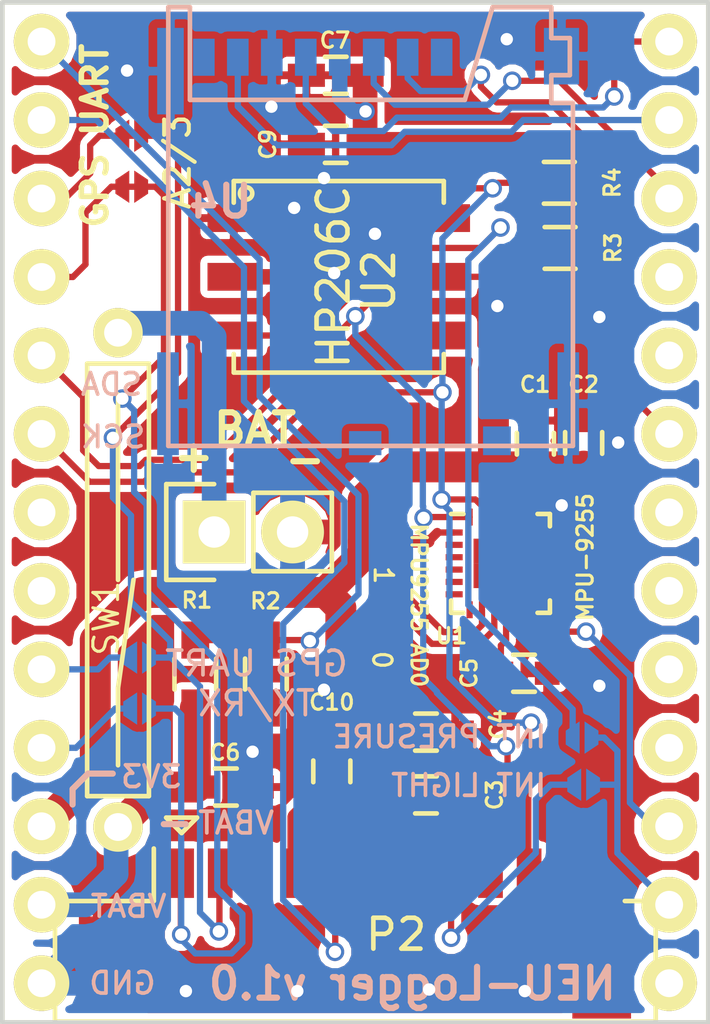
<source format=kicad_pcb>
(kicad_pcb (version 4) (host pcbnew 4.0.0-rc2-stable)

  (general
    (links 78)
    (no_connects 0)
    (area 169.5196 97.430772 202.438 137.552)
    (thickness 1.6)
    (drawings 26)
    (tracks 380)
    (zones 0)
    (modules 27)
    (nets 23)
  )

  (page A4)
  (layers
    (0 F.Cu signal)
    (31 B.Cu signal)
    (32 B.Adhes user)
    (33 F.Adhes user hide)
    (34 B.Paste user)
    (35 F.Paste user)
    (36 B.SilkS user)
    (37 F.SilkS user)
    (38 B.Mask user hide)
    (39 F.Mask user)
    (40 Dwgs.User user)
    (41 Cmts.User user)
    (42 Eco1.User user)
    (43 Eco2.User user hide)
    (44 Edge.Cuts user)
    (45 Margin user)
    (46 B.CrtYd user hide)
    (47 F.CrtYd user hide)
    (48 B.Fab user)
    (49 F.Fab user)
  )

  (setup
    (last_trace_width 0.2032)
    (user_trace_width 0.2)
    (user_trace_width 0.2032)
    (user_trace_width 0.3)
    (user_trace_width 0.4)
    (user_trace_width 0.5)
    (user_trace_width 0.6)
    (user_trace_width 0.8)
    (user_trace_width 1)
    (trace_clearance 0.1524)
    (zone_clearance 0.2286)
    (zone_45_only no)
    (trace_min 0.2)
    (segment_width 0.2)
    (edge_width 0.15)
    (via_size 0.6)
    (via_drill 0.4)
    (via_min_size 0.4)
    (via_min_drill 0.3)
    (uvia_size 0.3)
    (uvia_drill 0.1)
    (uvias_allowed no)
    (uvia_min_size 0.2)
    (uvia_min_drill 0.1)
    (pcb_text_width 0.3)
    (pcb_text_size 1.5 1.5)
    (mod_edge_width 0.15)
    (mod_text_size 1 1)
    (mod_text_width 0.15)
    (pad_size 1.9 3)
    (pad_drill 0)
    (pad_to_mask_clearance 0.2)
    (aux_axis_origin 0 0)
    (grid_origin 173.5328 135.9408)
    (visible_elements 7FFF6F7F)
    (pcbplotparams
      (layerselection 0x01030_80000001)
      (usegerberextensions false)
      (excludeedgelayer true)
      (linewidth 0.100000)
      (plotframeref false)
      (viasonmask false)
      (mode 1)
      (useauxorigin false)
      (hpglpennumber 1)
      (hpglpenspeed 20)
      (hpglpendiameter 15)
      (hpglpenoverlay 2)
      (psnegative false)
      (psa4output false)
      (plotreference true)
      (plotvalue true)
      (plotinvisibletext false)
      (padsonsilk false)
      (subtractmaskfromsilk true)
      (outputformat 1)
      (mirror false)
      (drillshape 0)
      (scaleselection 1)
      (outputdirectory "C:/Users/Kyle/Google Drive/EdenWorth/neu-logger/PCB/Fab/"))
  )

  (net 0 "")
  (net 1 V_BAT)
  (net 2 1SEC)
  (net 3 SDA/SDI)
  (net 4 SCL/SCK)
  (net 5 ADO)
  (net 6 GPS-TX)
  (net 7 GPS-RX)
  (net 8 "Net-(J11-Pad2)")
  (net 9 "Net-(J12-Pad2)")
  (net 10 INT-206)
  (net 11 "Net-(J13-Pad1)")
  (net 12 INT-2591)
  (net 13 SCK)
  (net 14 MISO)
  (net 15 MOSI)
  (net 16 SS)
  (net 17 INT-MPU)
  (net 18 V_SENSE)
  (net 19 GND)
  (net 20 "Net-(P1-Pad1)")
  (net 21 +3V3)
  (net 22 "Net-(C5-Pad1)")

  (net_class Default "This is the default net class."
    (clearance 0.1524)
    (trace_width 0.2)
    (via_dia 0.6)
    (via_drill 0.4)
    (uvia_dia 0.3)
    (uvia_drill 0.1)
    (add_net +3V3)
    (add_net 1SEC)
    (add_net ADO)
    (add_net GND)
    (add_net GPS-RX)
    (add_net GPS-TX)
    (add_net INT-206)
    (add_net INT-2591)
    (add_net INT-MPU)
    (add_net MISO)
    (add_net MOSI)
    (add_net "Net-(C5-Pad1)")
    (add_net "Net-(J11-Pad2)")
    (add_net "Net-(J12-Pad2)")
    (add_net "Net-(J13-Pad1)")
    (add_net "Net-(P1-Pad1)")
    (add_net SCK)
    (add_net SCL/SCK)
    (add_net SDA/SDI)
    (add_net SS)
    (add_net V_BAT)
    (add_net V_SENSE)
  )

  (module Connectors_Molex:Connector_Molex_PicoBlade_53261-1071 (layer F.Cu) (tedit 56655ED7) (tstamp 5660267C)
    (at 186.055 133.3246)
    (descr "Molex PicoBlade 1.25mm shrouded header. Right-angled, SMD. 10 ways")
    (path /566013EE)
    (fp_text reference P2 (at 1.3208 -0.9144) (layer F.SilkS)
      (effects (font (size 1 1) (thickness 0.15)))
    )
    (fp_text value CONN_01X10 (at 0 3.3) (layer F.Fab) hide
      (effects (font (size 1 1) (thickness 0.15)))
    )
    (fp_line (start -6.525 -3.7) (end -6.525 -2) (layer F.SilkS) (width 0.15))
    (fp_line (start -6.525 -2) (end -9.725 -2) (layer F.SilkS) (width 0.15))
    (fp_line (start -9.725 -2) (end -9.725 1.9) (layer F.SilkS) (width 0.15))
    (fp_line (start -9.725 1.9) (end 9.725 1.9) (layer F.SilkS) (width 0.15))
    (fp_line (start 9.725 1.9) (end 9.725 -2) (layer F.SilkS) (width 0.15))
    (fp_line (start 9.725 -2) (end 8.725 -2) (layer F.SilkS) (width 0.15))
    (fp_line (start -5.625 -4.2) (end -6.125 -4.7) (layer F.SilkS) (width 0.15))
    (fp_line (start -6.125 -4.7) (end -5.125 -4.7) (layer F.SilkS) (width 0.15))
    (fp_line (start -5.125 -4.7) (end -5.625 -4.2) (layer F.SilkS) (width 0.15))
    (fp_line (start -7.125 -2.1) (end -7.125 1.9) (layer F.Fab) (width 0.2))
    (fp_line (start -7.125 1.9) (end 7.125 1.9) (layer F.Fab) (width 0.2))
    (fp_line (start 7.125 1.9) (end 7.125 -2.1) (layer F.Fab) (width 0.2))
    (fp_line (start 7.125 -2.1) (end -7.125 -2.1) (layer F.Fab) (width 0.2))
    (fp_line (start 7.125 -1.5) (end 9.225 -1.5) (layer F.Fab) (width 0.2))
    (fp_line (start 9.225 -1.5) (end 9.225 1.5) (layer F.Fab) (width 0.2))
    (fp_line (start 9.225 1.5) (end 7.125 1.5) (layer F.Fab) (width 0.2))
    (fp_line (start -7.125 -1.5) (end -9.225 -1.5) (layer F.Fab) (width 0.2))
    (fp_line (start -9.225 -1.5) (end -9.225 1.5) (layer F.Fab) (width 0.2))
    (fp_line (start -9.225 1.5) (end -7.125 1.5) (layer F.Fab) (width 0.2))
    (fp_line (start -7.125 -2.1) (end -5.625 -0.6) (layer F.Fab) (width 0.2))
    (fp_line (start -5.625 -0.6) (end -4.125 -2.1) (layer F.Fab) (width 0.2))
    (pad 1 smd rect (at -5.625 -2.9) (size 0.8 1.6) (layers F.Cu F.Paste F.Mask)
      (net 7 GPS-RX))
    (pad 2 smd rect (at -4.375 -2.9) (size 0.8 1.6) (layers F.Cu F.Paste F.Mask)
      (net 6 GPS-TX))
    (pad 3 smd rect (at -3.125 -2.9) (size 0.8 1.6) (layers F.Cu F.Paste F.Mask)
      (net 19 GND))
    (pad 4 smd rect (at -1.875 -2.9) (size 0.8 1.6) (layers F.Cu F.Paste F.Mask)
      (net 21 +3V3))
    (pad 5 smd rect (at -0.625 -2.9) (size 0.8 1.6) (layers F.Cu F.Paste F.Mask)
      (net 2 1SEC))
    (pad 6 smd rect (at 0.625 -2.9) (size 0.8 1.6) (layers F.Cu F.Paste F.Mask)
      (net 21 +3V3))
    (pad 7 smd rect (at 1.875 -2.9) (size 0.8 1.6) (layers F.Cu F.Paste F.Mask)
      (net 19 GND))
    (pad 8 smd rect (at 3.125 -2.9) (size 0.8 1.6) (layers F.Cu F.Paste F.Mask)
      (net 12 INT-2591))
    (pad 9 smd rect (at 4.375 -2.9) (size 0.8 1.6) (layers F.Cu F.Paste F.Mask)
      (net 3 SDA/SDI))
    (pad 10 smd rect (at 5.625 -2.9) (size 0.8 1.6) (layers F.Cu F.Paste F.Mask)
      (net 4 SCL/SCK))
    (pad "" smd rect (at -8.001 0) (size 1.9 3) (layers F.Cu F.Paste F.Mask)
      (net 19 GND))
    (pad "" smd rect (at 7.9756 0.3048) (size 1.9 3) (layers F.Cu F.Paste F.Mask))
    (model ${KIPRJMOD}/libraries/modules3d/532611071.wrl
      (at (xyz 0 0.03 0))
      (scale (xyz 0.4 0.4 0.4))
      (rotate (xyz 0 0 180))
    )
  )

  (module Capacitors_SMD:C_0603_HandSoldering (layer F.Cu) (tedit 565C1E4F) (tstamp 565923A3)
    (at 188.341 127.889)
    (descr "Capacitor SMD 0603, hand soldering")
    (tags "capacitor 0603")
    (path /5655BE34)
    (attr smd)
    (fp_text reference C3 (at 2.2225 0 90) (layer F.SilkS)
      (effects (font (size 0.5 0.5) (thickness 0.1)))
    )
    (fp_text value 100n (at 0 1.9) (layer F.Fab) hide
      (effects (font (size 1 1) (thickness 0.15)))
    )
    (fp_line (start -1.85 -0.75) (end 1.85 -0.75) (layer F.CrtYd) (width 0.05))
    (fp_line (start -1.85 0.75) (end 1.85 0.75) (layer F.CrtYd) (width 0.05))
    (fp_line (start -1.85 -0.75) (end -1.85 0.75) (layer F.CrtYd) (width 0.05))
    (fp_line (start 1.85 -0.75) (end 1.85 0.75) (layer F.CrtYd) (width 0.05))
    (fp_line (start -0.35 -0.6) (end 0.35 -0.6) (layer F.SilkS) (width 0.15))
    (fp_line (start 0.35 0.6) (end -0.35 0.6) (layer F.SilkS) (width 0.15))
    (pad 1 smd rect (at -0.95 0) (size 1.2 0.75) (layers F.Cu F.Paste F.Mask)
      (net 21 +3V3))
    (pad 2 smd rect (at 0.95 0) (size 1.2 0.75) (layers F.Cu F.Paste F.Mask)
      (net 19 GND))
    (model "C:/Program Files/KiCad/share/kicad/modules/packages3d/Capacitors_SMD.3dshapes/C_0603_HandSoldering.wrl"
      (at (xyz 0 0 0))
      (scale (xyz 1 1 1))
      (rotate (xyz 0 0 0))
    )
  )

  (module Capacitors_SMD:C_0603_HandSoldering (layer F.Cu) (tedit 5660CB48) (tstamp 565923AF)
    (at 188.341 125.857)
    (descr "Capacitor SMD 0603, hand soldering")
    (tags "capacitor 0603")
    (path /5655BFEC)
    (attr smd)
    (fp_text reference C4 (at 2.3368 -0.254 270) (layer F.SilkS)
      (effects (font (size 0.5 0.5) (thickness 0.1)))
    )
    (fp_text value 10u (at 0 1.9) (layer F.Fab) hide
      (effects (font (size 1 1) (thickness 0.15)))
    )
    (fp_line (start -1.85 -0.75) (end 1.85 -0.75) (layer F.CrtYd) (width 0.05))
    (fp_line (start -1.85 0.75) (end 1.85 0.75) (layer F.CrtYd) (width 0.05))
    (fp_line (start -1.85 -0.75) (end -1.85 0.75) (layer F.CrtYd) (width 0.05))
    (fp_line (start 1.85 -0.75) (end 1.85 0.75) (layer F.CrtYd) (width 0.05))
    (fp_line (start -0.35 -0.6) (end 0.35 -0.6) (layer F.SilkS) (width 0.15))
    (fp_line (start 0.35 0.6) (end -0.35 0.6) (layer F.SilkS) (width 0.15))
    (pad 1 smd rect (at -0.95 0) (size 1.2 0.75) (layers F.Cu F.Paste F.Mask)
      (net 21 +3V3))
    (pad 2 smd rect (at 0.95 0) (size 1.2 0.75) (layers F.Cu F.Paste F.Mask)
      (net 19 GND))
    (model "C:/Program Files/KiCad/share/kicad/modules/packages3d/Capacitors_SMD.3dshapes/C_0603_HandSoldering.wrl"
      (at (xyz 0 0 0))
      (scale (xyz 1 1 1))
      (rotate (xyz 0 0 0))
    )
  )

  (module Capacitors_SMD:C_0603_HandSoldering (layer F.Cu) (tedit 5660CB3F) (tstamp 565923C7)
    (at 181.864 127.635)
    (descr "Capacitor SMD 0603, hand soldering")
    (tags "capacitor 0603")
    (path /5656FC6E)
    (attr smd)
    (fp_text reference C6 (at -0.0254 -1.1176 180) (layer F.SilkS)
      (effects (font (size 0.5 0.5) (thickness 0.1)))
    )
    (fp_text value 10u (at 0 1.9) (layer F.Fab) hide
      (effects (font (size 1 1) (thickness 0.15)))
    )
    (fp_line (start -1.85 -0.75) (end 1.85 -0.75) (layer F.CrtYd) (width 0.05))
    (fp_line (start -1.85 0.75) (end 1.85 0.75) (layer F.CrtYd) (width 0.05))
    (fp_line (start -1.85 -0.75) (end -1.85 0.75) (layer F.CrtYd) (width 0.05))
    (fp_line (start 1.85 -0.75) (end 1.85 0.75) (layer F.CrtYd) (width 0.05))
    (fp_line (start -0.35 -0.6) (end 0.35 -0.6) (layer F.SilkS) (width 0.15))
    (fp_line (start 0.35 0.6) (end -0.35 0.6) (layer F.SilkS) (width 0.15))
    (pad 1 smd rect (at -0.95 0) (size 1.2 0.75) (layers F.Cu F.Paste F.Mask)
      (net 1 V_BAT))
    (pad 2 smd rect (at 0.95 0) (size 1.2 0.75) (layers F.Cu F.Paste F.Mask)
      (net 19 GND))
    (model "C:/Program Files/KiCad/share/kicad/modules/packages3d/Capacitors_SMD.3dshapes/C_0603_HandSoldering.wrl"
      (at (xyz 0 0 0))
      (scale (xyz 1 1 1))
      (rotate (xyz 0 0 0))
    )
  )

  (module Capacitors_SMD:C_0603_HandSoldering (layer F.Cu) (tedit 5660CB84) (tstamp 565923D3)
    (at 185.42 104.5972 180)
    (descr "Capacitor SMD 0603, hand soldering")
    (tags "capacitor 0603")
    (path /56568FEF)
    (attr smd)
    (fp_text reference C7 (at 0.0254 1.1303 360) (layer F.SilkS)
      (effects (font (size 0.5 0.5) (thickness 0.1)))
    )
    (fp_text value 100n (at 0 1.9 180) (layer F.Fab) hide
      (effects (font (size 1 1) (thickness 0.15)))
    )
    (fp_line (start -1.85 -0.75) (end 1.85 -0.75) (layer F.CrtYd) (width 0.05))
    (fp_line (start -1.85 0.75) (end 1.85 0.75) (layer F.CrtYd) (width 0.05))
    (fp_line (start -1.85 -0.75) (end -1.85 0.75) (layer F.CrtYd) (width 0.05))
    (fp_line (start 1.85 -0.75) (end 1.85 0.75) (layer F.CrtYd) (width 0.05))
    (fp_line (start -0.35 -0.6) (end 0.35 -0.6) (layer F.SilkS) (width 0.15))
    (fp_line (start 0.35 0.6) (end -0.35 0.6) (layer F.SilkS) (width 0.15))
    (pad 1 smd rect (at -0.95 0 180) (size 1.2 0.75) (layers F.Cu F.Paste F.Mask)
      (net 21 +3V3))
    (pad 2 smd rect (at 0.95 0 180) (size 1.2 0.75) (layers F.Cu F.Paste F.Mask)
      (net 19 GND))
    (model "C:/Program Files/KiCad/share/kicad/modules/packages3d/Capacitors_SMD.3dshapes/C_0603_HandSoldering.wrl"
      (at (xyz 0 0 0))
      (scale (xyz 1 1 1))
      (rotate (xyz 0 0 0))
    )
  )

  (module Capacitors_SMD:C_0603_HandSoldering (layer F.Cu) (tedit 565D8250) (tstamp 565923EB)
    (at 185.42 106.8324 180)
    (descr "Capacitor SMD 0603, hand soldering")
    (tags "capacitor 0603")
    (path /5655C055)
    (attr smd)
    (fp_text reference C9 (at 2.1971 0 270) (layer F.SilkS)
      (effects (font (size 0.5 0.5) (thickness 0.1)))
    )
    (fp_text value 100n (at 0 1.9 180) (layer F.Fab) hide
      (effects (font (size 1 1) (thickness 0.15)))
    )
    (fp_line (start -1.85 -0.75) (end 1.85 -0.75) (layer F.CrtYd) (width 0.05))
    (fp_line (start -1.85 0.75) (end 1.85 0.75) (layer F.CrtYd) (width 0.05))
    (fp_line (start -1.85 -0.75) (end -1.85 0.75) (layer F.CrtYd) (width 0.05))
    (fp_line (start 1.85 -0.75) (end 1.85 0.75) (layer F.CrtYd) (width 0.05))
    (fp_line (start -0.35 -0.6) (end 0.35 -0.6) (layer F.SilkS) (width 0.15))
    (fp_line (start 0.35 0.6) (end -0.35 0.6) (layer F.SilkS) (width 0.15))
    (pad 1 smd rect (at -0.95 0 180) (size 1.2 0.75) (layers F.Cu F.Paste F.Mask)
      (net 21 +3V3))
    (pad 2 smd rect (at 0.95 0 180) (size 1.2 0.75) (layers F.Cu F.Paste F.Mask)
      (net 19 GND))
    (model "C:/Program Files/KiCad/share/kicad/modules/packages3d/Capacitors_SMD.3dshapes/C_0603_HandSoldering.wrl"
      (at (xyz 0 0 0))
      (scale (xyz 1 1 1))
      (rotate (xyz 0 0 0))
    )
  )

  (module Capacitors_SMD:C_0603_HandSoldering (layer F.Cu) (tedit 5660CBD5) (tstamp 565923F7)
    (at 185.293 127.127 90)
    (descr "Capacitor SMD 0603, hand soldering")
    (tags "capacitor 0603")
    (path /5655C1AE)
    (attr smd)
    (fp_text reference C10 (at 2.2352 0 360) (layer F.SilkS)
      (effects (font (size 0.5 0.5) (thickness 0.1)))
    )
    (fp_text value 100n (at 0 1.9 90) (layer F.Fab) hide
      (effects (font (size 1 1) (thickness 0.15)))
    )
    (fp_line (start -1.85 -0.75) (end 1.85 -0.75) (layer F.CrtYd) (width 0.05))
    (fp_line (start -1.85 0.75) (end 1.85 0.75) (layer F.CrtYd) (width 0.05))
    (fp_line (start -1.85 -0.75) (end -1.85 0.75) (layer F.CrtYd) (width 0.05))
    (fp_line (start 1.85 -0.75) (end 1.85 0.75) (layer F.CrtYd) (width 0.05))
    (fp_line (start -0.35 -0.6) (end 0.35 -0.6) (layer F.SilkS) (width 0.15))
    (fp_line (start 0.35 0.6) (end -0.35 0.6) (layer F.SilkS) (width 0.15))
    (pad 1 smd rect (at -0.95 0 90) (size 1.2 0.75) (layers F.Cu F.Paste F.Mask)
      (net 21 +3V3))
    (pad 2 smd rect (at 0.95 0 90) (size 1.2 0.75) (layers F.Cu F.Paste F.Mask)
      (net 19 GND))
    (model "C:/Program Files/KiCad/share/kicad/modules/packages3d/Capacitors_SMD.3dshapes/C_0603_HandSoldering.wrl"
      (at (xyz 0 0 0))
      (scale (xyz 1 1 1))
      (rotate (xyz 0 0 0))
    )
  )

  (module PCB:SolderJumper_3 (layer F.Cu) (tedit 56592029) (tstamp 56592431)
    (at 186.944 122.174)
    (path /5654CAAA)
    (fp_text reference J8 (at -1.27 -5.08) (layer F.SilkS) hide
      (effects (font (thickness 0.3048)))
    )
    (fp_text value SOLDERJUMPER-CO (at 0 -7.62) (layer F.SilkS) hide
      (effects (font (thickness 0.3048)))
    )
    (fp_line (start -0.3556 0.4) (end 0.3556 0.4) (layer F.Mask) (width 0.381))
    (fp_line (start -0.3556 -0.4) (end 0.3556 -0.4) (layer F.Mask) (width 0.381))
    (pad 3 smd trapezoid (at 0 0.7) (size 0.7493 0.44958) (rect_delta 0 -0.29972 ) (layers F.Cu F.Paste F.Mask)
      (net 19 GND) (solder_mask_margin 0.127))
    (pad 1 smd trapezoid (at 0 -0.7) (size 0.7493 0.44958) (rect_delta 0 0.29972 ) (layers F.Cu F.Paste F.Mask)
      (net 21 +3V3) (solder_mask_margin 0.127))
    (pad 2 smd rect (at 0 0) (size 1 0.5) (layers F.Cu F.Paste F.Mask)
      (net 5 ADO))
  )

  (module PCB:SolderJumper_2 (layer F.Cu) (tedit 56591FB0) (tstamp 56592438)
    (at 178.816 106.553 90)
    (path /5656AED8)
    (fp_text reference J9 (at -1.27 -5.08 90) (layer F.SilkS) hide
      (effects (font (thickness 0.3048)))
    )
    (fp_text value SOLDERJUMPER (at 0 -7.62 90) (layer F.SilkS) hide
      (effects (font (thickness 0.3048)))
    )
    (fp_line (start -0.3556 0) (end 0.3556 0) (layer F.Mask) (width 0.381))
    (pad 2 smd trapezoid (at 0 0.3048 90) (size 0.7493 0.44958) (rect_delta 0 -0.29972 ) (layers F.Cu F.Paste F.Mask)
      (net 6 GPS-TX) (solder_mask_margin 0.127))
    (pad 1 smd trapezoid (at 0 -0.3048 90) (size 0.7493 0.44958) (rect_delta 0 0.29972 ) (layers F.Cu F.Paste F.Mask)
      (net 6 GPS-TX) (solder_mask_margin 0.127))
  )

  (module PCB:SolderJumper_2 (layer F.Cu) (tedit 56591FB0) (tstamp 5659243F)
    (at 178.816 108.204 90)
    (path /5656AF72)
    (fp_text reference J10 (at -1.27 -5.08 90) (layer F.SilkS) hide
      (effects (font (thickness 0.3048)))
    )
    (fp_text value SOLDERJUMPER (at 0 -7.62 90) (layer F.SilkS) hide
      (effects (font (thickness 0.3048)))
    )
    (fp_line (start -0.3556 0) (end 0.3556 0) (layer F.Mask) (width 0.381))
    (pad 2 smd trapezoid (at 0 0.3048 90) (size 0.7493 0.44958) (rect_delta 0 -0.29972 ) (layers F.Cu F.Paste F.Mask)
      (net 7 GPS-RX) (solder_mask_margin 0.127))
    (pad 1 smd trapezoid (at 0 -0.3048 90) (size 0.7493 0.44958) (rect_delta 0 0.29972 ) (layers F.Cu F.Paste F.Mask)
      (net 7 GPS-RX) (solder_mask_margin 0.127))
  )

  (module PCB:SolderJumper_2 (layer B.Cu) (tedit 56591FB0) (tstamp 56592446)
    (at 179.07 123.444 90)
    (path /5656A956)
    (fp_text reference J11 (at -1.27 5.08 90) (layer B.SilkS) hide
      (effects (font (thickness 0.3048)) (justify mirror))
    )
    (fp_text value SOLDERJUMPER (at 0 7.62 90) (layer B.SilkS) hide
      (effects (font (thickness 0.3048)) (justify mirror))
    )
    (fp_line (start -0.3556 0) (end 0.3556 0) (layer B.Mask) (width 0.381))
    (pad 2 smd trapezoid (at 0 -0.3048 90) (size 0.7493 0.44958) (rect_delta 0 0.29972 ) (layers B.Cu B.Paste B.Mask)
      (net 8 "Net-(J11-Pad2)") (solder_mask_margin 0.127))
    (pad 1 smd trapezoid (at 0 0.3048 90) (size 0.7493 0.44958) (rect_delta 0 -0.29972 ) (layers B.Cu B.Paste B.Mask)
      (net 6 GPS-TX) (solder_mask_margin 0.127))
  )

  (module PCB:SolderJumper_2 (layer B.Cu) (tedit 56591FB0) (tstamp 5659244D)
    (at 179.07 125.095 90)
    (path /5656ABF4)
    (fp_text reference J12 (at -1.27 5.08 90) (layer B.SilkS) hide
      (effects (font (thickness 0.3048)) (justify mirror))
    )
    (fp_text value SOLDERJUMPER (at 0 7.62 90) (layer B.SilkS) hide
      (effects (font (thickness 0.3048)) (justify mirror))
    )
    (fp_line (start -0.3556 0) (end 0.3556 0) (layer B.Mask) (width 0.381))
    (pad 2 smd trapezoid (at 0 -0.3048 90) (size 0.7493 0.44958) (rect_delta 0 0.29972 ) (layers B.Cu B.Paste B.Mask)
      (net 9 "Net-(J12-Pad2)") (solder_mask_margin 0.127))
    (pad 1 smd trapezoid (at 0 0.3048 90) (size 0.7493 0.44958) (rect_delta 0 -0.29972 ) (layers B.Cu B.Paste B.Mask)
      (net 7 GPS-RX) (solder_mask_margin 0.127))
  )

  (module PCB:SolderJumper_2 (layer B.Cu) (tedit 56591FB0) (tstamp 56592454)
    (at 193.3956 126.0348 90)
    (path /565643DA)
    (fp_text reference J13 (at -1.27 5.08 90) (layer B.SilkS) hide
      (effects (font (thickness 0.3048)) (justify mirror))
    )
    (fp_text value SOLDERJUMPER (at 0 7.62 90) (layer B.SilkS) hide
      (effects (font (thickness 0.3048)) (justify mirror))
    )
    (fp_line (start -0.3556 0) (end 0.3556 0) (layer B.Mask) (width 0.381))
    (pad 2 smd trapezoid (at 0 -0.3048 90) (size 0.7493 0.44958) (rect_delta 0 0.29972 ) (layers B.Cu B.Paste B.Mask)
      (net 10 INT-206) (solder_mask_margin 0.127))
    (pad 1 smd trapezoid (at 0 0.3048 90) (size 0.7493 0.44958) (rect_delta 0 -0.29972 ) (layers B.Cu B.Paste B.Mask)
      (net 11 "Net-(J13-Pad1)") (solder_mask_margin 0.127))
  )

  (module PCB:SolderJumper_2 (layer B.Cu) (tedit 56591FB0) (tstamp 5659245B)
    (at 193.4464 127.5588 90)
    (path /565648BE)
    (fp_text reference J14 (at -1.27 5.08 90) (layer B.SilkS) hide
      (effects (font (thickness 0.3048)) (justify mirror))
    )
    (fp_text value SOLDERJUMPER (at 0 7.62 90) (layer B.SilkS) hide
      (effects (font (thickness 0.3048)) (justify mirror))
    )
    (fp_line (start -0.3556 0) (end 0.3556 0) (layer B.Mask) (width 0.381))
    (pad 2 smd trapezoid (at 0 -0.3048 90) (size 0.7493 0.44958) (rect_delta 0 0.29972 ) (layers B.Cu B.Paste B.Mask)
      (net 12 INT-2591) (solder_mask_margin 0.127))
    (pad 1 smd trapezoid (at 0 0.3048 90) (size 0.7493 0.44958) (rect_delta 0 -0.29972 ) (layers B.Cu B.Paste B.Mask)
      (net 11 "Net-(J13-Pad1)") (solder_mask_margin 0.127))
  )

  (module Resistors_SMD:R_0603_HandSoldering (layer F.Cu) (tedit 565D81A3) (tstamp 5659249F)
    (at 183.1594 123.9774 270)
    (descr "Resistor SMD 0603, hand soldering")
    (tags "resistor 0603")
    (path /56594143)
    (attr smd)
    (fp_text reference R2 (at -2.3622 0.0127 360) (layer F.SilkS)
      (effects (font (size 0.5 0.5) (thickness 0.1)))
    )
    (fp_text value 10k (at 0 1.9 270) (layer F.Fab) hide
      (effects (font (size 1 1) (thickness 0.15)))
    )
    (fp_line (start -2 -0.8) (end 2 -0.8) (layer F.CrtYd) (width 0.05))
    (fp_line (start -2 0.8) (end 2 0.8) (layer F.CrtYd) (width 0.05))
    (fp_line (start -2 -0.8) (end -2 0.8) (layer F.CrtYd) (width 0.05))
    (fp_line (start 2 -0.8) (end 2 0.8) (layer F.CrtYd) (width 0.05))
    (fp_line (start 0.5 0.675) (end -0.5 0.675) (layer F.SilkS) (width 0.15))
    (fp_line (start -0.5 -0.675) (end 0.5 -0.675) (layer F.SilkS) (width 0.15))
    (pad 1 smd rect (at -1.1 0 270) (size 1.2 0.9) (layers F.Cu F.Paste F.Mask)
      (net 18 V_SENSE))
    (pad 2 smd rect (at 1.1 0 270) (size 1.2 0.9) (layers F.Cu F.Paste F.Mask)
      (net 19 GND))
    (model "C:/Program Files/KiCad/share/kicad/modules/packages3d/Resistors_SMD.3dshapes/R_0603_HandSoldering.wrl"
      (at (xyz 0 0 0))
      (scale (xyz 1 1 1))
      (rotate (xyz 0 0 0))
    )
  )

  (module Housings_DFN_QFN:QFN-24-1EP_3x3mm_Pitch0.4mm (layer F.Cu) (tedit 566679C3) (tstamp 565924E2)
    (at 190.754 120.396)
    (descr "24-Lead Plastic QFN (3mm x 3mm); Pitch 0.4mm")
    (tags "QFN 0.4")
    (path /5654BEA7)
    (attr smd)
    (fp_text reference U1 (at -1.5875 2.3495) (layer F.SilkS)
      (effects (font (size 0.5 0.5) (thickness 0.1)))
    )
    (fp_text value MPU-9255 (at 2.7432 -0.2032 270) (layer F.SilkS)
      (effects (font (size 0.5 0.5) (thickness 0.1)))
    )
    (fp_line (start 2.025 -2.025) (end 2.025 2.025) (layer F.CrtYd) (width 0.05))
    (fp_line (start 2.025 2.025) (end -2.025 2.025) (layer F.CrtYd) (width 0.05))
    (fp_line (start -2.025 2.025) (end -2.025 -2.025) (layer F.CrtYd) (width 0.05))
    (fp_line (start -2.025 -2.025) (end 2.025 -2.025) (layer F.CrtYd) (width 0.05))
    (fp_line (start -1.6 1.6) (end -1.6 1.2) (layer F.SilkS) (width 0.15))
    (fp_line (start -1.6 1.6) (end -1.2 1.6) (layer F.SilkS) (width 0.15))
    (fp_line (start 1.6 1.6) (end 1.6 1.2) (layer F.SilkS) (width 0.15))
    (fp_line (start 1.6 1.6) (end 1.2 1.6) (layer F.SilkS) (width 0.15))
    (fp_line (start 1.6 -1.6) (end 1.6 -1.2) (layer F.SilkS) (width 0.15))
    (fp_line (start 1.6 -1.6) (end 1.2 -1.6) (layer F.SilkS) (width 0.15))
    (fp_line (start -1.6 -1.6) (end -1.2 -1.6) (layer F.SilkS) (width 0.15))
    (pad 1 smd rect (at -1.5 -1) (size 0.55 0.2) (layers F.Cu F.Paste F.Mask)
      (net 21 +3V3))
    (pad 2 smd rect (at -1.5 -0.6) (size 0.55 0.2) (layers F.Cu F.Paste F.Mask))
    (pad 3 smd rect (at -1.5 -0.2) (size 0.55 0.2) (layers F.Cu F.Paste F.Mask))
    (pad 4 smd rect (at -1.5 0.2) (size 0.55 0.2) (layers F.Cu F.Paste F.Mask))
    (pad 5 smd rect (at -1.5 0.6) (size 0.55 0.2) (layers F.Cu F.Paste F.Mask))
    (pad 6 smd rect (at -1.5 1) (size 0.55 0.2) (layers F.Cu F.Paste F.Mask))
    (pad 7 smd rect (at -1 1.5 90) (size 0.55 0.2) (layers F.Cu F.Paste F.Mask))
    (pad 8 smd rect (at -0.6 1.5 90) (size 0.55 0.2) (layers F.Cu F.Paste F.Mask)
      (net 21 +3V3))
    (pad 9 smd rect (at -0.2 1.5 90) (size 0.55 0.2) (layers F.Cu F.Paste F.Mask)
      (net 5 ADO))
    (pad 10 smd rect (at 0.2 1.5 90) (size 0.55 0.2) (layers F.Cu F.Paste F.Mask)
      (net 22 "Net-(C5-Pad1)"))
    (pad 11 smd rect (at 0.6 1.5 90) (size 0.55 0.2) (layers F.Cu F.Paste F.Mask)
      (net 19 GND))
    (pad 12 smd rect (at 1 1.5 90) (size 0.55 0.2) (layers F.Cu F.Paste F.Mask)
      (net 17 INT-MPU))
    (pad 13 smd rect (at 1.5 1) (size 0.55 0.2) (layers F.Cu F.Paste F.Mask)
      (net 21 +3V3))
    (pad 14 smd rect (at 1.5 0.6) (size 0.55 0.2) (layers F.Cu F.Paste F.Mask))
    (pad 15 smd rect (at 1.5 0.2) (size 0.55 0.2) (layers F.Cu F.Paste F.Mask))
    (pad 16 smd rect (at 1.5 -0.2) (size 0.55 0.2) (layers F.Cu F.Paste F.Mask))
    (pad 17 smd rect (at 1.5 -0.6) (size 0.55 0.2) (layers F.Cu F.Paste F.Mask))
    (pad 18 smd rect (at 1.5 -1) (size 0.55 0.2) (layers F.Cu F.Paste F.Mask)
      (net 19 GND))
    (pad 19 smd rect (at 1 -1.5 90) (size 0.55 0.2) (layers F.Cu F.Paste F.Mask))
    (pad 20 smd rect (at 0.6 -1.5 90) (size 0.55 0.2) (layers F.Cu F.Paste F.Mask)
      (net 19 GND))
    (pad 21 smd rect (at 0.2 -1.5 90) (size 0.55 0.2) (layers F.Cu F.Paste F.Mask))
    (pad 22 smd rect (at -0.2 -1.5 90) (size 0.55 0.2) (layers F.Cu F.Paste F.Mask)
      (net 21 +3V3))
    (pad 23 smd rect (at -0.6 -1.5 90) (size 0.55 0.2) (layers F.Cu F.Paste F.Mask)
      (net 4 SCL/SCK))
    (pad 24 smd rect (at -1 -1.5 90) (size 0.55 0.2) (layers F.Cu F.Paste F.Mask)
      (net 3 SDA/SDI))
    (pad 25 smd rect (at 0.435 0.4) (size 0.875 0.8) (layers F.Cu F.Paste F.Mask)
      (solder_paste_margin_ratio -0.2))
    (pad 25 smd rect (at 0.435 -0.4) (size 0.875 0.8) (layers F.Cu F.Paste F.Mask)
      (solder_paste_margin_ratio -0.2))
    (pad 25 smd rect (at -0.435 0.4) (size 0.875 0.8) (layers F.Cu F.Paste F.Mask)
      (solder_paste_margin_ratio -0.2))
    (pad 25 smd rect (at -0.435 -0.4) (size 0.875 0.8) (layers F.Cu F.Paste F.Mask)
      (solder_paste_margin_ratio -0.2))
    (model "C:/Program Files/KiCad/share/kicad/modules/packages3d/Housings_DFN_QFN.3dshapes/QFN-24-1EP_4x4mm_Pitch0.5mm.wrl"
      (at (xyz 0 0 0))
      (scale (xyz 1 1 1))
      (rotate (xyz 0 0 0))
    )
  )

  (module PCB:HP206C (layer F.Cu) (tedit 5660CC15) (tstamp 565924F4)
    (at 182.118 109.22)
    (path /56541659)
    (fp_text reference U2 (at 4.699 2.032 90) (layer F.SilkS)
      (effects (font (size 1 1) (thickness 0.15)))
    )
    (fp_text value HP206C (at 3.2258 1.905 90) (layer F.SilkS)
      (effects (font (size 1 1) (thickness 0.15)))
    )
    (fp_circle (center 0.4 -0.8) (end 0.6 -0.8) (layer F.SilkS) (width 0.15))
    (fp_line (start 0 4.4) (end 0 5) (layer F.SilkS) (width 0.15))
    (fp_line (start 0 5) (end 6.8 5) (layer F.SilkS) (width 0.15))
    (fp_line (start 6.8 5) (end 6.8 4.4) (layer F.SilkS) (width 0.15))
    (fp_line (start 6.8 -0.6) (end 6.8 -0.5) (layer F.SilkS) (width 0.15))
    (fp_line (start 0 -0.5) (end 0 -1.2) (layer F.SilkS) (width 0.15))
    (fp_line (start 0 -1.2) (end 6.8 -1.2) (layer F.SilkS) (width 0.15))
    (fp_line (start 6.8 -1.2) (end 6.8 -0.6) (layer F.SilkS) (width 0.15))
    (pad 1 smd rect (at 0 0) (size 1.7 0.9) (layers F.Cu F.Paste F.Mask)
      (net 19 GND))
    (pad 2 smd rect (at 0 1.9) (size 1.7 0.9) (layers F.Cu F.Paste F.Mask)
      (net 21 +3V3))
    (pad 3 smd rect (at 0 3.8) (size 1.7 0.9) (layers F.Cu F.Paste F.Mask)
      (net 10 INT-206))
    (pad 4 smd rect (at 6.8 3.8) (size 1.7 0.9) (layers F.Cu F.Paste F.Mask))
    (pad 5 smd rect (at 6.8 1.9) (size 1.7 0.9) (layers F.Cu F.Paste F.Mask)
      (net 3 SDA/SDI))
    (pad 6 smd rect (at 6.8 0) (size 1.7 0.9) (layers F.Cu F.Paste F.Mask)
      (net 4 SCL/SCK))
    (model ${KIPRJMOD}/libraries/modules3d/HP206c.wrl
      (at (xyz 0.135 -0.075 0))
      (scale (xyz 0.4 0.4 0.4))
      (rotate (xyz 0 0 0))
    )
  )

  (module Capacitors_SMD:C_0603 (layer F.Cu) (tedit 5666799E) (tstamp 5659605B)
    (at 191.8843 116.5225 90)
    (descr "Capacitor SMD 0603, reflow soldering, AVX (see smccp.pdf)")
    (tags "capacitor 0603")
    (path /5654C0CD)
    (attr smd)
    (fp_text reference C1 (at 1.9177 -0.0127 360) (layer F.SilkS)
      (effects (font (size 0.5 0.5) (thickness 0.1)))
    )
    (fp_text value 100n (at 0 1.9 90) (layer F.Fab) hide
      (effects (font (size 1 1) (thickness 0.15)))
    )
    (fp_line (start -1.45 -0.75) (end 1.45 -0.75) (layer F.CrtYd) (width 0.05))
    (fp_line (start -1.45 0.75) (end 1.45 0.75) (layer F.CrtYd) (width 0.05))
    (fp_line (start -1.45 -0.75) (end -1.45 0.75) (layer F.CrtYd) (width 0.05))
    (fp_line (start 1.45 -0.75) (end 1.45 0.75) (layer F.CrtYd) (width 0.05))
    (fp_line (start -0.35 -0.6) (end 0.35 -0.6) (layer F.SilkS) (width 0.15))
    (fp_line (start 0.35 0.6) (end -0.35 0.6) (layer F.SilkS) (width 0.15))
    (pad 1 smd rect (at -0.75 0 90) (size 0.8 0.75) (layers F.Cu F.Paste F.Mask)
      (net 21 +3V3))
    (pad 2 smd rect (at 0.75 0 90) (size 0.8 0.75) (layers F.Cu F.Paste F.Mask)
      (net 19 GND))
    (model "C:/Program Files/KiCad/share/kicad/modules/packages3d/Capacitors_SMD.3dshapes/C_0603_HandSoldering.wrl"
      (at (xyz 0 0 0))
      (scale (xyz 1 1 1))
      (rotate (xyz 0 0 0))
    )
  )

  (module Capacitors_SMD:C_0603 (layer F.Cu) (tedit 56667999) (tstamp 56596066)
    (at 193.4464 116.4971 90)
    (descr "Capacitor SMD 0603, reflow soldering, AVX (see smccp.pdf)")
    (tags "capacitor 0603")
    (path /5654C05E)
    (attr smd)
    (fp_text reference C2 (at 1.8923 0 180) (layer F.SilkS)
      (effects (font (size 0.5 0.5) (thickness 0.1)))
    )
    (fp_text value 10n (at 0 1.9 90) (layer F.Fab) hide
      (effects (font (size 1 1) (thickness 0.15)))
    )
    (fp_line (start -1.45 -0.75) (end 1.45 -0.75) (layer F.CrtYd) (width 0.05))
    (fp_line (start -1.45 0.75) (end 1.45 0.75) (layer F.CrtYd) (width 0.05))
    (fp_line (start -1.45 -0.75) (end -1.45 0.75) (layer F.CrtYd) (width 0.05))
    (fp_line (start 1.45 -0.75) (end 1.45 0.75) (layer F.CrtYd) (width 0.05))
    (fp_line (start -0.35 -0.6) (end 0.35 -0.6) (layer F.SilkS) (width 0.15))
    (fp_line (start 0.35 0.6) (end -0.35 0.6) (layer F.SilkS) (width 0.15))
    (pad 1 smd rect (at -0.75 0 90) (size 0.8 0.75) (layers F.Cu F.Paste F.Mask)
      (net 21 +3V3))
    (pad 2 smd rect (at 0.75 0 90) (size 0.8 0.75) (layers F.Cu F.Paste F.Mask)
      (net 19 GND))
    (model "C:/Program Files/KiCad/share/kicad/modules/packages3d/Capacitors_SMD.3dshapes/C_0603_HandSoldering.wrl"
      (at (xyz 0 0 0))
      (scale (xyz 1 1 1))
      (rotate (xyz 0 0 0))
    )
  )

  (module Capacitors_SMD:C_0603 (layer F.Cu) (tedit 565C233C) (tstamp 56596071)
    (at 191.516 123.952)
    (descr "Capacitor SMD 0603, reflow soldering, AVX (see smccp.pdf)")
    (tags "capacitor 0603")
    (path /5654C340)
    (attr smd)
    (fp_text reference C5 (at -1.778 0 270) (layer F.SilkS)
      (effects (font (size 0.5 0.5) (thickness 0.1)))
    )
    (fp_text value 100n (at 0 1.9) (layer F.Fab) hide
      (effects (font (size 1 1) (thickness 0.15)))
    )
    (fp_line (start -1.45 -0.75) (end 1.45 -0.75) (layer F.CrtYd) (width 0.05))
    (fp_line (start -1.45 0.75) (end 1.45 0.75) (layer F.CrtYd) (width 0.05))
    (fp_line (start -1.45 -0.75) (end -1.45 0.75) (layer F.CrtYd) (width 0.05))
    (fp_line (start 1.45 -0.75) (end 1.45 0.75) (layer F.CrtYd) (width 0.05))
    (fp_line (start -0.35 -0.6) (end 0.35 -0.6) (layer F.SilkS) (width 0.15))
    (fp_line (start 0.35 0.6) (end -0.35 0.6) (layer F.SilkS) (width 0.15))
    (pad 1 smd rect (at -0.75 0) (size 0.8 0.75) (layers F.Cu F.Paste F.Mask)
      (net 22 "Net-(C5-Pad1)"))
    (pad 2 smd rect (at 0.75 0) (size 0.8 0.75) (layers F.Cu F.Paste F.Mask)
      (net 19 GND))
    (model "C:/Program Files/KiCad/share/kicad/modules/packages3d/Capacitors_SMD.3dshapes/C_0603_HandSoldering.wrl"
      (at (xyz 0 0 0))
      (scale (xyz 1 1 1))
      (rotate (xyz 0 0 0))
    )
  )

  (module Resistors_SMD:R_0603_HandSoldering (layer F.Cu) (tedit 5660CB38) (tstamp 5659607C)
    (at 180.8734 123.9774 90)
    (descr "Resistor SMD 0603, hand soldering")
    (tags "resistor 0603")
    (path /565939A8)
    (attr smd)
    (fp_text reference R1 (at 2.3876 0.0508 180) (layer F.SilkS)
      (effects (font (size 0.5 0.5) (thickness 0.1)))
    )
    (fp_text value 10k (at 0 1.9 90) (layer F.Fab) hide
      (effects (font (size 1 1) (thickness 0.15)))
    )
    (fp_line (start -2 -0.8) (end 2 -0.8) (layer F.CrtYd) (width 0.05))
    (fp_line (start -2 0.8) (end 2 0.8) (layer F.CrtYd) (width 0.05))
    (fp_line (start -2 -0.8) (end -2 0.8) (layer F.CrtYd) (width 0.05))
    (fp_line (start 2 -0.8) (end 2 0.8) (layer F.CrtYd) (width 0.05))
    (fp_line (start 0.5 0.675) (end -0.5 0.675) (layer F.SilkS) (width 0.15))
    (fp_line (start -0.5 -0.675) (end 0.5 -0.675) (layer F.SilkS) (width 0.15))
    (pad 1 smd rect (at -1.1 0 90) (size 1.2 0.9) (layers F.Cu F.Paste F.Mask)
      (net 1 V_BAT))
    (pad 2 smd rect (at 1.1 0 90) (size 1.2 0.9) (layers F.Cu F.Paste F.Mask)
      (net 18 V_SENSE))
    (model "C:/Program Files/KiCad/share/kicad/modules/packages3d/Resistors_SMD.3dshapes/R_0603_HandSoldering.wrl"
      (at (xyz 0 0 0))
      (scale (xyz 1 1 1))
      (rotate (xyz 0 0 0))
    )
  )

  (module Resistors_SMD:R_0603 (layer F.Cu) (tedit 565C1DAE) (tstamp 56596087)
    (at 192.6844 110.1852 180)
    (descr "Resistor SMD 0603, reflow soldering, Vishay (see dcrcw.pdf)")
    (tags "resistor 0603")
    (path /5654C82C)
    (attr smd)
    (fp_text reference R3 (at -1.7145 0 270) (layer F.SilkS)
      (effects (font (size 0.5 0.5) (thickness 0.1)))
    )
    (fp_text value 10k (at 0 1.9 180) (layer F.Fab) hide
      (effects (font (size 1 1) (thickness 0.15)))
    )
    (fp_line (start -1.3 -0.8) (end 1.3 -0.8) (layer F.CrtYd) (width 0.05))
    (fp_line (start -1.3 0.8) (end 1.3 0.8) (layer F.CrtYd) (width 0.05))
    (fp_line (start -1.3 -0.8) (end -1.3 0.8) (layer F.CrtYd) (width 0.05))
    (fp_line (start 1.3 -0.8) (end 1.3 0.8) (layer F.CrtYd) (width 0.05))
    (fp_line (start 0.5 0.675) (end -0.5 0.675) (layer F.SilkS) (width 0.15))
    (fp_line (start -0.5 -0.675) (end 0.5 -0.675) (layer F.SilkS) (width 0.15))
    (pad 1 smd rect (at -0.75 0 180) (size 0.5 0.9) (layers F.Cu F.Paste F.Mask)
      (net 21 +3V3))
    (pad 2 smd rect (at 0.75 0 180) (size 0.5 0.9) (layers F.Cu F.Paste F.Mask)
      (net 3 SDA/SDI))
    (model "C:/Program Files/KiCad/share/kicad/modules/packages3d/Resistors_SMD.3dshapes/R_0603_HandSoldering.wrl"
      (at (xyz 0 0 0))
      (scale (xyz 1 1 1))
      (rotate (xyz 0 0 0))
    )
  )

  (module Resistors_SMD:R_0603 (layer F.Cu) (tedit 565C1DAB) (tstamp 56596092)
    (at 192.659 108.077 180)
    (descr "Resistor SMD 0603, reflow soldering, Vishay (see dcrcw.pdf)")
    (tags "resistor 0603")
    (path /5654C8E4)
    (attr smd)
    (fp_text reference R4 (at -1.7145 0 270) (layer F.SilkS)
      (effects (font (size 0.5 0.5) (thickness 0.1)))
    )
    (fp_text value 10k (at 0 1.9 180) (layer F.Fab) hide
      (effects (font (size 1 1) (thickness 0.15)))
    )
    (fp_line (start -1.3 -0.8) (end 1.3 -0.8) (layer F.CrtYd) (width 0.05))
    (fp_line (start -1.3 0.8) (end 1.3 0.8) (layer F.CrtYd) (width 0.05))
    (fp_line (start -1.3 -0.8) (end -1.3 0.8) (layer F.CrtYd) (width 0.05))
    (fp_line (start 1.3 -0.8) (end 1.3 0.8) (layer F.CrtYd) (width 0.05))
    (fp_line (start 0.5 0.675) (end -0.5 0.675) (layer F.SilkS) (width 0.15))
    (fp_line (start -0.5 -0.675) (end 0.5 -0.675) (layer F.SilkS) (width 0.15))
    (pad 1 smd rect (at -0.75 0 180) (size 0.5 0.9) (layers F.Cu F.Paste F.Mask)
      (net 21 +3V3))
    (pad 2 smd rect (at 0.75 0 180) (size 0.5 0.9) (layers F.Cu F.Paste F.Mask)
      (net 4 SCL/SCK))
    (model "C:/Program Files/KiCad/share/kicad/modules/packages3d/Resistors_SMD.3dshapes/R_0603_HandSoldering.wrl"
      (at (xyz 0 0 0))
      (scale (xyz 1 1 1))
      (rotate (xyz 0 0 0))
    )
  )

  (module PCB:micro-sd_molex_503398-003 (layer B.Cu) (tedit 566677A6) (tstamp 565C26B6)
    (at 188.849 104.013 180)
    (descr "MicroSD Card socket, Molex P/N 502774-0811")
    (path /5654F089)
    (fp_text reference U4 (at 7.1628 -4.6736 180) (layer B.SilkS)
      (effects (font (size 1 1) (thickness 0.2)) (justify mirror))
    )
    (fp_text value "microSD Card" (at 2.3 -2.5 180) (layer B.SilkS) hide
      (effects (font (size 1 1) (thickness 0.2)) (justify mirror))
    )
    (fp_line (start -3.55 1.62) (end -1.65 1.62) (layer B.SilkS) (width 0.15))
    (fp_line (start -1.65 1.62) (end -0.75 -1.38) (layer B.SilkS) (width 0.15))
    (fp_line (start -0.75 -1.38) (end 8.15 -1.38) (layer B.SilkS) (width 0.15))
    (fp_line (start 8.15 -1.38) (end 8.15 1.62) (layer B.SilkS) (width 0.15))
    (fp_line (start 8.15 1.62) (end 8.85 1.62) (layer B.SilkS) (width 0.15))
    (fp_line (start 8.85 1.62) (end 8.85 -12.58) (layer B.SilkS) (width 0.15))
    (fp_line (start 8.85 -12.58) (end -4.25 -12.58) (layer B.SilkS) (width 0.15))
    (fp_line (start -4.25 -12.58) (end -4.25 -1.48) (layer B.SilkS) (width 0.15))
    (fp_line (start -4.25 -1.48) (end -3.55 -1.48) (layer B.SilkS) (width 0.15))
    (fp_line (start -3.55 -1.48) (end -3.55 -0.58) (layer B.SilkS) (width 0.15))
    (fp_line (start -3.55 -0.58) (end -4.15 -0.58) (layer B.SilkS) (width 0.15))
    (fp_line (start -4.15 -0.58) (end -4.15 0.62) (layer B.SilkS) (width 0.15))
    (fp_line (start -4.15 0.62) (end -3.55 0.62) (layer B.SilkS) (width 0.15))
    (fp_line (start -3.55 0.62) (end -3.55 1.62) (layer B.SilkS) (width 0.15))
    (fp_text user "molex 503398-003" (at 2.5 2.7 180) (layer B.SilkS) hide
      (effects (font (size 1 1) (thickness 0.15)) (justify mirror))
    )
    (pad 8 smd rect (at 7.7 0 180) (size 0.7 1.2) (layers B.Cu B.Paste B.Mask)
      (clearance 0.20066))
    (pad 7 smd rect (at 6.6 0 180) (size 0.7 1.2) (layers B.Cu B.Paste B.Mask)
      (net 14 MISO) (clearance 0.20066))
    (pad 6 smd rect (at 5.5 0 180) (size 0.7 1.2) (layers B.Cu B.Paste B.Mask)
      (net 19 GND) (clearance 0.20066))
    (pad 5 smd rect (at 4.4 0 180) (size 0.7 1.2) (layers B.Cu B.Paste B.Mask)
      (net 13 SCK) (clearance 0.20066))
    (pad 4 smd rect (at 3.3 0 180) (size 0.7 1.2) (layers B.Cu B.Paste B.Mask)
      (net 21 +3V3) (clearance 0.20066))
    (pad 3 smd rect (at 2.2 0 180) (size 0.7 1.2) (layers B.Cu B.Paste B.Mask)
      (net 15 MOSI) (clearance 0.20066))
    (pad 2 smd rect (at 1.1 0 180) (size 0.7 1.2) (layers B.Cu B.Paste B.Mask)
      (net 16 SS) (clearance 0.20066))
    (pad 1 smd rect (at 0 0 180) (size 0.7 1.2) (layers B.Cu B.Paste B.Mask)
      (clearance 0.20066))
    (pad CD2 smd rect (at 2.475 -12.49 180) (size 1.05 0.78) (layers B.Cu B.Paste B.Mask)
      (clearance 0.20066))
    (pad "" smd rect (at 8.86 -11.215 180) (size 0.7 3.33) (layers B.Cu B.Paste B.Mask)
      (net 19 GND) (clearance 0.20066))
    (pad "" smd rect (at -3.88 0.035 180) (size 1.14 1.83) (layers B.Cu B.Paste B.Mask)
      (net 19 GND) (clearance 0.20066))
    (pad CD1 smd rect (at -1.79 -12.415 180) (size 0.9 0.93) (layers B.Cu B.Paste B.Mask))
    (pad "" smd rect (at -4.1 -11.215 180) (size 0.7 3.33) (layers B.Cu B.Paste B.Mask)
      (net 19 GND) (clearance 0.20066))
    (pad "" smd rect (at 8.78 -0.45 180) (size 0.86 2.8) (layers B.Cu B.Paste B.Mask)
      (net 19 GND) (clearance 0.20066))
    (model ${KIPRJMOD}/libraries/modules3d/503398-003.wrl
      (at (xyz 0.01 -0.2 0.02))
      (scale (xyz 0.83 0.83 0.83))
      (rotate (xyz 180 0 0))
    )
  )

  (module PCB:anarduino_mini_wireless locked (layer F.Cu) (tedit 56652087) (tstamp 56602625)
    (at 175.895 103.505)
    (path /5654D946)
    (fp_text reference M2 (at -0.2 -2.4) (layer F.SilkS) hide
      (effects (font (size 1 1) (thickness 0.15)))
    )
    (fp_text value MiniWireless (at 10.3 -2.2) (layer F.Fab) hide
      (effects (font (size 1 1) (thickness 0.15)))
    )
    (fp_text user FTDI (at 3.048 -2.3495) (layer F.SilkS) hide
      (effects (font (size 1 1) (thickness 0.15)))
    )
    (fp_circle (center 15.24 30.48) (end 15.24 29.21) (layer Eco2.User) (width 0.15))
    (fp_line (start -1.27 -1.27) (end 21.59 -1.27) (layer F.SilkS) (width 0.15))
    (fp_line (start 21.59 -1.27) (end 21.59 31.75) (layer F.SilkS) (width 0.15))
    (fp_line (start 21.59 31.75) (end -1.27 31.75) (layer F.SilkS) (width 0.15))
    (fp_line (start -1.27 31.75) (end -1.27 -1.27) (layer F.SilkS) (width 0.15))
    (pad 1A thru_hole circle (at 0 0) (size 1.8 1.8) (drill 0.9) (layers *.Cu *.Mask F.SilkS)
      (net 18 V_SENSE))
    (pad 2A thru_hole circle (at 0 2.54) (size 1.8 1.8) (drill 0.9) (layers *.Cu *.Mask F.SilkS)
      (net 2 1SEC))
    (pad 3A thru_hole circle (at 0 5.08) (size 1.8 1.8) (drill 0.9) (layers *.Cu *.Mask F.SilkS)
      (net 6 GPS-TX))
    (pad 4A thru_hole circle (at 0 7.62) (size 1.8 1.8) (drill 0.9) (layers *.Cu *.Mask F.SilkS)
      (net 7 GPS-RX))
    (pad 5A thru_hole circle (at 0 10.16) (size 1.8 1.8) (drill 0.9) (layers *.Cu *.Mask F.SilkS)
      (net 3 SDA/SDI))
    (pad 6A thru_hole circle (at 0 12.7) (size 1.8 1.8) (drill 0.9) (layers *.Cu *.Mask F.SilkS)
      (net 4 SCL/SCK))
    (pad 7A thru_hole circle (at 0 15.24) (size 1.8 1.8) (drill 0.9) (layers *.Cu *.Mask F.SilkS))
    (pad 8A thru_hole circle (at 0 17.78) (size 1.8 1.8) (drill 0.9) (layers *.Cu *.Mask F.SilkS))
    (pad 9A thru_hole circle (at 0 20.32) (size 1.8 1.8) (drill 0.9) (layers *.Cu *.Mask F.SilkS)
      (net 8 "Net-(J11-Pad2)"))
    (pad 10A thru_hole circle (at 0 22.86) (size 1.8 1.8) (drill 0.9) (layers *.Cu *.Mask F.SilkS)
      (net 9 "Net-(J12-Pad2)"))
    (pad 11A thru_hole circle (at 0 25.4) (size 1.8 1.8) (drill 0.9) (layers *.Cu *.Mask F.SilkS)
      (net 21 +3V3))
    (pad 12A thru_hole circle (at 0 27.94) (size 1.8 1.8) (drill 0.9) (layers *.Cu *.Mask F.SilkS)
      (net 1 V_BAT))
    (pad 13A thru_hole circle (at 0 30.48) (size 1.8 1.8) (drill 0.9) (layers *.Cu *.Mask F.SilkS)
      (net 19 GND))
    (pad 1B thru_hole circle (at 20.32 0) (size 1.8 1.8) (drill 0.9) (layers *.Cu *.Mask F.SilkS)
      (net 13 SCK))
    (pad 2B thru_hole circle (at 20.32 2.54) (size 1.8 1.8) (drill 0.9) (layers *.Cu *.Mask F.SilkS)
      (net 14 MISO))
    (pad 3B thru_hole circle (at 20.32 5.08) (size 1.8 1.8) (drill 0.9) (layers *.Cu *.Mask F.SilkS)
      (net 15 MOSI))
    (pad 4B thru_hole circle (at 20.32 7.62) (size 1.8 1.8) (drill 0.9) (layers *.Cu *.Mask F.SilkS))
    (pad 5B thru_hole circle (at 20.32 10.16) (size 1.8 1.8) (drill 0.9) (layers *.Cu *.Mask F.SilkS))
    (pad 6B thru_hole circle (at 20.32 12.7) (size 1.8 1.8) (drill 0.9) (layers *.Cu *.Mask F.SilkS)
      (net 16 SS))
    (pad 7B thru_hole circle (at 20.32 15.24) (size 1.8 1.8) (drill 0.9) (layers *.Cu *.Mask F.SilkS))
    (pad 8B thru_hole circle (at 20.32 17.78) (size 1.8 1.8) (drill 0.9) (layers *.Cu *.Mask F.SilkS))
    (pad 9B thru_hole circle (at 20.32 20.32) (size 1.8 1.8) (drill 0.9) (layers *.Cu *.Mask F.SilkS))
    (pad 10B thru_hole circle (at 20.32 22.86) (size 1.8 1.8) (drill 0.9) (layers *.Cu *.Mask F.SilkS))
    (pad 11B thru_hole circle (at 20.32 25.4) (size 1.8 1.8) (drill 0.9) (layers *.Cu *.Mask F.SilkS)
      (net 17 INT-MPU))
    (pad 12B thru_hole circle (at 20.32 27.94) (size 1.8 1.8) (drill 0.9) (layers *.Cu *.Mask F.SilkS)
      (net 11 "Net-(J13-Pad1)"))
    (pad 13B thru_hole circle (at 20.32 30.48) (size 1.8 1.8) (drill 0.9) (layers *.Cu *.Mask F.SilkS))
  )

  (module PCB:reed_switch_glass_14mm (layer F.Cu) (tedit 5665207C) (tstamp 566028C3)
    (at 178.3715 120.9294 270)
    (path /565C6A45)
    (fp_text reference SW1 (at 1.2446 0.381 270) (layer F.SilkS)
      (effects (font (size 0.8 0.8) (thickness 0.1)))
    )
    (fp_text value SPST (at -0.5334 5.9944 270) (layer F.Fab) hide
      (effects (font (size 1 1) (thickness 0.15)))
    )
    (fp_line (start 0 -0.5) (end 3.5 0) (layer F.SilkS) (width 0.15))
    (fp_line (start 3.5 0) (end 6 0) (layer F.SilkS) (width 0.15))
    (fp_line (start -6 0) (end 0 0) (layer F.SilkS) (width 0.15))
    (fp_line (start -7 -1) (end -7 1) (layer F.SilkS) (width 0.15))
    (fp_line (start -7 1) (end 7 1) (layer F.SilkS) (width 0.15))
    (fp_line (start 7 1) (end 7 -1) (layer F.SilkS) (width 0.15))
    (fp_line (start 7 -1) (end -7 -1) (layer F.SilkS) (width 0.15))
    (pad 1 thru_hole circle (at -8 0 270) (size 1.6 1.6) (drill 0.9) (layers *.Cu *.Mask F.SilkS)
      (net 20 "Net-(P1-Pad1)"))
    (pad 2 thru_hole circle (at 8 0 270) (size 1.6 1.6) (drill 0.9) (layers *.Cu *.Mask F.SilkS)
      (net 1 V_BAT))
    (model ${KIPRJMOD}/libraries/modules3d/reed_edge.wrl
      (at (xyz 0 -0.04 0.1))
      (scale (xyz 0.4 0.4 0.4))
      (rotate (xyz 90 0 0))
    )
  )

  (module Pin_Headers:Pin_Header_Straight_1x02 (layer F.Cu) (tedit 5665206E) (tstamp 56603083)
    (at 181.483 119.38 90)
    (descr "Through hole pin header")
    (tags "pin header")
    (path /56596C7E)
    (fp_text reference P1 (at 3.7338 -9.0932 180) (layer F.SilkS) hide
      (effects (font (size 0.8 0.8) (thickness 0.1)))
    )
    (fp_text value "BATT IN" (at 3.3782 1.0668 180) (layer F.Fab) hide
      (effects (font (size 1 1) (thickness 0.15)))
    )
    (fp_line (start 1.27 1.27) (end 1.27 3.81) (layer F.SilkS) (width 0.15))
    (fp_line (start 1.55 -1.55) (end 1.55 0) (layer F.SilkS) (width 0.15))
    (fp_line (start -1.75 -1.75) (end -1.75 4.3) (layer F.CrtYd) (width 0.05))
    (fp_line (start 1.75 -1.75) (end 1.75 4.3) (layer F.CrtYd) (width 0.05))
    (fp_line (start -1.75 -1.75) (end 1.75 -1.75) (layer F.CrtYd) (width 0.05))
    (fp_line (start -1.75 4.3) (end 1.75 4.3) (layer F.CrtYd) (width 0.05))
    (fp_line (start 1.27 1.27) (end -1.27 1.27) (layer F.SilkS) (width 0.15))
    (fp_line (start -1.55 0) (end -1.55 -1.55) (layer F.SilkS) (width 0.15))
    (fp_line (start -1.55 -1.55) (end 1.55 -1.55) (layer F.SilkS) (width 0.15))
    (fp_line (start -1.27 1.27) (end -1.27 3.81) (layer F.SilkS) (width 0.15))
    (fp_line (start -1.27 3.81) (end 1.27 3.81) (layer F.SilkS) (width 0.15))
    (pad 1 thru_hole rect (at 0 0 90) (size 2.032 2.032) (drill 1.016) (layers *.Cu *.Mask F.SilkS)
      (net 20 "Net-(P1-Pad1)"))
    (pad 2 thru_hole oval (at 0 2.54 90) (size 2.032 2.032) (drill 1.016) (layers *.Cu *.Mask F.SilkS)
      (net 19 GND))
    (model Pin_Headers.3dshapes/Pin_Header_Straight_1x02.wrl
      (at (xyz 0 -0.05 0))
      (scale (xyz 1 1 1))
      (rotate (xyz 0 0 90))
    )
  )

  (gr_line (start 176.9 127.7) (end 176.9 128.2) (angle 90) (layer B.SilkS) (width 0.2))
  (gr_line (start 177.4 127.2) (end 176.9 127.7) (angle 90) (layer B.SilkS) (width 0.2))
  (gr_line (start 178.2 127.2) (end 177.4 127.2) (angle 90) (layer B.SilkS) (width 0.2))
  (gr_text "NEU-Logger v1.0" (at 187.9 134) (layer B.SilkS)
    (effects (font (size 1 1) (thickness 0.2)) (justify mirror))
  )
  (gr_text A2/3 (at 180.3 107.4 90) (layer F.SilkS)
    (effects (font (size 0.8 0.8) (thickness 0.13)))
  )
  (gr_text SDA (at 177.1 114.6) (layer B.SilkS)
    (effects (font (size 0.7 0.7) (thickness 0.12)) (justify right mirror))
  )
  (gr_text SCK (at 177.1 116.3) (layer B.SilkS)
    (effects (font (size 0.7 0.7) (thickness 0.12)) (justify right mirror))
  )
  (gr_line (start 180.5638 128.835) (end 179.8526 128.835) (angle 90) (layer B.SilkS) (width 0.2))
  (gr_text VBAT (at 180.9 128.8) (layer B.SilkS)
    (effects (font (size 0.7 0.7) (thickness 0.12)) (justify right mirror))
  )
  (gr_text 3V3 (at 178.4 127.3) (layer B.SilkS)
    (effects (font (size 0.7 0.7) (thickness 0.12)) (justify right mirror))
  )
  (gr_text GND (at 177.3682 133.985) (layer B.SilkS)
    (effects (font (size 0.7 0.7) (thickness 0.12)) (justify right mirror))
  )
  (gr_text VBAT (at 177.419 131.4958) (layer B.SilkS)
    (effects (font (size 0.7 0.7) (thickness 0.12)) (justify right mirror))
  )
  (gr_text 0 (at 186.9186 123.5202 270) (layer F.SilkS)
    (effects (font (size 0.6 0.6) (thickness 0.1)))
  )
  (gr_text 1 (at 186.9694 120.777 270) (layer F.SilkS)
    (effects (font (size 0.6 0.6) (thickness 0.1)))
  )
  (gr_line (start 174.625 135.255) (end 197.485 135.255) (angle 90) (layer Edge.Cuts) (width 0.15))
  (gr_text - (at 184.4294 117.0178) (layer F.SilkS)
    (effects (font (size 1 1) (thickness 0.2)))
  )
  (gr_text BAT (at 182.8038 116.0526) (layer F.SilkS)
    (effects (font (size 1 1) (thickness 0.2)))
  )
  (gr_text + (at 180.8226 116.9162) (layer F.SilkS)
    (effects (font (size 1 1) (thickness 0.2)))
  )
  (gr_text "INT LIGHT" (at 192.3034 127.5842) (layer B.SilkS)
    (effects (font (size 0.7 0.7) (thickness 0.12)) (justify left mirror))
  )
  (gr_text "INT PRESURE" (at 192.3034 126.0094) (layer B.SilkS)
    (effects (font (size 0.7 0.7) (thickness 0.12)) (justify left mirror))
  )
  (gr_text "GPS UART" (at 177.6222 106.553 90) (layer F.SilkS)
    (effects (font (size 0.8 0.8) (thickness 0.18)))
  )
  (gr_text "GPS UART\nTX/RX" (at 182.8546 124.2822) (layer B.SilkS)
    (effects (font (size 0.8 0.8) (thickness 0.12)) (justify mirror))
  )
  (gr_text "MPU9255 AD0" (at 188.1124 124.46 270) (layer F.SilkS)
    (effects (font (size 0.5 0.5) (thickness 0.1)) (justify right))
  )
  (gr_line (start 174.625 135.255) (end 174.625 102.235) (angle 90) (layer Edge.Cuts) (width 0.15))
  (gr_line (start 197.485 102.235) (end 197.485 135.255) (angle 90) (layer Edge.Cuts) (width 0.15))
  (gr_line (start 174.625 102.235) (end 197.485 102.235) (angle 90) (layer Edge.Cuts) (width 0.15))

  (segment (start 178.308 128.9929) (end 178.308 130.4544) (width 0.8) (layer B.Cu) (net 1))
  (segment (start 178.308 130.4544) (end 177.3174 131.445) (width 0.8) (layer B.Cu) (net 1) (tstamp 56603335))
  (segment (start 177.3174 131.445) (end 175.895 131.445) (width 0.8) (layer B.Cu) (net 1) (tstamp 56603336))
  (segment (start 178.308 128.9929) (end 178.3715 128.9294) (width 0.2) (layer B.Cu) (net 1) (tstamp 56654D11))
  (segment (start 180.914 127.635) (end 180.8734 127.5944) (width 1) (layer F.Cu) (net 1))
  (segment (start 180.8734 127.5944) (end 180.8734 125.0774) (width 1) (layer F.Cu) (net 1) (tstamp 5665287A))
  (segment (start 178.3715 128.9294) (end 179.6659 127.635) (width 1) (layer F.Cu) (net 1))
  (segment (start 179.6659 127.635) (end 180.914 127.635) (width 1) (layer F.Cu) (net 1) (tstamp 56652874))
  (segment (start 175.895 106.045) (end 177.673 106.045) (width 0.2032) (layer B.Cu) (net 2))
  (segment (start 185.4046 132.959) (end 185.4046 130.4246) (width 0.2032) (layer F.Cu) (net 2) (tstamp 5660359B))
  (segment (start 185.3946 132.969) (end 185.4046 132.959) (width 0.2032) (layer F.Cu) (net 2) (tstamp 5660359A))
  (via (at 185.3946 132.969) (size 0.6) (drill 0.4) (layers F.Cu B.Cu) (net 2))
  (segment (start 183.7182 131.2926) (end 185.3946 132.969) (width 0.2032) (layer B.Cu) (net 2) (tstamp 56603596))
  (segment (start 183.7182 122.3518) (end 183.7182 131.2926) (width 0.2032) (layer B.Cu) (net 2) (tstamp 56603594))
  (segment (start 185.6994 120.3706) (end 183.7182 122.3518) (width 0.2032) (layer B.Cu) (net 2) (tstamp 56603592))
  (segment (start 185.6994 118.3894) (end 185.6994 120.3706) (width 0.2032) (layer B.Cu) (net 2) (tstamp 56603590))
  (segment (start 182.4482 115.1382) (end 185.6994 118.3894) (width 0.2032) (layer B.Cu) (net 2) (tstamp 5660358E))
  (segment (start 182.4482 110.8202) (end 182.4482 115.1382) (width 0.2032) (layer B.Cu) (net 2) (tstamp 5660358C))
  (segment (start 177.673 106.045) (end 182.4482 110.8202) (width 0.2032) (layer B.Cu) (net 2) (tstamp 5660358A))
  (segment (start 188.2394 115.189) (end 188.2394 118.5418) (width 0.2032) (layer B.Cu) (net 3) (tstamp 56603A65))
  (segment (start 188.2521 119.1006) (end 188.2521 124.1044) (width 0.2) (layer B.Cu) (net 3) (tstamp 566529F3))
  (segment (start 188.2521 118.9228) (end 188.2648 118.9228) (width 0.2032) (layer B.Cu) (net 3) (tstamp 56654DD8))
  (segment (start 188.2521 118.9228) (end 188.2521 119.1006) (width 0.2) (layer B.Cu) (net 3) (tstamp 56654DDB))
  (segment (start 188.2648 118.9228) (end 188.2521 118.9228) (width 0.2032) (layer B.Cu) (net 3) (tstamp 56654DDA))
  (segment (start 188.2394 118.5418) (end 188.2521 118.5545) (width 0.2032) (layer B.Cu) (net 3) (tstamp 56603A69))
  (segment (start 188.2648 118.9228) (end 188.2521 118.9228) (width 0.2032) (layer B.Cu) (net 3) (tstamp 56654DD7))
  (segment (start 188.2521 118.5545) (end 188.2521 118.9228) (width 0.2) (layer B.Cu) (net 3))
  (via (at 188.2648 118.9228) (size 0.6) (drill 0.4) (layers F.Cu B.Cu) (net 3))
  (segment (start 189.754 118.896) (end 188.2916 118.896) (width 0.2032) (layer F.Cu) (net 3))
  (segment (start 188.2916 118.896) (end 188.2648 118.9228) (width 0.2032) (layer F.Cu) (net 3) (tstamp 56654DD5))
  (segment (start 191.9344 110.1852) (end 191.9344 110.8032) (width 0.2032) (layer F.Cu) (net 3))
  (segment (start 191.6176 111.12) (end 188.918 111.12) (width 0.2032) (layer F.Cu) (net 3) (tstamp 5665574B))
  (segment (start 191.9344 110.8032) (end 191.6176 111.12) (width 0.2032) (layer F.Cu) (net 3) (tstamp 56655747))
  (segment (start 179.2732 117.0432) (end 179.07 117.2464) (width 0.2032) (layer F.Cu) (net 3))
  (segment (start 179.2732 117.0432) (end 181.4068 117.0432) (width 0.2032) (layer F.Cu) (net 3) (tstamp 56603350))
  (segment (start 186.055 112.395) (end 181.4068 117.0432) (width 0.2032) (layer F.Cu) (net 3) (tstamp 56603352))
  (segment (start 177.2412 115.0112) (end 175.895 113.665) (width 0.2032) (layer F.Cu) (net 3) (tstamp 56654EC2))
  (segment (start 177.2412 116.7384) (end 177.2412 115.0112) (width 0.2032) (layer F.Cu) (net 3) (tstamp 56654EBF))
  (segment (start 177.7492 117.2464) (end 177.2412 116.7384) (width 0.2032) (layer F.Cu) (net 3) (tstamp 56654EBE))
  (segment (start 179.07 117.2464) (end 177.7492 117.2464) (width 0.2032) (layer F.Cu) (net 3) (tstamp 56654EBC))
  (segment (start 188.2521 124.1044) (end 188.6966 124.5489) (width 0.2) (layer B.Cu) (net 3) (tstamp 566529DC))
  (segment (start 186.055 113.0046) (end 188.2394 115.189) (width 0.2032) (layer B.Cu) (net 3))
  (via (at 186.055 112.395) (size 0.6) (drill 0.4) (layers F.Cu B.Cu) (net 3))
  (segment (start 186.055 112.395) (end 186.055 113.0046) (width 0.2032) (layer B.Cu) (net 3) (tstamp 56603566))
  (segment (start 188.6966 124.5489) (end 188.6966 124.587) (width 0.2032) (layer B.Cu) (net 3) (tstamp 566529E7))
  (segment (start 190.4238 126.3142) (end 190.9318 126.3142) (width 0.2032) (layer B.Cu) (net 3) (tstamp 56603974))
  (via (at 190.9318 126.3142) (size 0.6) (drill 0.4) (layers F.Cu B.Cu) (net 3))
  (segment (start 190.9826 126.365) (end 190.9318 126.3142) (width 0.2032) (layer F.Cu) (net 3) (tstamp 5660355F))
  (segment (start 190.9826 128.8542) (end 190.9826 126.365) (width 0.2032) (layer F.Cu) (net 3) (tstamp 5660355E))
  (segment (start 190.4046 129.4322) (end 190.9826 128.8542) (width 0.2032) (layer F.Cu) (net 3) (tstamp 5660355D))
  (segment (start 190.4046 130.4246) (end 190.4046 129.4322) (width 0.2032) (layer F.Cu) (net 3))
  (segment (start 188.6966 124.587) (end 190.4238 126.3142) (width 0.2032) (layer B.Cu) (net 3) (tstamp 56603971))
  (segment (start 187.33 111.12) (end 188.918 111.12) (width 0.2032) (layer F.Cu) (net 3) (tstamp 56603354))
  (segment (start 186.055 112.395) (end 187.33 111.12) (width 0.2032) (layer F.Cu) (net 3) (tstamp 5660356A))
  (segment (start 188.849 118.3259) (end 188.849 114.8842) (width 0.2032) (layer B.Cu) (net 4))
  (segment (start 189.103 118.6942) (end 189.103 124.079) (width 0.2032) (layer B.Cu) (net 4) (tstamp 56603A80))
  (segment (start 188.849 118.4402) (end 189.103 118.6942) (width 0.2032) (layer B.Cu) (net 4) (tstamp 56603A7F))
  (segment (start 188.849 118.3259) (end 188.849 118.4402) (width 0.2032) (layer B.Cu) (net 4) (tstamp 56652A04))
  (via (at 188.849 118.3259) (size 0.6) (drill 0.4) (layers F.Cu B.Cu) (net 4))
  (segment (start 189.9412 118.3259) (end 188.849 118.3259) (width 0.2) (layer F.Cu) (net 4) (tstamp 566529FC))
  (segment (start 190.154 118.5387) (end 189.9412 118.3259) (width 0.2) (layer F.Cu) (net 4) (tstamp 566529FB))
  (segment (start 190.154 118.896) (end 190.154 118.5387) (width 0.2) (layer F.Cu) (net 4))
  (segment (start 190.5 108.2548) (end 190.6778 108.077) (width 0.2032) (layer F.Cu) (net 4))
  (segment (start 190.6778 108.077) (end 191.909 108.077) (width 0.2032) (layer F.Cu) (net 4) (tstamp 56666E61))
  (segment (start 188.918 109.22) (end 188.918 108.5668) (width 0.2032) (layer F.Cu) (net 4))
  (segment (start 188.8744 109.8804) (end 188.8744 114.8588) (width 0.2032) (layer B.Cu) (net 4) (tstamp 56666E50))
  (via (at 190.5 108.2548) (size 0.6) (drill 0.4) (layers F.Cu B.Cu) (net 4))
  (segment (start 190.5 108.2548) (end 188.8744 109.8804) (width 0.2032) (layer B.Cu) (net 4))
  (segment (start 189.23 108.2548) (end 190.5 108.2548) (width 0.2032) (layer F.Cu) (net 4) (tstamp 56666E5E))
  (segment (start 188.918 108.5668) (end 189.23 108.2548) (width 0.2032) (layer F.Cu) (net 4) (tstamp 56666E5B))
  (segment (start 184.912 114.8588) (end 182.3212 117.4496) (width 0.2032) (layer F.Cu) (net 4) (tstamp 5665586B))
  (segment (start 188.8744 114.8588) (end 184.912 114.8588) (width 0.2032) (layer F.Cu) (net 4) (tstamp 5665586A))
  (via (at 188.8744 114.8588) (size 0.6) (drill 0.4) (layers F.Cu B.Cu) (net 4))
  (segment (start 188.849 114.8842) (end 188.8744 114.8588) (width 0.2032) (layer B.Cu) (net 4) (tstamp 5665585D))
  (segment (start 182.3212 117.4496) (end 179.5272 117.4496) (width 0.2032) (layer F.Cu) (net 4) (tstamp 56654EA6))
  (segment (start 177.4444 117.7544) (end 175.895 116.205) (width 0.2032) (layer F.Cu) (net 4) (tstamp 56654EB0))
  (segment (start 179.2224 117.7544) (end 177.4444 117.7544) (width 0.2032) (layer F.Cu) (net 4) (tstamp 56654EAD))
  (segment (start 179.5272 117.4496) (end 179.2224 117.7544) (width 0.2032) (layer F.Cu) (net 4) (tstamp 56654EAC))
  (segment (start 190.5762 125.5522) (end 189.103 124.079) (width 0.2032) (layer B.Cu) (net 4) (tstamp 5660397A))
  (segment (start 191.6546 125.6422) (end 191.6546 130.4246) (width 0.2032) (layer F.Cu) (net 4) (tstamp 5660355A))
  (segment (start 191.7446 125.5522) (end 191.6546 125.6422) (width 0.2032) (layer F.Cu) (net 4) (tstamp 56603559))
  (via (at 191.7446 125.5522) (size 0.6) (drill 0.4) (layers F.Cu B.Cu) (net 4))
  (segment (start 191.7446 125.5522) (end 190.5762 125.5522) (width 0.2032) (layer B.Cu) (net 4))
  (segment (start 190.554 121.896) (end 190.554 122.531818) (width 0.2032) (layer F.Cu) (net 5))
  (segment (start 187.706 122.174) (end 186.944 122.174) (width 0.2032) (layer F.Cu) (net 5) (tstamp 56603289))
  (segment (start 188.531502 122.999502) (end 187.706 122.174) (width 0.2032) (layer F.Cu) (net 5) (tstamp 56603288))
  (segment (start 190.086316 122.999502) (end 188.531502 122.999502) (width 0.2032) (layer F.Cu) (net 5) (tstamp 56603287))
  (segment (start 190.554 122.531818) (end 190.086316 122.999502) (width 0.2032) (layer F.Cu) (net 5) (tstamp 56603286))
  (segment (start 178.2064 116.332) (end 178.2064 118.2624) (width 0.2032) (layer B.Cu) (net 6))
  (segment (start 178.2064 116.332) (end 180.3146 114.2238) (width 0.2032) (layer F.Cu) (net 6))
  (segment (start 180.0606 122.9106) (end 178.7906 121.6406) (width 0.2032) (layer B.Cu) (net 6) (tstamp 566034AB))
  (segment (start 180.0606 123.4186) (end 180.0606 122.9106) (width 0.2032) (layer B.Cu) (net 6) (tstamp 566034BC))
  (via (at 178.2064 116.332) (size 0.6) (drill 0.4) (layers F.Cu B.Cu) (net 6))
  (segment (start 179.705 106.553) (end 179.1208 106.553) (width 0.2032) (layer F.Cu) (net 6) (tstamp 5660346D))
  (segment (start 180.3146 107.1626) (end 179.705 106.553) (width 0.2032) (layer F.Cu) (net 6) (tstamp 5660346C))
  (segment (start 178.7906 121.6406) (end 178.7906 118.8466) (width 0.2032) (layer B.Cu) (net 6))
  (segment (start 180.3146 114.2238) (end 180.3146 107.1626) (width 0.2032) (layer F.Cu) (net 6))
  (segment (start 178.2064 118.2624) (end 178.7906 118.8466) (width 0.2032) (layer B.Cu) (net 6) (tstamp 56667B02))
  (segment (start 179.1208 106.553) (end 178.5112 106.553) (width 0.2032) (layer F.Cu) (net 6))
  (segment (start 180.0606 123.4186) (end 181.0258 124.3838) (width 0.2032) (layer B.Cu) (net 6))
  (segment (start 181.6546 132.2894) (end 181.6546 130.4246) (width 0.2032) (layer F.Cu) (net 6))
  (via (at 181.6354 132.3086) (size 0.6) (drill 0.4) (layers F.Cu B.Cu) (net 6))
  (segment (start 181.6546 132.2894) (end 181.6354 132.3086) (width 0.2032) (layer F.Cu) (net 6) (tstamp 566032BE))
  (segment (start 181.0258 131.699) (end 181.6354 132.3086) (width 0.2032) (layer B.Cu) (net 6) (tstamp 566034C0))
  (segment (start 181.0258 124.3838) (end 181.0258 131.699) (width 0.2032) (layer B.Cu) (net 6) (tstamp 566034BE))
  (segment (start 180.0606 123.444) (end 180.0606 123.4186) (width 0.2032) (layer B.Cu) (net 6))
  (segment (start 180.0606 123.444) (end 179.3748 123.444) (width 0.2032) (layer B.Cu) (net 6) (tstamp 566034A9))
  (segment (start 175.895 108.585) (end 176.657 108.585) (width 0.2032) (layer F.Cu) (net 6))
  (segment (start 176.657 108.585) (end 177.4698 107.7722) (width 0.2032) (layer F.Cu) (net 6) (tstamp 5660343E))
  (segment (start 177.7746 106.553) (end 178.5112 106.553) (width 0.2032) (layer F.Cu) (net 6) (tstamp 56603442))
  (segment (start 177.4698 106.8578) (end 177.7746 106.553) (width 0.2032) (layer F.Cu) (net 6) (tstamp 56603441))
  (segment (start 177.4698 107.7722) (end 177.4698 106.8578) (width 0.2032) (layer F.Cu) (net 6) (tstamp 5660343F))
  (segment (start 179.8574 108.4834) (end 179.8574 113.7158) (width 0.2032) (layer F.Cu) (net 7))
  (segment (start 182.3974 132.6642) (end 182.3974 131.7498) (width 0.2032) (layer B.Cu) (net 7) (tstamp 5660347A))
  (segment (start 182.3974 131.7498) (end 181.5846 130.937) (width 0.2032) (layer B.Cu) (net 7) (tstamp 5660347B))
  (segment (start 181.5846 130.937) (end 181.5846 123.571) (width 0.2032) (layer B.Cu) (net 7) (tstamp 5660347C))
  (segment (start 181.5846 123.571) (end 179.2986 121.285) (width 0.2032) (layer B.Cu) (net 7) (tstamp 5660347D))
  (segment (start 179.2986 121.285) (end 179.2986 118.491) (width 0.2032) (layer B.Cu) (net 7) (tstamp 5660347F))
  (segment (start 179.2986 118.491) (end 178.8922 118.0846) (width 0.2032) (layer B.Cu) (net 7) (tstamp 56603481))
  (segment (start 182.0418 133.0198) (end 182.3974 132.6642) (width 0.2032) (layer B.Cu) (net 7) (tstamp 56603479))
  (segment (start 180.8734 133.0198) (end 182.0418 133.0198) (width 0.2032) (layer B.Cu) (net 7) (tstamp 56603478))
  (segment (start 180.4162 132.5626) (end 180.8734 133.0198) (width 0.2032) (layer B.Cu) (net 7) (tstamp 56603477))
  (segment (start 180.4162 132.4102) (end 180.4162 132.5626) (width 0.2032) (layer B.Cu) (net 7))
  (segment (start 179.8574 108.4834) (end 179.578 108.204) (width 0.2032) (layer F.Cu) (net 7) (tstamp 56603488))
  (segment (start 179.578 108.204) (end 179.1208 108.204) (width 0.2032) (layer F.Cu) (net 7) (tstamp 56603489))
  (segment (start 178.8922 115.443) (end 178.8922 118.0846) (width 0.2032) (layer B.Cu) (net 7) (tstamp 56654F49))
  (segment (start 178.5112 115.062) (end 178.8922 115.443) (width 0.2032) (layer B.Cu) (net 7) (tstamp 56654F48))
  (via (at 178.5112 115.062) (size 0.6) (drill 0.4) (layers F.Cu B.Cu) (net 7))
  (segment (start 179.8574 113.7158) (end 178.5112 115.062) (width 0.2032) (layer F.Cu) (net 7) (tstamp 56654F3C))
  (segment (start 179.1208 108.204) (end 178.5112 108.204) (width 0.2032) (layer F.Cu) (net 7))
  (segment (start 178.5112 108.204) (end 178.1556 108.204) (width 0.2032) (layer F.Cu) (net 7))
  (segment (start 178.1556 108.204) (end 177.3174 109.0422) (width 0.2032) (layer F.Cu) (net 7) (tstamp 56603445))
  (segment (start 177.3174 109.0422) (end 177.3174 110.7186) (width 0.2032) (layer F.Cu) (net 7) (tstamp 56603446))
  (segment (start 177.3174 110.7186) (end 176.911 111.125) (width 0.2032) (layer F.Cu) (net 7) (tstamp 56603448))
  (segment (start 176.911 111.125) (end 175.895 111.125) (width 0.2032) (layer F.Cu) (net 7) (tstamp 56603449))
  (segment (start 180.4046 130.4246) (end 180.4046 132.3986) (width 0.2032) (layer F.Cu) (net 7))
  (segment (start 180.213 125.095) (end 179.3748 125.095) (width 0.2032) (layer B.Cu) (net 7) (tstamp 566032BB))
  (segment (start 180.4162 125.2982) (end 180.213 125.095) (width 0.2032) (layer B.Cu) (net 7) (tstamp 566032BA))
  (segment (start 180.4162 132.4102) (end 180.4162 125.2982) (width 0.2032) (layer B.Cu) (net 7) (tstamp 566032B9))
  (via (at 180.4162 132.4102) (size 0.6) (drill 0.4) (layers F.Cu B.Cu) (net 7))
  (segment (start 180.4046 132.3986) (end 180.4162 132.4102) (width 0.2032) (layer F.Cu) (net 7) (tstamp 566032B7))
  (segment (start 178.7652 123.444) (end 178.1048 123.444) (width 0.2032) (layer B.Cu) (net 8))
  (segment (start 177.7238 123.825) (end 175.895 123.825) (width 0.2032) (layer B.Cu) (net 8) (tstamp 56603325))
  (segment (start 178.1048 123.444) (end 177.7238 123.825) (width 0.2032) (layer B.Cu) (net 8) (tstamp 56603324))
  (segment (start 178.7652 125.095) (end 178.2826 125.095) (width 0.2032) (layer B.Cu) (net 9))
  (segment (start 177.0126 126.365) (end 175.895 126.365) (width 0.2032) (layer B.Cu) (net 9) (tstamp 56603329))
  (segment (start 178.2826 125.095) (end 177.0126 126.365) (width 0.2032) (layer B.Cu) (net 9) (tstamp 56603328))
  (segment (start 182.118 113.02) (end 184.6172 113.02) (width 0.2032) (layer F.Cu) (net 10))
  (segment (start 193.0908 125.1204) (end 189.7126 121.7422) (width 0.2032) (layer B.Cu) (net 10) (tstamp 56603A88))
  (segment (start 189.7126 121.7422) (end 189.7126 114.0714) (width 0.2032) (layer B.Cu) (net 10) (tstamp 56603A8A))
  (segment (start 193.0908 125.1204) (end 193.0908 126.0348) (width 0.2032) (layer B.Cu) (net 10))
  (segment (start 189.7126 110.5662) (end 189.7126 114.0714) (width 0.2032) (layer B.Cu) (net 10) (tstamp 56655762))
  (segment (start 190.754 109.5248) (end 189.7126 110.5662) (width 0.2032) (layer B.Cu) (net 10) (tstamp 56655761))
  (via (at 190.754 109.5248) (size 0.6) (drill 0.4) (layers F.Cu B.Cu) (net 10))
  (segment (start 190.0936 110.1852) (end 190.754 109.5248) (width 0.2032) (layer F.Cu) (net 10) (tstamp 5665575E))
  (segment (start 187.452 110.1852) (end 190.0936 110.1852) (width 0.2032) (layer F.Cu) (net 10) (tstamp 5665575B))
  (segment (start 184.6172 113.02) (end 187.452 110.1852) (width 0.2032) (layer F.Cu) (net 10) (tstamp 56655757))
  (segment (start 193.7512 127.5588) (end 194.5386 127.5588) (width 0.2032) (layer B.Cu) (net 11))
  (segment (start 194.5386 127.5588) (end 194.5386 127.5842) (width 0.2032) (layer B.Cu) (net 11) (tstamp 56603300))
  (segment (start 193.7004 126.0348) (end 194.1068 126.0348) (width 0.2032) (layer B.Cu) (net 11))
  (segment (start 194.5386 126.4666) (end 194.5386 127.5842) (width 0.2032) (layer B.Cu) (net 11) (tstamp 566032FB))
  (segment (start 194.5386 127.5842) (end 194.5386 127.7874) (width 0.2032) (layer B.Cu) (net 11) (tstamp 56603303))
  (segment (start 194.1068 126.0348) (end 194.5386 126.4666) (width 0.2032) (layer B.Cu) (net 11) (tstamp 566032FA))
  (segment (start 194.5386 129.7686) (end 196.215 131.445) (width 0.2032) (layer B.Cu) (net 11) (tstamp 566032F5))
  (segment (start 194.5386 127.7874) (end 194.5386 129.7686) (width 0.2032) (layer B.Cu) (net 11) (tstamp 566032F4))
  (segment (start 189.1546 130.4246) (end 189.1546 132.511) (width 0.2032) (layer F.Cu) (net 12))
  (segment (start 192.3796 127.5588) (end 193.1416 127.5588) (width 0.2032) (layer B.Cu) (net 12) (tstamp 566032E3))
  (segment (start 191.897 128.0414) (end 192.3796 127.5588) (width 0.2032) (layer B.Cu) (net 12) (tstamp 566032E2))
  (segment (start 191.897 129.7686) (end 191.897 128.0414) (width 0.2032) (layer B.Cu) (net 12) (tstamp 566032E0))
  (segment (start 189.1538 132.5118) (end 191.897 129.7686) (width 0.2032) (layer B.Cu) (net 12) (tstamp 566032DF))
  (via (at 189.1538 132.5118) (size 0.6) (drill 0.4) (layers F.Cu B.Cu) (net 12))
  (segment (start 189.1546 132.511) (end 189.1538 132.5118) (width 0.2032) (layer F.Cu) (net 12) (tstamp 566032DB))
  (segment (start 185.3438 106.4006) (end 186.9694 106.4006) (width 0.2032) (layer B.Cu) (net 13))
  (segment (start 194.8942 103.505) (end 194.437 103.9622) (width 0.2032) (layer F.Cu) (net 13) (tstamp 56603D1B))
  (segment (start 194.437 103.9622) (end 194.437 105.283) (width 0.2032) (layer F.Cu) (net 13) (tstamp 56603D1F))
  (via (at 194.437 105.283) (size 0.6) (drill 0.4) (layers F.Cu B.Cu) (net 13))
  (segment (start 194.437 105.283) (end 194.0814 105.6386) (width 0.2032) (layer B.Cu) (net 13) (tstamp 56603D24))
  (segment (start 194.0814 105.6386) (end 191.0842 105.6386) (width 0.2032) (layer B.Cu) (net 13) (tstamp 56603D25))
  (segment (start 185.3438 106.4006) (end 184.449 105.5058) (width 0.2032) (layer B.Cu) (net 13) (tstamp 56603D2B))
  (segment (start 184.449 104.013) (end 184.449 105.5058) (width 0.2032) (layer B.Cu) (net 13) (tstamp 56603D2D))
  (segment (start 194.8942 103.505) (end 196.215 103.505) (width 0.2032) (layer F.Cu) (net 13))
  (segment (start 190.754 105.9688) (end 191.0842 105.6386) (width 0.2032) (layer B.Cu) (net 13) (tstamp 56667070))
  (segment (start 187.4012 105.9688) (end 190.754 105.9688) (width 0.2032) (layer B.Cu) (net 13) (tstamp 5666706E))
  (segment (start 186.9694 106.4006) (end 187.4012 105.9688) (width 0.2032) (layer B.Cu) (net 13) (tstamp 5666706B))
  (segment (start 191.4906 106.045) (end 191.1096 106.426) (width 0.2032) (layer B.Cu) (net 14))
  (segment (start 196.215 106.045) (end 191.4906 106.045) (width 0.2032) (layer B.Cu) (net 14) (tstamp 56603D14))
  (segment (start 182.249 105.6045) (end 182.249 104.013) (width 0.2032) (layer B.Cu) (net 14))
  (segment (start 182.249 105.6045) (end 183.5023 106.8578) (width 0.2032) (layer B.Cu) (net 14) (tstamp 5660325B))
  (segment (start 187.2234 106.8578) (end 183.5023 106.8578) (width 0.2032) (layer B.Cu) (net 14) (tstamp 56667081))
  (segment (start 187.6552 106.426) (end 187.2234 106.8578) (width 0.2032) (layer B.Cu) (net 14) (tstamp 5666707D))
  (segment (start 191.1096 106.426) (end 187.6552 106.426) (width 0.2032) (layer B.Cu) (net 14) (tstamp 5666707A))
  (segment (start 191.135 104.775) (end 192.659 104.775) (width 0.2032) (layer F.Cu) (net 15))
  (segment (start 186.649 104.860998) (end 187.337702 105.5497) (width 0.2032) (layer B.Cu) (net 15) (tstamp 5660320B))
  (segment (start 187.337702 105.5497) (end 190.3603 105.5497) (width 0.2032) (layer B.Cu) (net 15) (tstamp 5660320C))
  (segment (start 190.3603 105.5497) (end 191.135 104.775) (width 0.2032) (layer B.Cu) (net 15) (tstamp 5660320D))
  (via (at 191.135 104.775) (size 0.6) (drill 0.4) (layers F.Cu B.Cu) (net 15))
  (segment (start 186.649 104.013) (end 186.649 104.860998) (width 0.2032) (layer B.Cu) (net 15))
  (segment (start 192.659 104.775) (end 196.215 108.331) (width 0.2032) (layer F.Cu) (net 15) (tstamp 56603CFF))
  (segment (start 196.215 108.331) (end 196.215 108.585) (width 0.2032) (layer F.Cu) (net 15) (tstamp 56603D02))
  (segment (start 187.749 104.013) (end 187.749 104.691) (width 0.2032) (layer B.Cu) (net 16))
  (segment (start 194.7545 114.7445) (end 196.215 116.205) (width 0.2032) (layer F.Cu) (net 16) (tstamp 5660323C))
  (segment (start 194.7545 107.8865) (end 194.7545 114.7445) (width 0.2032) (layer F.Cu) (net 16) (tstamp 5660323A))
  (segment (start 192.3415 105.4735) (end 194.7545 107.8865) (width 0.2032) (layer F.Cu) (net 16) (tstamp 56603238))
  (segment (start 190.627 105.4735) (end 192.3415 105.4735) (width 0.2032) (layer F.Cu) (net 16) (tstamp 56603237))
  (segment (start 190.119 104.9655) (end 190.627 105.4735) (width 0.2032) (layer F.Cu) (net 16) (tstamp 56603235))
  (segment (start 190.119 104.5845) (end 190.119 104.9655) (width 0.2032) (layer F.Cu) (net 16) (tstamp 56603234))
  (via (at 190.119 104.5845) (size 0.6) (drill 0.4) (layers F.Cu B.Cu) (net 16))
  (segment (start 189.5983 105.1052) (end 190.119 104.5845) (width 0.2032) (layer B.Cu) (net 16) (tstamp 56603231))
  (segment (start 188.1632 105.1052) (end 189.5983 105.1052) (width 0.2032) (layer B.Cu) (net 16) (tstamp 56603230))
  (segment (start 187.749 104.691) (end 188.1632 105.1052) (width 0.2032) (layer B.Cu) (net 16) (tstamp 5660322F))
  (segment (start 191.754 121.896) (end 191.754 122.412) (width 0.2032) (layer F.Cu) (net 17))
  (via (at 193.5226 122.6058) (size 0.6) (drill 0.4) (layers F.Cu B.Cu) (net 17))
  (segment (start 194.945 124.0282) (end 193.5226 122.6058) (width 0.2032) (layer B.Cu) (net 17) (tstamp 56603307))
  (segment (start 194.945 128.143) (end 194.945 124.0282) (width 0.2032) (layer B.Cu) (net 17) (tstamp 56603306))
  (segment (start 194.945 128.143) (end 195.707 128.905) (width 0.2032) (layer B.Cu) (net 17) (tstamp 56603305))
  (segment (start 191.9478 122.6058) (end 193.5226 122.6058) (width 0.2032) (layer F.Cu) (net 17) (tstamp 56666F3A))
  (segment (start 191.754 122.412) (end 191.9478 122.6058) (width 0.2032) (layer F.Cu) (net 17) (tstamp 56666F38))
  (segment (start 196.215 128.905) (end 195.707 128.905) (width 0.2032) (layer B.Cu) (net 17))
  (segment (start 182.9562 110.5662) (end 182.9562 114.9858) (width 0.2032) (layer B.Cu) (net 18))
  (segment (start 186.1566 118.1862) (end 182.9562 114.9858) (width 0.2032) (layer B.Cu) (net 18) (tstamp 56603B15))
  (segment (start 183.1594 122.8774) (end 184.5486 122.8774) (width 0.2032) (layer F.Cu) (net 18))
  (segment (start 182.9562 110.5662) (end 178.3334 105.9434) (width 0.2032) (layer B.Cu) (net 18) (tstamp 56603511))
  (segment (start 184.6326 122.9106) (end 186.1566 121.3866) (width 0.2032) (layer B.Cu) (net 18) (tstamp 566038C1))
  (via (at 184.5818 122.9106) (size 0.6) (drill 0.4) (layers F.Cu B.Cu) (net 18))
  (segment (start 186.1566 121.3866) (end 186.1566 118.1862) (width 0.2032) (layer B.Cu) (net 18))
  (segment (start 178.3334 105.9434) (end 178.3334 105.9434) (width 0.2032) (layer B.Cu) (net 18) (tstamp 5660350F))
  (segment (start 178.3334 105.9434) (end 175.895 103.505) (width 0.2032) (layer B.Cu) (net 18))
  (segment (start 180.8734 122.8774) (end 183.1594 122.8774) (width 0.2032) (layer F.Cu) (net 18))
  (segment (start 178.054 133.3246) (end 179.6542 133.3246) (width 1) (layer F.Cu) (net 19) (status 400000))
  (segment (start 178.054 133.3246) (end 178.054 131.4704) (width 1) (layer F.Cu) (net 19) (status 400000))
  (segment (start 184.023 119.38) (end 185.166 119.38) (width 0.8) (layer F.Cu) (net 19))
  (segment (start 184.023 119.38) (end 184.023 118.0338) (width 0.8) (layer F.Cu) (net 19))
  (segment (start 184.023 119.38) (end 184.023 120.6246) (width 0.8) (layer B.Cu) (net 19))
  (segment (start 184.023 120.6246) (end 183.9976 120.65) (width 0.8) (layer B.Cu) (net 19) (tstamp 566678C5))
  (segment (start 184.023 119.38) (end 184.023 118.0846) (width 0.8) (layer B.Cu) (net 19))
  (segment (start 184.023 118.0846) (end 184.0484 118.0592) (width 0.8) (layer B.Cu) (net 19) (tstamp 566678C1))
  (segment (start 175.895 133.985) (end 177.3936 133.985) (width 0.8) (layer F.Cu) (net 19))
  (segment (start 177.3936 133.985) (end 178.054 133.3246) (width 0.4) (layer F.Cu) (net 19) (tstamp 56667875))
  (segment (start 175.895 133.985) (end 177.1396 132.7404) (width 0.8) (layer B.Cu) (net 19))
  (segment (start 175.895 133.985) (end 177.3682 133.985) (width 0.8) (layer B.Cu) (net 19))
  (segment (start 177.3682 133.985) (end 177.3936 134.0104) (width 0.8) (layer B.Cu) (net 19) (tstamp 5666785D))
  (segment (start 191.354 121.896) (end 191.354 122.854) (width 0.2032) (layer F.Cu) (net 19))
  (segment (start 191.354 122.854) (end 191.4 122.9) (width 0.2032) (layer F.Cu) (net 19) (tstamp 566671DF))
  (segment (start 183.349 104.013) (end 183.349 105.6014) (width 0.2032) (layer B.Cu) (net 19))
  (via (at 183.3372 105.6132) (size 0.6) (drill 0.4) (layers F.Cu B.Cu) (net 19))
  (segment (start 183.349 105.6014) (end 183.3372 105.6132) (width 0.2032) (layer B.Cu) (net 19) (tstamp 566670DB))
  (segment (start 192.266 123.952) (end 193.548 123.952) (width 0.2032) (layer F.Cu) (net 19))
  (via (at 193.9544 124.3584) (size 0.6) (drill 0.4) (layers F.Cu B.Cu) (net 19))
  (segment (start 193.548 123.952) (end 193.9544 124.3584) (width 0.2032) (layer F.Cu) (net 19) (tstamp 56666ECE))
  (segment (start 193.9544 112.4204) (end 193.5988 112.0648) (width 0.2032) (layer B.Cu) (net 19))
  (segment (start 193.4464 112.9284) (end 193.9544 112.4204) (width 0.2032) (layer F.Cu) (net 19) (tstamp 56654DED))
  (via (at 193.9544 112.4204) (size 0.6) (drill 0.4) (layers F.Cu B.Cu) (net 19))
  (segment (start 193.4464 115.7471) (end 193.4464 112.9284) (width 0.2032) (layer F.Cu) (net 19))
  (via (at 190.6524 112.0648) (size 0.6) (drill 0.4) (layers F.Cu B.Cu) (net 19))
  (segment (start 193.5988 112.0648) (end 190.6524 112.0648) (width 0.2032) (layer B.Cu) (net 19) (tstamp 56666E72))
  (segment (start 185.039 107.9246) (end 186.69 109.5756) (width 0.2032) (layer B.Cu) (net 19))
  (via (at 185.039 107.9246) (size 0.6) (drill 0.4) (layers F.Cu B.Cu) (net 19))
  (segment (start 184.0738 108.8898) (end 185.039 107.9246) (width 0.2032) (layer B.Cu) (net 19))
  (via (at 186.69 109.728) (size 0.6) (drill 0.4) (layers F.Cu B.Cu) (net 19))
  (segment (start 186.69 109.5756) (end 186.69 109.728) (width 0.2032) (layer B.Cu) (net 19) (tstamp 56655FFA))
  (segment (start 184.0738 108.8898) (end 185.3692 110.1852) (width 0.2032) (layer B.Cu) (net 19))
  (via (at 185.3692 110.998) (size 0.6) (drill 0.4) (layers F.Cu B.Cu) (net 19))
  (segment (start 185.3692 110.1852) (end 185.3692 110.998) (width 0.2032) (layer B.Cu) (net 19) (tstamp 56655FEB))
  (segment (start 175.895 133.985) (end 176.5554 133.3246) (width 0.8) (layer F.Cu) (net 19))
  (segment (start 176.5554 133.3246) (end 178.054 133.3246) (width 0.8) (layer F.Cu) (net 19) (tstamp 56655EFF))
  (segment (start 192.729 103.978) (end 191.5064 103.978) (width 0.2032) (layer B.Cu) (net 19))
  (via (at 190.9572 103.4288) (size 0.6) (drill 0.4) (layers F.Cu B.Cu) (net 19))
  (segment (start 191.5064 103.978) (end 190.9572 103.4288) (width 0.2032) (layer B.Cu) (net 19) (tstamp 566554B3))
  (segment (start 180.069 104.463) (end 178.6818 104.463) (width 0.2032) (layer B.Cu) (net 19))
  (via (at 178.6636 104.4448) (size 0.6) (drill 0.4) (layers F.Cu B.Cu) (net 19))
  (segment (start 178.6818 104.463) (end 178.6636 104.4448) (width 0.2032) (layer B.Cu) (net 19) (tstamp 5665548B))
  (segment (start 192.254 119.396) (end 192.8716 119.396) (width 0.2032) (layer F.Cu) (net 19))
  (segment (start 192.8716 119.396) (end 192.8876 119.38) (width 0.2032) (layer F.Cu) (net 19) (tstamp 56654E67))
  (segment (start 192.254 119.396) (end 192.254 118.9976) (width 0.2032) (layer F.Cu) (net 19))
  (via (at 192.7352 118.5164) (size 0.6) (drill 0.4) (layers F.Cu B.Cu) (net 19))
  (segment (start 192.254 118.9976) (end 192.7352 118.5164) (width 0.2032) (layer F.Cu) (net 19) (tstamp 56654E5B))
  (segment (start 191.354 118.896) (end 191.354 118.272) (width 0.2032) (layer F.Cu) (net 19))
  (segment (start 191.354 118.272) (end 191.3636 118.2624) (width 0.2032) (layer F.Cu) (net 19) (tstamp 56654E53))
  (segment (start 194.564 116.4844) (end 194.564 116.0272) (width 0.2032) (layer F.Cu) (net 19))
  (via (at 194.564 116.4844) (size 0.6) (drill 0.4) (layers F.Cu B.Cu) (net 19))
  (segment (start 194.2839 115.7471) (end 193.4464 115.7471) (width 0.2032) (layer F.Cu) (net 19) (tstamp 56654E09))
  (segment (start 194.564 116.0272) (end 194.2839 115.7471) (width 0.2032) (layer F.Cu) (net 19) (tstamp 56654E08))
  (segment (start 183.1594 125.0774) (end 183.1594 126.0602) (width 0.2032) (layer F.Cu) (net 19))
  (via (at 182.7276 126.492) (size 0.6) (drill 0.4) (layers F.Cu B.Cu) (net 19))
  (segment (start 183.1594 126.0602) (end 182.7276 126.492) (width 0.2032) (layer F.Cu) (net 19) (tstamp 56654DAC))
  (segment (start 192.254 119.396) (end 192.4271 119.396) (width 0.2) (layer F.Cu) (net 19))
  (via (at 191.5414 134.239) (size 0.6) (drill 0.4) (layers F.Cu B.Cu) (net 19))
  (segment (start 188.4934 134.239) (end 191.5414 134.239) (width 0.2032) (layer B.Cu) (net 19) (tstamp 56603CA6))
  (segment (start 188.4426 134.1882) (end 188.4934 134.239) (width 0.2032) (layer B.Cu) (net 19) (tstamp 56603CA5))
  (via (at 188.4426 134.1882) (size 0.6) (drill 0.4) (layers F.Cu B.Cu) (net 19))
  (segment (start 184.2262 134.1882) (end 188.4426 134.1882) (width 0.2032) (layer F.Cu) (net 19) (tstamp 56603C9F))
  (segment (start 184.1754 134.239) (end 184.2262 134.1882) (width 0.2032) (layer F.Cu) (net 19) (tstamp 56603C9E))
  (via (at 184.1754 134.239) (size 0.6) (drill 0.4) (layers F.Cu B.Cu) (net 19))
  (segment (start 180.5686 134.239) (end 184.1754 134.239) (width 0.2032) (layer B.Cu) (net 19) (tstamp 56603C9A))
  (via (at 180.5686 134.239) (size 0.6) (drill 0.4) (layers F.Cu B.Cu) (net 19))
  (segment (start 179.6542 133.3246) (end 180.5686 134.239) (width 0.2032) (layer F.Cu) (net 19) (tstamp 56603C91))
  (via (at 184.0738 108.8898) (size 0.6) (drill 0.4) (layers F.Cu B.Cu) (net 19))
  (segment (start 183.769 109.1946) (end 184.0738 108.8898) (width 0.2032) (layer F.Cu) (net 19) (tstamp 56603C3D))
  (segment (start 183.769 109.1946) (end 182.1434 109.1946) (width 0.2032) (layer F.Cu) (net 19) (tstamp 56603C37))
  (segment (start 182.118 109.22) (end 182.1434 109.1946) (width 0.2032) (layer F.Cu) (net 19))
  (segment (start 192.266 123.952) (end 192.3422 123.8758) (width 0.2032) (layer F.Cu) (net 19))
  (segment (start 185.293 124.7394) (end 185.039 124.4854) (width 0.2032) (layer F.Cu) (net 19) (tstamp 56603532))
  (via (at 185.039 124.4854) (size 0.6) (drill 0.4) (layers F.Cu B.Cu) (net 19))
  (segment (start 185.293 126.177) (end 185.293 124.7394) (width 0.2032) (layer F.Cu) (net 19))
  (segment (start 181.483 119.38) (end 181.483 113.0554) (width 0.8) (layer B.Cu) (net 20))
  (segment (start 181.0512 112.6236) (end 178.6773 112.6236) (width 0.8) (layer B.Cu) (net 20) (tstamp 56654E8A))
  (segment (start 181.483 113.0554) (end 181.0512 112.6236) (width 0.8) (layer B.Cu) (net 20) (tstamp 56654E88))
  (segment (start 178.6773 112.6236) (end 178.3715 112.9294) (width 0.8) (layer B.Cu) (net 20) (tstamp 56654E8B))
  (segment (start 187.3751 117.2725) (end 190.5254 117.2725) (width 1) (layer F.Cu) (net 21) (tstamp 566528A8))
  (segment (start 192.254 121.396) (end 192.8528 121.396) (width 0.2032) (layer F.Cu) (net 21))
  (segment (start 193.3608 121.396) (end 192.8528 121.396) (width 0.5) (layer F.Cu) (net 21))
  (segment (start 193.9798 117.7805) (end 193.4464 117.2471) (width 0.5) (layer F.Cu) (net 21))
  (segment (start 193.9798 120.777) (end 193.3608 121.396) (width 0.5) (layer F.Cu) (net 21) (tstamp 56666F09))
  (segment (start 193.9798 117.7805) (end 193.9798 120.777) (width 0.5) (layer F.Cu) (net 21))
  (segment (start 185.549 104.013) (end 185.549 105.3358) (width 0.5) (layer B.Cu) (net 21))
  (segment (start 185.549 105.3358) (end 185.9788 105.7656) (width 0.5) (layer B.Cu) (net 21) (tstamp 56666D97))
  (segment (start 185.9788 105.7656) (end 186.3852 105.7656) (width 0.5) (layer B.Cu) (net 21) (tstamp 56666D98))
  (via (at 186.3852 105.7656) (size 0.6) (drill 0.4) (layers F.Cu B.Cu) (net 21))
  (segment (start 186.3852 105.7656) (end 186.37 105.7656) (width 0.2) (layer F.Cu) (net 21) (tstamp 56666DA0))
  (segment (start 186.37 105.7656) (end 186.3852 105.7656) (width 0.2) (layer F.Cu) (net 21) (tstamp 56666DA1))
  (segment (start 186.3852 105.7656) (end 186.37 105.7656) (width 0.2) (layer F.Cu) (net 21) (tstamp 56666DA3))
  (segment (start 186.37 106.8324) (end 186.37 105.7656) (width 0.8) (layer F.Cu) (net 21))
  (segment (start 186.37 105.7656) (end 186.37 104.5972) (width 0.8) (layer F.Cu) (net 21) (tstamp 56666DA4))
  (segment (start 193.409 107.6078) (end 192.6336 106.8324) (width 0.8) (layer F.Cu) (net 21))
  (segment (start 192.6336 106.8324) (end 186.37 106.8324) (width 0.8) (layer F.Cu) (net 21) (tstamp 56666D69))
  (segment (start 193.409 108.077) (end 193.409 107.6078) (width 0.8) (layer F.Cu) (net 21))
  (segment (start 190.554 118.896) (end 190.554 117.3011) (width 0.2032) (layer F.Cu) (net 21))
  (segment (start 190.554 117.3011) (end 190.5254 117.2725) (width 0.2032) (layer F.Cu) (net 21) (tstamp 56654E4C))
  (segment (start 189.254 119.396) (end 188.706 119.396) (width 0.2032) (layer F.Cu) (net 21))
  (segment (start 188.4172 119.6848) (end 186.309 119.6848) (width 0.4) (layer F.Cu) (net 21) (tstamp 56654E3B))
  (segment (start 188.706 119.396) (end 188.4172 119.6848) (width 0.3) (layer F.Cu) (net 21) (tstamp 56654E3A))
  (segment (start 186.309 119.6848) (end 186.7408 119.6848) (width 0.2032) (layer F.Cu) (net 21) (tstamp 56654E3C))
  (segment (start 186.7408 119.6848) (end 186.309 119.6848) (width 0.2032) (layer F.Cu) (net 21) (tstamp 56654E48))
  (segment (start 186.944 121.474) (end 186.944 120.8024) (width 0.2032) (layer F.Cu) (net 21))
  (segment (start 186.944 120.8024) (end 186.2836 120.142) (width 0.2032) (layer F.Cu) (net 21) (tstamp 56654E34))
  (segment (start 190.5254 117.2725) (end 190.5254 114.1222) (width 1) (layer F.Cu) (net 21))
  (segment (start 193.4344 111.2132) (end 193.4344 110.1852) (width 1) (layer F.Cu) (net 21) (tstamp 56652A23))
  (segment (start 190.5254 114.1222) (end 193.4344 111.2132) (width 1) (layer F.Cu) (net 21) (tstamp 56652A1E))
  (segment (start 191.8843 117.2725) (end 193.421 117.2725) (width 1) (layer F.Cu) (net 21))
  (segment (start 193.421 117.2725) (end 193.4464 117.2471) (width 1) (layer F.Cu) (net 21) (tstamp 566528AC))
  (segment (start 185.0898 121.3358) (end 186.2836 120.142) (width 1) (layer F.Cu) (net 21))
  (segment (start 186.2836 120.142) (end 186.309 120.1166) (width 1) (layer F.Cu) (net 21) (tstamp 56654E38))
  (segment (start 186.309 120.1166) (end 186.309 119.6848) (width 1) (layer F.Cu) (net 21) (tstamp 566528A1))
  (segment (start 186.309 119.6848) (end 186.309 118.3386) (width 1) (layer F.Cu) (net 21) (tstamp 56654E49))
  (segment (start 186.309 118.3386) (end 187.3751 117.2725) (width 1) (layer F.Cu) (net 21) (tstamp 566528A5))
  (segment (start 190.5254 117.2725) (end 191.8843 117.2725) (width 1) (layer F.Cu) (net 21) (tstamp 56652A1C))
  (segment (start 187.391 127.889) (end 185.481 127.889) (width 1) (layer F.Cu) (net 21))
  (segment (start 185.481 127.889) (end 185.293 128.077) (width 1) (layer F.Cu) (net 21) (tstamp 56652897))
  (segment (start 187.391 125.857) (end 187.391 127.889) (width 1) (layer F.Cu) (net 21))
  (segment (start 185.0898 121.3358) (end 185.5851 121.8311) (width 1) (layer F.Cu) (net 21))
  (segment (start 187.391 125.1864) (end 187.391 125.857) (width 1) (layer F.Cu) (net 21) (tstamp 56652888))
  (segment (start 185.5851 123.3805) (end 187.391 125.1864) (width 1) (layer F.Cu) (net 21) (tstamp 56652887))
  (segment (start 185.5851 121.8311) (end 185.5851 123.3805) (width 1) (layer F.Cu) (net 21) (tstamp 56652885))
  (segment (start 175.895 128.905) (end 175.9077 128.905) (width 1) (layer F.Cu) (net 21))
  (segment (start 175.9077 128.905) (end 177.6349 127.1778) (width 1) (layer F.Cu) (net 21) (tstamp 56652841))
  (segment (start 177.6349 127.1778) (end 177.6349 122.8725) (width 1) (layer F.Cu) (net 21) (tstamp 56652847))
  (segment (start 177.6349 122.8725) (end 179.1716 121.3358) (width 1) (layer F.Cu) (net 21) (tstamp 56652849))
  (segment (start 179.1716 121.3358) (end 185.0898 121.3358) (width 1) (layer F.Cu) (net 21) (tstamp 5665286C))
  (segment (start 182.118 111.12) (end 183.774 111.12) (width 0.5) (layer F.Cu) (net 21))
  (segment (start 183.774 111.12) (end 186.37 108.524) (width 0.5) (layer F.Cu) (net 21) (tstamp 56603470))
  (segment (start 186.37 108.524) (end 186.37 106.8324) (width 0.5) (layer F.Cu) (net 21) (tstamp 56603472) (status 20))
  (segment (start 193.409 108.077) (end 193.409 110.1598) (width 0.8) (layer F.Cu) (net 21))
  (segment (start 193.409 110.1598) (end 193.4344 110.1852) (width 0.2032) (layer F.Cu) (net 21) (tstamp 566033C7))
  (segment (start 184.1546 130.4246) (end 184.1546 128.621) (width 0.6) (layer F.Cu) (net 21))
  (segment (start 184.1546 128.621) (end 184.6986 128.077) (width 0.6) (layer F.Cu) (net 21) (tstamp 56603318))
  (segment (start 184.6986 128.077) (end 185.293 128.077) (width 0.6) (layer F.Cu) (net 21) (tstamp 56603319))
  (segment (start 185.293 128.077) (end 187.203 128.077) (width 0.381) (layer F.Cu) (net 21))
  (segment (start 187.203 128.077) (end 187.391 127.889) (width 0.2032) (layer F.Cu) (net 21) (tstamp 56603315))
  (segment (start 186.6546 130.4246) (end 186.6546 129.6262) (width 0.2032) (layer F.Cu) (net 21))
  (segment (start 186.6546 129.6262) (end 187.391 128.8898) (width 0.6) (layer F.Cu) (net 21) (tstamp 56603311))
  (segment (start 187.391 128.8898) (end 187.391 127.889) (width 0.6) (layer F.Cu) (net 21) (tstamp 56603312))
  (segment (start 190.154 121.896) (end 190.154 122.393) (width 0.2032) (layer F.Cu) (net 21))
  (segment (start 187.768 121.474) (end 186.944 121.474) (width 0.2032) (layer F.Cu) (net 21) (tstamp 56603282))
  (segment (start 188.9125 122.6185) (end 187.768 121.474) (width 0.2032) (layer F.Cu) (net 21) (tstamp 56603281))
  (segment (start 189.9285 122.6185) (end 188.9125 122.6185) (width 0.2032) (layer F.Cu) (net 21) (tstamp 56603280))
  (segment (start 190.154 122.393) (end 189.9285 122.6185) (width 0.2032) (layer F.Cu) (net 21) (tstamp 5660327F))
  (segment (start 190.766 123.952) (end 190.766 123.051) (width 0.2032) (layer F.Cu) (net 22))
  (segment (start 190.935002 122.881998) (end 190.935002 121.896) (width 0.2032) (layer F.Cu) (net 22) (tstamp 5660328D))
  (segment (start 190.766 123.051) (end 190.935002 122.881998) (width 0.2032) (layer F.Cu) (net 22) (tstamp 5660328C))
  (segment (start 190.935002 121.896) (end 190.954 121.896) (width 0.2032) (layer F.Cu) (net 22) (tstamp 5660328F))

  (zone (net 19) (net_name GND) (layer F.Cu) (tstamp 56598577) (hatch edge 0.508)
    (connect_pads (clearance 0.2286))
    (min_thickness 0.2286)
    (fill yes (arc_segments 16) (thermal_gap 0.2286) (thermal_bridge_width 0.254))
    (polygon
      (pts
        (xy 197.231 135.001) (xy 174.879 135.001) (xy 174.879 102.489) (xy 197.231 102.489) (xy 197.231 135.001)
      )
    )
    (filled_polygon
      (pts
        (xy 194.31 108.070618) (xy 194.31 114.7445) (xy 194.343836 114.914603) (xy 194.375429 114.961885) (xy 194.440191 115.058809)
        (xy 195.07963 115.698248) (xy 194.972316 115.956687) (xy 194.971885 116.451143) (xy 195.160706 116.908127) (xy 195.510034 117.258065)
        (xy 195.966687 117.447684) (xy 196.461143 117.448115) (xy 196.918127 117.259294) (xy 197.0671 117.110581) (xy 197.0671 117.839326)
        (xy 196.919966 117.691935) (xy 196.463313 117.502316) (xy 195.968857 117.501885) (xy 195.511873 117.690706) (xy 195.161935 118.040034)
        (xy 194.972316 118.496687) (xy 194.971885 118.991143) (xy 195.160706 119.448127) (xy 195.510034 119.798065) (xy 195.966687 119.987684)
        (xy 196.461143 119.988115) (xy 196.918127 119.799294) (xy 197.0671 119.650581) (xy 197.0671 120.379326) (xy 196.919966 120.231935)
        (xy 196.463313 120.042316) (xy 195.968857 120.041885) (xy 195.511873 120.230706) (xy 195.161935 120.580034) (xy 194.972316 121.036687)
        (xy 194.971885 121.531143) (xy 195.160706 121.988127) (xy 195.510034 122.338065) (xy 195.966687 122.527684) (xy 196.461143 122.528115)
        (xy 196.918127 122.339294) (xy 197.0671 122.190581) (xy 197.0671 122.919326) (xy 196.919966 122.771935) (xy 196.463313 122.582316)
        (xy 195.968857 122.581885) (xy 195.511873 122.770706) (xy 195.161935 123.120034) (xy 194.972316 123.576687) (xy 194.971885 124.071143)
        (xy 195.160706 124.528127) (xy 195.510034 124.878065) (xy 195.966687 125.067684) (xy 196.461143 125.068115) (xy 196.918127 124.879294)
        (xy 197.0671 124.730581) (xy 197.0671 125.459326) (xy 196.919966 125.311935) (xy 196.463313 125.122316) (xy 195.968857 125.121885)
        (xy 195.511873 125.310706) (xy 195.161935 125.660034) (xy 194.972316 126.116687) (xy 194.971885 126.611143) (xy 195.160706 127.068127)
        (xy 195.510034 127.418065) (xy 195.966687 127.607684) (xy 196.461143 127.608115) (xy 196.918127 127.419294) (xy 197.0671 127.270581)
        (xy 197.0671 127.999326) (xy 196.919966 127.851935) (xy 196.463313 127.662316) (xy 195.968857 127.661885) (xy 195.511873 127.850706)
        (xy 195.161935 128.200034) (xy 194.972316 128.656687) (xy 194.971885 129.151143) (xy 195.160706 129.608127) (xy 195.510034 129.958065)
        (xy 195.966687 130.147684) (xy 196.461143 130.148115) (xy 196.918127 129.959294) (xy 197.0671 129.810581) (xy 197.0671 130.539326)
        (xy 196.919966 130.391935) (xy 196.463313 130.202316) (xy 195.968857 130.201885) (xy 195.511873 130.390706) (xy 195.161935 130.740034)
        (xy 194.972316 131.196687) (xy 194.971885 131.691143) (xy 195.011059 131.785951) (xy 194.9806 131.779783) (xy 193.0806 131.779783)
        (xy 192.953529 131.803693) (xy 192.836822 131.878792) (xy 192.758528 131.993379) (xy 192.730983 132.1294) (xy 192.730983 134.8371)
        (xy 179.3469 134.8371) (xy 179.3469 133.423025) (xy 179.261175 133.3373) (xy 178.0667 133.3373) (xy 178.0667 133.3573)
        (xy 178.0413 133.3573) (xy 178.0413 133.3373) (xy 178.0213 133.3373) (xy 178.0213 133.3119) (xy 178.0413 133.3119)
        (xy 178.0413 131.567425) (xy 178.0667 131.567425) (xy 178.0667 133.3119) (xy 179.261175 133.3119) (xy 179.3469 133.226175)
        (xy 179.3469 131.756393) (xy 179.294697 131.630363) (xy 179.198237 131.533903) (xy 179.072207 131.4817) (xy 178.152425 131.4817)
        (xy 178.0667 131.567425) (xy 178.0413 131.567425) (xy 177.955575 131.4817) (xy 177.137868 131.4817) (xy 177.138115 131.198857)
        (xy 176.949294 130.741873) (xy 176.599966 130.391935) (xy 176.143313 130.202316) (xy 175.648857 130.201885) (xy 175.191873 130.390706)
        (xy 175.0429 130.539419) (xy 175.0429 129.810674) (xy 175.190034 129.958065) (xy 175.646687 130.147684) (xy 176.141143 130.148115)
        (xy 176.598127 129.959294) (xy 176.948065 129.609966) (xy 177.137684 129.153313) (xy 177.137934 128.866807) (xy 177.228734 128.776007)
        (xy 177.228402 129.15574) (xy 177.402031 129.575955) (xy 177.723254 129.897739) (xy 178.143166 130.072101) (xy 178.59784 130.072498)
        (xy 179.018055 129.898869) (xy 179.292802 129.6246) (xy 179.680383 129.6246) (xy 179.680383 131.2246) (xy 179.704293 131.351671)
        (xy 179.779392 131.468378) (xy 179.893979 131.546672) (xy 179.9601 131.560062) (xy 179.9601 131.957099) (xy 179.871494 132.045551)
        (xy 179.773412 132.281758) (xy 179.773189 132.53752) (xy 179.870858 132.773898) (xy 180.051551 132.954906) (xy 180.287758 133.052988)
        (xy 180.54352 133.053211) (xy 180.779898 132.955542) (xy 180.960906 132.774849) (xy 181.04688 132.5678) (xy 181.090058 132.672298)
        (xy 181.270751 132.853306) (xy 181.506958 132.951388) (xy 181.76272 132.951611) (xy 181.999098 132.853942) (xy 182.180106 132.673249)
        (xy 182.278188 132.437042) (xy 182.278411 132.18128) (xy 182.180742 131.944902) (xy 182.0991 131.863118) (xy 182.0991 131.570623)
        (xy 182.207071 131.550307) (xy 182.306678 131.486212) (xy 182.335763 131.515297) (xy 182.461793 131.5675) (xy 182.831575 131.5675)
        (xy 182.9173 131.481775) (xy 182.9173 130.4373) (xy 182.8973 130.4373) (xy 182.8973 130.4119) (xy 182.9173 130.4119)
        (xy 182.9173 129.367425) (xy 182.831575 129.2817) (xy 182.461793 129.2817) (xy 182.335763 129.333903) (xy 182.305797 129.363869)
        (xy 182.216021 129.302528) (xy 182.08 129.274983) (xy 181.28 129.274983) (xy 181.152929 129.298893) (xy 181.053933 129.362595)
        (xy 180.966021 129.302528) (xy 180.83 129.274983) (xy 180.03 129.274983) (xy 179.902929 129.298893) (xy 179.786222 129.373992)
        (xy 179.707928 129.488579) (xy 179.680383 129.6246) (xy 179.292802 129.6246) (xy 179.339839 129.577646) (xy 179.514201 129.157734)
        (xy 179.514357 128.978583) (xy 180.01504 128.4779) (xy 180.914 128.4779) (xy 181.236564 128.413738) (xy 181.317562 128.359617)
        (xy 181.514 128.359617) (xy 181.641071 128.335707) (xy 181.757778 128.260608) (xy 181.836072 128.146021) (xy 181.863617 128.01)
        (xy 181.863617 127.733425) (xy 181.8711 127.733425) (xy 181.8711 128.078207) (xy 181.923303 128.204237) (xy 182.019763 128.300697)
        (xy 182.145793 128.3529) (xy 182.715575 128.3529) (xy 182.8013 128.267175) (xy 182.8013 127.6477) (xy 181.956825 127.6477)
        (xy 181.8711 127.733425) (xy 181.863617 127.733425) (xy 181.863617 127.26) (xy 181.850783 127.191793) (xy 181.8711 127.191793)
        (xy 181.8711 127.536575) (xy 181.956825 127.6223) (xy 182.8013 127.6223) (xy 182.8013 127.002825) (xy 182.8267 127.002825)
        (xy 182.8267 127.6223) (xy 183.671175 127.6223) (xy 183.7569 127.536575) (xy 183.7569 127.191793) (xy 183.704697 127.065763)
        (xy 183.608237 126.969303) (xy 183.482207 126.9171) (xy 182.912425 126.9171) (xy 182.8267 127.002825) (xy 182.8013 127.002825)
        (xy 182.715575 126.9171) (xy 182.145793 126.9171) (xy 182.019763 126.969303) (xy 181.923303 127.065763) (xy 181.8711 127.191793)
        (xy 181.850783 127.191793) (xy 181.839707 127.132929) (xy 181.764608 127.016222) (xy 181.7163 126.983215) (xy 181.7163 125.175825)
        (xy 182.3665 125.175825) (xy 182.3665 125.745607) (xy 182.418703 125.871637) (xy 182.515163 125.968097) (xy 182.641193 126.0203)
        (xy 183.060975 126.0203) (xy 183.1467 125.934575) (xy 183.1467 125.0901) (xy 183.1721 125.0901) (xy 183.1721 125.934575)
        (xy 183.257825 126.0203) (xy 183.677607 126.0203) (xy 183.803637 125.968097) (xy 183.900097 125.871637) (xy 183.9523 125.745607)
        (xy 183.9523 125.508793) (xy 184.5751 125.508793) (xy 184.5751 126.078575) (xy 184.660825 126.1643) (xy 185.2803 126.1643)
        (xy 185.2803 125.319825) (xy 185.3057 125.319825) (xy 185.3057 126.1643) (xy 185.925175 126.1643) (xy 186.0109 126.078575)
        (xy 186.0109 125.508793) (xy 185.958697 125.382763) (xy 185.862237 125.286303) (xy 185.736207 125.2341) (xy 185.391425 125.2341)
        (xy 185.3057 125.319825) (xy 185.2803 125.319825) (xy 185.194575 125.2341) (xy 184.849793 125.2341) (xy 184.723763 125.286303)
        (xy 184.627303 125.382763) (xy 184.5751 125.508793) (xy 183.9523 125.508793) (xy 183.9523 125.175825) (xy 183.866575 125.0901)
        (xy 183.1721 125.0901) (xy 183.1467 125.0901) (xy 182.452225 125.0901) (xy 182.3665 125.175825) (xy 181.7163 125.175825)
        (xy 181.7163 125.0774) (xy 181.673017 124.859802) (xy 181.673017 124.4774) (xy 181.660183 124.409193) (xy 182.3665 124.409193)
        (xy 182.3665 124.978975) (xy 182.452225 125.0647) (xy 183.1467 125.0647) (xy 183.1467 124.220225) (xy 183.1721 124.220225)
        (xy 183.1721 125.0647) (xy 183.866575 125.0647) (xy 183.9523 124.978975) (xy 183.9523 124.409193) (xy 183.900097 124.283163)
        (xy 183.803637 124.186703) (xy 183.677607 124.1345) (xy 183.257825 124.1345) (xy 183.1721 124.220225) (xy 183.1467 124.220225)
        (xy 183.060975 124.1345) (xy 182.641193 124.1345) (xy 182.515163 124.186703) (xy 182.418703 124.283163) (xy 182.3665 124.409193)
        (xy 181.660183 124.409193) (xy 181.649107 124.350329) (xy 181.574008 124.233622) (xy 181.459421 124.155328) (xy 181.3234 124.127783)
        (xy 180.4234 124.127783) (xy 180.296329 124.151693) (xy 180.179622 124.226792) (xy 180.101328 124.341379) (xy 180.073783 124.4774)
        (xy 180.073783 124.859802) (xy 180.0305 125.0774) (xy 180.0305 126.7921) (xy 179.6659 126.7921) (xy 179.343336 126.856262)
        (xy 179.06988 127.03898) (xy 178.322403 127.786457) (xy 178.218375 127.786366) (xy 178.230921 127.77382) (xy 178.36949 127.566436)
        (xy 178.413638 127.500364) (xy 178.4778 127.1778) (xy 178.4778 123.22164) (xy 179.52074 122.1787) (xy 180.09377 122.1787)
        (xy 180.073783 122.2774) (xy 180.073783 123.4774) (xy 180.097693 123.604471) (xy 180.172792 123.721178) (xy 180.287379 123.799472)
        (xy 180.4234 123.827017) (xy 181.3234 123.827017) (xy 181.450471 123.803107) (xy 181.567178 123.728008) (xy 181.645472 123.613421)
        (xy 181.673017 123.4774) (xy 181.673017 123.3219) (xy 182.359783 123.3219) (xy 182.359783 123.4774) (xy 182.383693 123.604471)
        (xy 182.458792 123.721178) (xy 182.573379 123.799472) (xy 182.7094 123.827017) (xy 183.6094 123.827017) (xy 183.736471 123.803107)
        (xy 183.853178 123.728008) (xy 183.931472 123.613421) (xy 183.959017 123.4774) (xy 183.959017 123.3219) (xy 184.083977 123.3219)
        (xy 184.217151 123.455306) (xy 184.453358 123.553388) (xy 184.70912 123.553611) (xy 184.771506 123.527834) (xy 184.806362 123.703064)
        (xy 184.98908 123.97652) (xy 186.450338 125.437778) (xy 186.441383 125.482) (xy 186.441383 126.232) (xy 186.465293 126.359071)
        (xy 186.540392 126.475778) (xy 186.5481 126.481045) (xy 186.5481 127.0461) (xy 185.883834 127.0461) (xy 185.958697 126.971237)
        (xy 186.0109 126.845207) (xy 186.0109 126.275425) (xy 185.925175 126.1897) (xy 185.3057 126.1897) (xy 185.3057 126.2097)
        (xy 185.2803 126.2097) (xy 185.2803 126.1897) (xy 184.660825 126.1897) (xy 184.5751 126.275425) (xy 184.5751 126.845207)
        (xy 184.627303 126.971237) (xy 184.723763 127.067697) (xy 184.849793 127.1199) (xy 185.144012 127.1199) (xy 185.132813 127.127383)
        (xy 184.918 127.127383) (xy 184.790929 127.151293) (xy 184.674222 127.226392) (xy 184.595928 127.340979) (xy 184.57197 127.459288)
        (xy 184.452573 127.483038) (xy 184.244001 127.622401) (xy 183.734771 128.131631) (xy 183.7569 128.078207) (xy 183.7569 127.733425)
        (xy 183.671175 127.6477) (xy 182.8267 127.6477) (xy 182.8267 128.267175) (xy 182.912425 128.3529) (xy 183.482207 128.3529)
        (xy 183.608237 128.300697) (xy 183.614356 128.294578) (xy 183.560638 128.374973) (xy 183.5117 128.621) (xy 183.5117 129.32871)
        (xy 183.398207 129.2817) (xy 183.028425 129.2817) (xy 182.9427 129.367425) (xy 182.9427 130.4119) (xy 182.9627 130.4119)
        (xy 182.9627 130.4373) (xy 182.9427 130.4373) (xy 182.9427 131.481775) (xy 183.028425 131.5675) (xy 183.398207 131.5675)
        (xy 183.524237 131.515297) (xy 183.554203 131.485331) (xy 183.643979 131.546672) (xy 183.78 131.574217) (xy 184.58 131.574217)
        (xy 184.707071 131.550307) (xy 184.806067 131.486605) (xy 184.893979 131.546672) (xy 184.9601 131.560062) (xy 184.9601 132.494337)
        (xy 184.849894 132.604351) (xy 184.751812 132.840558) (xy 184.751589 133.09632) (xy 184.849258 133.332698) (xy 185.029951 133.513706)
        (xy 185.266158 133.611788) (xy 185.52192 133.612011) (xy 185.758298 133.514342) (xy 185.939306 133.333649) (xy 186.037388 133.097442)
        (xy 186.037611 132.84168) (xy 185.939942 132.605302) (xy 185.8491 132.514302) (xy 185.8491 131.570623) (xy 185.957071 131.550307)
        (xy 186.056067 131.486605) (xy 186.143979 131.546672) (xy 186.28 131.574217) (xy 187.08 131.574217) (xy 187.207071 131.550307)
        (xy 187.306678 131.486212) (xy 187.335763 131.515297) (xy 187.461793 131.5675) (xy 187.831575 131.5675) (xy 187.9173 131.481775)
        (xy 187.9173 130.4373) (xy 187.8973 130.4373) (xy 187.8973 130.4119) (xy 187.9173 130.4119) (xy 187.9173 129.367425)
        (xy 187.9427 129.367425) (xy 187.9427 130.4119) (xy 187.9627 130.4119) (xy 187.9627 130.4373) (xy 187.9427 130.4373)
        (xy 187.9427 131.481775) (xy 188.028425 131.5675) (xy 188.398207 131.5675) (xy 188.524237 131.515297) (xy 188.554203 131.485331)
        (xy 188.643979 131.546672) (xy 188.7101 131.560062) (xy 188.7101 132.046321) (xy 188.609094 132.147151) (xy 188.511012 132.383358)
        (xy 188.510789 132.63912) (xy 188.608458 132.875498) (xy 188.789151 133.056506) (xy 189.025358 133.154588) (xy 189.28112 133.154811)
        (xy 189.517498 133.057142) (xy 189.698506 132.876449) (xy 189.796588 132.640242) (xy 189.796811 132.38448) (xy 189.699142 132.148102)
        (xy 189.5991 132.047886) (xy 189.5991 131.570623) (xy 189.707071 131.550307) (xy 189.806067 131.486605) (xy 189.893979 131.546672)
        (xy 190.03 131.574217) (xy 190.83 131.574217) (xy 190.957071 131.550307) (xy 191.056067 131.486605) (xy 191.143979 131.546672)
        (xy 191.28 131.574217) (xy 192.08 131.574217) (xy 192.207071 131.550307) (xy 192.323778 131.475208) (xy 192.402072 131.360621)
        (xy 192.429617 131.2246) (xy 192.429617 129.6246) (xy 192.405707 129.497529) (xy 192.330608 129.380822) (xy 192.216021 129.302528)
        (xy 192.0991 129.278851) (xy 192.0991 126.101343) (xy 192.108298 126.097542) (xy 192.289306 125.916849) (xy 192.387388 125.680642)
        (xy 192.387611 125.42488) (xy 192.289942 125.188502) (xy 192.109249 125.007494) (xy 191.873042 124.909412) (xy 191.61728 124.909189)
        (xy 191.380902 125.006858) (xy 191.199894 125.187551) (xy 191.101812 125.423758) (xy 191.101589 125.67952) (xy 191.106108 125.690457)
        (xy 191.060242 125.671412) (xy 190.80448 125.671189) (xy 190.568102 125.768858) (xy 190.387094 125.949551) (xy 190.289012 126.185758)
        (xy 190.288789 126.44152) (xy 190.386458 126.677898) (xy 190.5381 126.829804) (xy 190.5381 128.670082) (xy 190.090291 129.117891)
        (xy 189.993936 129.262097) (xy 189.989871 129.282534) (xy 189.902929 129.298893) (xy 189.803933 129.362595) (xy 189.716021 129.302528)
        (xy 189.58 129.274983) (xy 188.78 129.274983) (xy 188.652929 129.298893) (xy 188.553322 129.362988) (xy 188.524237 129.333903)
        (xy 188.398207 129.2817) (xy 188.028425 129.2817) (xy 187.9427 129.367425) (xy 187.9173 129.367425) (xy 187.865095 129.31522)
        (xy 187.984962 129.135827) (xy 188.0339 128.8898) (xy 188.0339 128.605545) (xy 188.118071 128.589707) (xy 188.234778 128.514608)
        (xy 188.313072 128.400021) (xy 188.340617 128.264) (xy 188.340617 127.987425) (xy 188.3481 127.987425) (xy 188.3481 128.332207)
        (xy 188.400303 128.458237) (xy 188.496763 128.554697) (xy 188.622793 128.6069) (xy 189.192575 128.6069) (xy 189.2783 128.521175)
        (xy 189.2783 127.9017) (xy 189.3037 127.9017) (xy 189.3037 128.521175) (xy 189.389425 128.6069) (xy 189.959207 128.6069)
        (xy 190.085237 128.554697) (xy 190.181697 128.458237) (xy 190.2339 128.332207) (xy 190.2339 127.987425) (xy 190.148175 127.9017)
        (xy 189.3037 127.9017) (xy 189.2783 127.9017) (xy 188.433825 127.9017) (xy 188.3481 127.987425) (xy 188.340617 127.987425)
        (xy 188.340617 127.514) (xy 188.327783 127.445793) (xy 188.3481 127.445793) (xy 188.3481 127.790575) (xy 188.433825 127.8763)
        (xy 189.2783 127.8763) (xy 189.2783 127.256825) (xy 189.3037 127.256825) (xy 189.3037 127.8763) (xy 190.148175 127.8763)
        (xy 190.2339 127.790575) (xy 190.2339 127.445793) (xy 190.181697 127.319763) (xy 190.085237 127.223303) (xy 189.959207 127.1711)
        (xy 189.389425 127.1711) (xy 189.3037 127.256825) (xy 189.2783 127.256825) (xy 189.192575 127.1711) (xy 188.622793 127.1711)
        (xy 188.496763 127.223303) (xy 188.400303 127.319763) (xy 188.3481 127.445793) (xy 188.327783 127.445793) (xy 188.316707 127.386929)
        (xy 188.241608 127.270222) (xy 188.2339 127.264955) (xy 188.2339 126.483173) (xy 188.234778 126.482608) (xy 188.313072 126.368021)
        (xy 188.340617 126.232) (xy 188.340617 125.955425) (xy 188.3481 125.955425) (xy 188.3481 126.300207) (xy 188.400303 126.426237)
        (xy 188.496763 126.522697) (xy 188.622793 126.5749) (xy 189.192575 126.5749) (xy 189.2783 126.489175) (xy 189.2783 125.8697)
        (xy 189.3037 125.8697) (xy 189.3037 126.489175) (xy 189.389425 126.5749) (xy 189.959207 126.5749) (xy 190.085237 126.522697)
        (xy 190.181697 126.426237) (xy 190.2339 126.300207) (xy 190.2339 125.955425) (xy 190.148175 125.8697) (xy 189.3037 125.8697)
        (xy 189.2783 125.8697) (xy 188.433825 125.8697) (xy 188.3481 125.955425) (xy 188.340617 125.955425) (xy 188.340617 125.482)
        (xy 188.327783 125.413793) (xy 188.3481 125.413793) (xy 188.3481 125.758575) (xy 188.433825 125.8443) (xy 189.2783 125.8443)
        (xy 189.2783 125.224825) (xy 189.3037 125.224825) (xy 189.3037 125.8443) (xy 190.148175 125.8443) (xy 190.2339 125.758575)
        (xy 190.2339 125.413793) (xy 190.181697 125.287763) (xy 190.085237 125.191303) (xy 189.959207 125.1391) (xy 189.389425 125.1391)
        (xy 189.3037 125.224825) (xy 189.2783 125.224825) (xy 189.192575 125.1391) (xy 188.622793 125.1391) (xy 188.496763 125.191303)
        (xy 188.400303 125.287763) (xy 188.3481 125.413793) (xy 188.327783 125.413793) (xy 188.316707 125.354929) (xy 188.241608 125.238222)
        (xy 188.2339 125.232955) (xy 188.2339 125.1864) (xy 188.169738 124.863836) (xy 187.98702 124.59038) (xy 186.845047 123.448407)
        (xy 186.9313 123.448407) (xy 186.9313 122.8867) (xy 186.9567 122.8867) (xy 186.9567 123.448407) (xy 187.16879 123.448407)
        (xy 187.36132 123.390619) (xy 187.459689 123.292723) (xy 187.730371 122.8867) (xy 186.9567 122.8867) (xy 186.9313 122.8867)
        (xy 186.9113 122.8867) (xy 186.9113 122.8613) (xy 186.9313 122.8613) (xy 186.9313 122.8413) (xy 186.9567 122.8413)
        (xy 186.9567 122.8613) (xy 187.747304 122.8613) (xy 187.754255 122.850873) (xy 188.217193 123.313811) (xy 188.361399 123.410166)
        (xy 188.531502 123.444002) (xy 190.043316 123.444002) (xy 190.016383 123.577) (xy 190.016383 124.327) (xy 190.040293 124.454071)
        (xy 190.115392 124.570778) (xy 190.229979 124.649072) (xy 190.366 124.676617) (xy 191.166 124.676617) (xy 191.293071 124.652707)
        (xy 191.409778 124.577608) (xy 191.488072 124.463021) (xy 191.515617 124.327) (xy 191.515617 124.050425) (xy 191.5231 124.050425)
        (xy 191.5231 124.395207) (xy 191.575303 124.521237) (xy 191.671763 124.617697) (xy 191.797793 124.6699) (xy 192.167575 124.6699)
        (xy 192.2533 124.584175) (xy 192.2533 123.9647) (xy 192.2787 123.9647) (xy 192.2787 124.584175) (xy 192.364425 124.6699)
        (xy 192.734207 124.6699) (xy 192.860237 124.617697) (xy 192.956697 124.521237) (xy 193.0089 124.395207) (xy 193.0089 124.050425)
        (xy 192.923175 123.9647) (xy 192.2787 123.9647) (xy 192.2533 123.9647) (xy 191.608825 123.9647) (xy 191.5231 124.050425)
        (xy 191.515617 124.050425) (xy 191.515617 123.577) (xy 191.502783 123.508793) (xy 191.5231 123.508793) (xy 191.5231 123.853575)
        (xy 191.608825 123.9393) (xy 192.2533 123.9393) (xy 192.2533 123.319825) (xy 192.2787 123.319825) (xy 192.2787 123.9393)
        (xy 192.923175 123.9393) (xy 193.0089 123.853575) (xy 193.0089 123.508793) (xy 192.956697 123.382763) (xy 192.860237 123.286303)
        (xy 192.734207 123.2341) (xy 192.364425 123.2341) (xy 192.2787 123.319825) (xy 192.2533 123.319825) (xy 192.167575 123.2341)
        (xy 191.797793 123.2341) (xy 191.671763 123.286303) (xy 191.575303 123.382763) (xy 191.5231 123.508793) (xy 191.502783 123.508793)
        (xy 191.491707 123.449929) (xy 191.416608 123.333222) (xy 191.302021 123.254928) (xy 191.2105 123.236394) (xy 191.2105 123.235118)
        (xy 191.249311 123.196307) (xy 191.299046 123.121873) (xy 191.345666 123.052101) (xy 191.379502 122.881998) (xy 191.379502 122.636229)
        (xy 191.439691 122.726309) (xy 191.633491 122.920109) (xy 191.777698 123.016465) (xy 191.9478 123.0503) (xy 193.057919 123.0503)
        (xy 193.157951 123.150506) (xy 193.394158 123.248588) (xy 193.64992 123.248811) (xy 193.886298 123.151142) (xy 194.067306 122.970449)
        (xy 194.165388 122.734242) (xy 194.165611 122.47848) (xy 194.067942 122.242102) (xy 193.887249 122.061094) (xy 193.651042 121.963012)
        (xy 193.491648 121.962873) (xy 193.587693 121.943768) (xy 193.780044 121.815244) (xy 194.399041 121.196246) (xy 194.399044 121.196244)
        (xy 194.527568 121.003893) (xy 194.5727 120.777) (xy 194.5727 117.780505) (xy 194.572701 117.7805) (xy 194.527568 117.553607)
        (xy 194.399044 117.361256) (xy 194.399041 117.361254) (xy 194.288568 117.250781) (xy 194.2893 117.2471) (xy 194.225138 116.924536)
        (xy 194.170084 116.842142) (xy 194.147107 116.720029) (xy 194.072008 116.603322) (xy 193.957421 116.525028) (xy 193.8214 116.497483)
        (xy 193.812547 116.497483) (xy 193.801347 116.49) (xy 193.889607 116.49) (xy 194.015637 116.437797) (xy 194.112097 116.341337)
        (xy 194.1643 116.215307) (xy 194.1643 115.845525) (xy 194.078575 115.7598) (xy 193.4591 115.7598) (xy 193.4591 115.7798)
        (xy 193.4337 115.7798) (xy 193.4337 115.7598) (xy 192.814225 115.7598) (xy 192.7285 115.845525) (xy 192.7285 116.215307)
        (xy 192.780703 116.341337) (xy 192.868966 116.4296) (xy 192.487134 116.4296) (xy 192.549997 116.366737) (xy 192.6022 116.240707)
        (xy 192.6022 115.870925) (xy 192.516475 115.7852) (xy 191.897 115.7852) (xy 191.897 115.8052) (xy 191.8716 115.8052)
        (xy 191.8716 115.7852) (xy 191.8516 115.7852) (xy 191.8516 115.7598) (xy 191.8716 115.7598) (xy 191.8716 115.115325)
        (xy 191.897 115.115325) (xy 191.897 115.7598) (xy 192.516475 115.7598) (xy 192.6022 115.674075) (xy 192.6022 115.304293)
        (xy 192.59168 115.278893) (xy 192.7285 115.278893) (xy 192.7285 115.648675) (xy 192.814225 115.7344) (xy 193.4337 115.7344)
        (xy 193.4337 115.089925) (xy 193.4591 115.089925) (xy 193.4591 115.7344) (xy 194.078575 115.7344) (xy 194.1643 115.648675)
        (xy 194.1643 115.278893) (xy 194.112097 115.152863) (xy 194.015637 115.056403) (xy 193.889607 115.0042) (xy 193.544825 115.0042)
        (xy 193.4591 115.089925) (xy 193.4337 115.089925) (xy 193.347975 115.0042) (xy 193.003193 115.0042) (xy 192.877163 115.056403)
        (xy 192.780703 115.152863) (xy 192.7285 115.278893) (xy 192.59168 115.278893) (xy 192.549997 115.178263) (xy 192.453537 115.081803)
        (xy 192.327507 115.0296) (xy 191.982725 115.0296) (xy 191.897 115.115325) (xy 191.8716 115.115325) (xy 191.785875 115.0296)
        (xy 191.441093 115.0296) (xy 191.3683 115.059752) (xy 191.3683 114.47134) (xy 194.03042 111.80922) (xy 194.213138 111.535764)
        (xy 194.232324 111.439309) (xy 194.2773 111.2132) (xy 194.2773 110.1852) (xy 194.213138 109.862636) (xy 194.1519 109.770987)
        (xy 194.1519 107.912518)
      )
    )
    (filled_polygon
      (pts
        (xy 175.927103 133.970858) (xy 175.912961 133.985) (xy 175.927103 133.999142) (xy 175.909142 134.017103) (xy 175.895 134.002961)
        (xy 175.880858 134.017103) (xy 175.862897 133.999142) (xy 175.877039 133.985) (xy 175.862897 133.970858) (xy 175.880858 133.952897)
        (xy 175.895 133.967039) (xy 175.909142 133.952897)
      )
    )
    (filled_polygon
      (pts
        (xy 192.6661 107.915519) (xy 192.6661 109.847014) (xy 192.655662 109.862636) (xy 192.5915 110.1852) (xy 192.5915 110.86406)
        (xy 190.117617 113.337943) (xy 190.117617 112.57) (xy 190.093707 112.442929) (xy 190.018608 112.326222) (xy 189.904021 112.247928)
        (xy 189.768 112.220383) (xy 188.068 112.220383) (xy 187.940929 112.244293) (xy 187.824222 112.319392) (xy 187.745928 112.433979)
        (xy 187.718383 112.57) (xy 187.718383 113.47) (xy 187.742293 113.597071) (xy 187.817392 113.713778) (xy 187.931979 113.792072)
        (xy 188.068 113.819617) (xy 189.742688 113.819617) (xy 189.6825 114.1222) (xy 189.6825 116.4296) (xy 187.3751 116.4296)
        (xy 187.052536 116.493762) (xy 186.77908 116.67648) (xy 185.71298 117.74258) (xy 185.530262 118.016036) (xy 185.4661 118.3386)
        (xy 185.4661 119.76746) (xy 185.200804 120.032756) (xy 185.363126 119.605113) (xy 185.296117 119.3927) (xy 184.0357 119.3927)
        (xy 184.0357 119.4127) (xy 184.0103 119.4127) (xy 184.0103 119.3927) (xy 183.9903 119.3927) (xy 183.9903 119.3673)
        (xy 184.0103 119.3673) (xy 184.0103 118.106888) (xy 184.0357 118.106888) (xy 184.0357 119.3673) (xy 185.296117 119.3673)
        (xy 185.363126 119.154887) (xy 185.174968 118.659179) (xy 184.811433 118.273209) (xy 184.327867 118.055738) (xy 184.248113 118.039875)
        (xy 184.0357 118.106888) (xy 184.0103 118.106888) (xy 183.797887 118.039875) (xy 183.718133 118.055738) (xy 183.234567 118.273209)
        (xy 182.871032 118.659179) (xy 182.848617 118.718232) (xy 182.848617 118.364) (xy 182.824707 118.236929) (xy 182.749608 118.120222)
        (xy 182.635021 118.041928) (xy 182.499 118.014383) (xy 180.467 118.014383) (xy 180.339929 118.038293) (xy 180.223222 118.113392)
        (xy 180.144928 118.227979) (xy 180.117383 118.364) (xy 180.117383 120.396) (xy 180.135616 120.4929) (xy 179.1716 120.4929)
        (xy 178.849036 120.557062) (xy 178.57558 120.73978) (xy 177.03888 122.27648) (xy 176.856162 122.549936) (xy 176.792 122.8725)
        (xy 176.792 122.964304) (xy 176.599966 122.771935) (xy 176.143313 122.582316) (xy 175.648857 122.581885) (xy 175.191873 122.770706)
        (xy 175.0429 122.919419) (xy 175.0429 122.190674) (xy 175.190034 122.338065) (xy 175.646687 122.527684) (xy 176.141143 122.528115)
        (xy 176.598127 122.339294) (xy 176.948065 121.989966) (xy 177.137684 121.533313) (xy 177.138115 121.038857) (xy 176.949294 120.581873)
        (xy 176.599966 120.231935) (xy 176.143313 120.042316) (xy 175.648857 120.041885) (xy 175.191873 120.230706) (xy 175.0429 120.379419)
        (xy 175.0429 119.650674) (xy 175.190034 119.798065) (xy 175.646687 119.987684) (xy 176.141143 119.988115) (xy 176.598127 119.799294)
        (xy 176.948065 119.449966) (xy 177.137684 118.993313) (xy 177.138115 118.498857) (xy 176.949294 118.041873) (xy 176.599966 117.691935)
        (xy 176.143313 117.502316) (xy 175.648857 117.501885) (xy 175.191873 117.690706) (xy 175.0429 117.839419) (xy 175.0429 117.110674)
        (xy 175.190034 117.258065) (xy 175.646687 117.447684) (xy 176.141143 117.448115) (xy 176.401797 117.340415) (xy 177.130091 118.068709)
        (xy 177.274297 118.165064) (xy 177.4444 118.1989) (xy 179.2224 118.1989) (xy 179.392503 118.165064) (xy 179.536709 118.068709)
        (xy 179.711318 117.8941) (xy 182.3212 117.8941) (xy 182.491303 117.860264) (xy 182.635509 117.763909) (xy 185.096118 115.3033)
        (xy 188.409719 115.3033) (xy 188.509751 115.403506) (xy 188.745958 115.501588) (xy 189.00172 115.501811) (xy 189.238098 115.404142)
        (xy 189.419106 115.223449) (xy 189.517188 114.987242) (xy 189.517411 114.73148) (xy 189.419742 114.495102) (xy 189.239049 114.314094)
        (xy 189.002842 114.216012) (xy 188.74708 114.215789) (xy 188.510702 114.313458) (xy 188.409684 114.4143) (xy 184.912 114.4143)
        (xy 184.741897 114.448136) (xy 184.597691 114.544491) (xy 182.137082 117.0051) (xy 182.073518 117.0051) (xy 186.04073 113.037888)
        (xy 186.18232 113.038011) (xy 186.418698 112.940342) (xy 186.599706 112.759649) (xy 186.697788 112.523442) (xy 186.697912 112.380706)
        (xy 187.514118 111.5645) (xy 187.718383 111.5645) (xy 187.718383 111.57) (xy 187.742293 111.697071) (xy 187.817392 111.813778)
        (xy 187.931979 111.892072) (xy 188.068 111.919617) (xy 189.768 111.919617) (xy 189.895071 111.895707) (xy 190.011778 111.820608)
        (xy 190.090072 111.706021) (xy 190.117617 111.57) (xy 190.117617 111.5645) (xy 191.6176 111.5645) (xy 191.787703 111.530664)
        (xy 191.931909 111.434309) (xy 192.248709 111.117509) (xy 192.345064 110.973303) (xy 192.352823 110.934298) (xy 192.428178 110.885808)
        (xy 192.506472 110.771221) (xy 192.534017 110.6352) (xy 192.534017 109.7352) (xy 192.510107 109.608129) (xy 192.435008 109.491422)
        (xy 192.320421 109.413128) (xy 192.1844 109.385583) (xy 191.6844 109.385583) (xy 191.557329 109.409493) (xy 191.440622 109.484592)
        (xy 191.396879 109.548612) (xy 191.397011 109.39748) (xy 191.299342 109.161102) (xy 191.118649 108.980094) (xy 190.882442 108.882012)
        (xy 190.666013 108.881823) (xy 190.863698 108.800142) (xy 191.044706 108.619449) (xy 191.085378 108.5215) (xy 191.309383 108.5215)
        (xy 191.309383 108.527) (xy 191.333293 108.654071) (xy 191.408392 108.770778) (xy 191.522979 108.849072) (xy 191.659 108.876617)
        (xy 192.159 108.876617) (xy 192.286071 108.852707) (xy 192.402778 108.777608) (xy 192.481072 108.663021) (xy 192.508617 108.527)
        (xy 192.508617 107.758036)
      )
    )
    (filled_polygon
      (pts
        (xy 193.3869 120.531413) (xy 193.115212 120.8031) (xy 192.861137 120.8031) (xy 192.85911 120.792329) (xy 192.878617 120.696)
        (xy 192.878617 120.496) (xy 192.85911 120.392329) (xy 192.878617 120.296) (xy 192.878617 120.096) (xy 192.85911 119.992329)
        (xy 192.878617 119.896) (xy 192.878617 119.696) (xy 192.859467 119.594224) (xy 192.8719 119.564207) (xy 192.8719 119.494425)
        (xy 192.786175 119.4087) (xy 192.715911 119.4087) (xy 192.678737 119.3833) (xy 192.786175 119.3833) (xy 192.8719 119.297575)
        (xy 192.8719 119.227793) (xy 192.819697 119.101763) (xy 192.723237 119.005303) (xy 192.597207 118.9531) (xy 192.352425 118.9531)
        (xy 192.2667 119.038825) (xy 192.2667 119.346383) (xy 192.2413 119.346383) (xy 192.2413 119.038825) (xy 192.203617 119.001142)
        (xy 192.203617 118.621) (xy 192.179707 118.493929) (xy 192.104608 118.377222) (xy 191.990021 118.298928) (xy 191.854 118.271383)
        (xy 191.654 118.271383) (xy 191.552224 118.290533) (xy 191.522207 118.2781) (xy 191.452425 118.2781) (xy 191.3667 118.363825)
        (xy 191.3667 118.434089) (xy 191.353568 118.453308) (xy 191.3413 118.434243) (xy 191.3413 118.363825) (xy 191.255575 118.2781)
        (xy 191.185793 118.2781) (xy 191.153409 118.291514) (xy 191.054 118.271383) (xy 190.9985 118.271383) (xy 190.9985 118.1154)
        (xy 193.3869 118.1154)
      )
    )
    (filled_polygon
      (pts
        (xy 195.161935 102.800034) (xy 195.05378 103.0605) (xy 194.8942 103.0605) (xy 194.724097 103.094336) (xy 194.579891 103.190691)
        (xy 194.122691 103.647891) (xy 194.026336 103.792097) (xy 193.9925 103.9622) (xy 193.9925 104.818319) (xy 193.892294 104.918351)
        (xy 193.794212 105.154558) (xy 193.794101 105.281483) (xy 192.973309 104.460691) (xy 192.966375 104.456058) (xy 192.829103 104.364336)
        (xy 192.659 104.3305) (xy 191.599681 104.3305) (xy 191.499649 104.230294) (xy 191.263442 104.132212) (xy 191.00768 104.131989)
        (xy 190.771302 104.229658) (xy 190.698167 104.302666) (xy 190.664342 104.220802) (xy 190.483649 104.039794) (xy 190.247442 103.941712)
        (xy 189.99168 103.941489) (xy 189.755302 104.039158) (xy 189.574294 104.219851) (xy 189.476212 104.456058) (xy 189.475989 104.71182)
        (xy 189.573658 104.948198) (xy 189.695296 105.070048) (xy 189.708336 105.135603) (xy 189.793391 105.262897) (xy 189.804691 105.279809)
        (xy 190.312691 105.787809) (xy 190.456897 105.884164) (xy 190.627 105.918) (xy 192.157382 105.918) (xy 192.328882 106.0895)
        (xy 187.1129 106.0895) (xy 187.1129 105.287721) (xy 187.213778 105.222808) (xy 187.292072 105.108221) (xy 187.319617 104.9722)
        (xy 187.319617 104.2222) (xy 187.295707 104.095129) (xy 187.220608 103.978422) (xy 187.106021 103.900128) (xy 186.97 103.872583)
        (xy 186.461915 103.872583) (xy 186.37 103.8543) (xy 186.278085 103.872583) (xy 185.77 103.872583) (xy 185.642929 103.896493)
        (xy 185.526222 103.971592) (xy 185.447928 104.086179) (xy 185.420383 104.2222) (xy 185.420383 104.9722) (xy 185.444293 105.099271)
        (xy 185.519392 105.215978) (xy 185.6271 105.289572) (xy 185.6271 106.141879) (xy 185.526222 106.206792) (xy 185.447928 106.321379)
        (xy 185.420383 106.4574) (xy 185.420383 107.2074) (xy 185.444293 107.334471) (xy 185.519392 107.451178) (xy 185.633979 107.529472)
        (xy 185.77 107.557017) (xy 185.7771 107.557017) (xy 185.7771 108.278413) (xy 183.528412 110.5271) (xy 183.283521 110.5271)
        (xy 183.218608 110.426222) (xy 183.104021 110.347928) (xy 182.968 110.320383) (xy 181.268 110.320383) (xy 181.140929 110.344293)
        (xy 181.024222 110.419392) (xy 180.945928 110.533979) (xy 180.918383 110.67) (xy 180.918383 111.57) (xy 180.942293 111.697071)
        (xy 181.017392 111.813778) (xy 181.131979 111.892072) (xy 181.268 111.919617) (xy 182.968 111.919617) (xy 183.095071 111.895707)
        (xy 183.211778 111.820608) (xy 183.285372 111.7129) (xy 183.773995 111.7129) (xy 183.774 111.712901) (xy 184.000893 111.667768)
        (xy 184.193244 111.539244) (xy 186.789241 108.943246) (xy 186.789244 108.943244) (xy 186.917768 108.750893) (xy 186.9629 108.524)
        (xy 186.9629 107.5753) (xy 191.319853 107.5753) (xy 191.309383 107.627) (xy 191.309383 107.6325) (xy 190.6778 107.6325)
        (xy 190.677788 107.632502) (xy 190.628442 107.612012) (xy 190.37268 107.611789) (xy 190.136302 107.709458) (xy 190.035284 107.8103)
        (xy 189.23 107.8103) (xy 189.059898 107.844135) (xy 188.915691 107.940491) (xy 188.603691 108.252491) (xy 188.507336 108.396697)
        (xy 188.502625 108.420383) (xy 188.068 108.420383) (xy 187.940929 108.444293) (xy 187.824222 108.519392) (xy 187.745928 108.633979)
        (xy 187.718383 108.77) (xy 187.718383 109.67) (xy 187.731686 109.7407) (xy 187.452 109.7407) (xy 187.281898 109.774535)
        (xy 187.137691 109.870891) (xy 184.433082 112.5755) (xy 183.317617 112.5755) (xy 183.317617 112.57) (xy 183.293707 112.442929)
        (xy 183.218608 112.326222) (xy 183.104021 112.247928) (xy 182.968 112.220383) (xy 181.268 112.220383) (xy 181.140929 112.244293)
        (xy 181.024222 112.319392) (xy 180.945928 112.433979) (xy 180.918383 112.57) (xy 180.918383 113.47) (xy 180.942293 113.597071)
        (xy 181.017392 113.713778) (xy 181.131979 113.792072) (xy 181.268 113.819617) (xy 182.968 113.819617) (xy 183.095071 113.795707)
        (xy 183.211778 113.720608) (xy 183.290072 113.606021) (xy 183.317617 113.47) (xy 183.317617 113.4645) (xy 184.356882 113.4645)
        (xy 181.222682 116.5987) (xy 179.2732 116.5987) (xy 179.103097 116.632536) (xy 178.985549 116.711079) (xy 178.958891 116.728891)
        (xy 178.885882 116.8019) (xy 178.645672 116.8019) (xy 178.751106 116.696649) (xy 178.849188 116.460442) (xy 178.849312 116.317706)
        (xy 180.628909 114.538109) (xy 180.657645 114.495102) (xy 180.725264 114.393903) (xy 180.7591 114.2238) (xy 180.7591 109.318425)
        (xy 180.9251 109.318425) (xy 180.9251 109.738207) (xy 180.977303 109.864237) (xy 181.073763 109.960697) (xy 181.199793 110.0129)
        (xy 182.019575 110.0129) (xy 182.1053 109.927175) (xy 182.1053 109.2327) (xy 182.1307 109.2327) (xy 182.1307 109.927175)
        (xy 182.216425 110.0129) (xy 183.036207 110.0129) (xy 183.162237 109.960697) (xy 183.258697 109.864237) (xy 183.3109 109.738207)
        (xy 183.3109 109.318425) (xy 183.225175 109.2327) (xy 182.1307 109.2327) (xy 182.1053 109.2327) (xy 181.010825 109.2327)
        (xy 180.9251 109.318425) (xy 180.7591 109.318425) (xy 180.7591 108.701793) (xy 180.9251 108.701793) (xy 180.9251 109.121575)
        (xy 181.010825 109.2073) (xy 182.1053 109.2073) (xy 182.1053 108.512825) (xy 182.1307 108.512825) (xy 182.1307 109.2073)
        (xy 183.225175 109.2073) (xy 183.3109 109.121575) (xy 183.3109 108.701793) (xy 183.258697 108.575763) (xy 183.162237 108.479303)
        (xy 183.036207 108.4271) (xy 182.216425 108.4271) (xy 182.1307 108.512825) (xy 182.1053 108.512825) (xy 182.019575 108.4271)
        (xy 181.199793 108.4271) (xy 181.073763 108.479303) (xy 180.977303 108.575763) (xy 180.9251 108.701793) (xy 180.7591 108.701793)
        (xy 180.7591 107.1626) (xy 180.743165 107.08249) (xy 180.725265 106.992498) (xy 180.684057 106.930825) (xy 183.5271 106.930825)
        (xy 183.5271 107.275607) (xy 183.579303 107.401637) (xy 183.675763 107.498097) (xy 183.801793 107.5503) (xy 184.371575 107.5503)
        (xy 184.4573 107.464575) (xy 184.4573 106.8451) (xy 184.4827 106.8451) (xy 184.4827 107.464575) (xy 184.568425 107.5503)
        (xy 185.138207 107.5503) (xy 185.264237 107.498097) (xy 185.360697 107.401637) (xy 185.4129 107.275607) (xy 185.4129 106.930825)
        (xy 185.327175 106.8451) (xy 184.4827 106.8451) (xy 184.4573 106.8451) (xy 183.612825 106.8451) (xy 183.5271 106.930825)
        (xy 180.684057 106.930825) (xy 180.628909 106.848291) (xy 180.169811 106.389193) (xy 183.5271 106.389193) (xy 183.5271 106.733975)
        (xy 183.612825 106.8197) (xy 184.4573 106.8197) (xy 184.4573 106.200225) (xy 184.4827 106.200225) (xy 184.4827 106.8197)
        (xy 185.327175 106.8197) (xy 185.4129 106.733975) (xy 185.4129 106.389193) (xy 185.360697 106.263163) (xy 185.264237 106.166703)
        (xy 185.138207 106.1145) (xy 184.568425 106.1145) (xy 184.4827 106.200225) (xy 184.4573 106.200225) (xy 184.371575 106.1145)
        (xy 183.801793 106.1145) (xy 183.675763 106.166703) (xy 183.579303 106.263163) (xy 183.5271 106.389193) (xy 180.169811 106.389193)
        (xy 180.019309 106.238691) (xy 179.98179 106.213622) (xy 179.875103 106.142336) (xy 179.705 106.1085) (xy 179.61037 106.1085)
        (xy 179.539523 106.037311) (xy 179.089943 105.737591) (xy 178.905669 105.679006) (xy 178.82425 105.693165) (xy 178.809285 105.686642)
        (xy 178.670513 105.685059) (xy 178.542057 105.737591) (xy 178.092477 106.037311) (xy 178.033578 106.1085) (xy 177.7746 106.1085)
        (xy 177.604497 106.142336) (xy 177.460291 106.238691) (xy 177.155491 106.543491) (xy 177.059136 106.687697) (xy 177.0253 106.8578)
        (xy 177.0253 107.588082) (xy 176.840496 107.772886) (xy 176.599966 107.531935) (xy 176.143313 107.342316) (xy 175.648857 107.341885)
        (xy 175.191873 107.530706) (xy 175.0429 107.679419) (xy 175.0429 106.950674) (xy 175.190034 107.098065) (xy 175.646687 107.287684)
        (xy 176.141143 107.288115) (xy 176.598127 107.099294) (xy 176.948065 106.749966) (xy 177.137684 106.293313) (xy 177.138115 105.798857)
        (xy 176.949294 105.341873) (xy 176.599966 104.991935) (xy 176.143313 104.802316) (xy 175.648857 104.801885) (xy 175.191873 104.990706)
        (xy 175.0429 105.139419) (xy 175.0429 104.410674) (xy 175.190034 104.558065) (xy 175.646687 104.747684) (xy 176.141143 104.748115)
        (xy 176.268179 104.695625) (xy 183.5271 104.695625) (xy 183.5271 105.040407) (xy 183.579303 105.166437) (xy 183.675763 105.262897)
        (xy 183.801793 105.3151) (xy 184.371575 105.3151) (xy 184.4573 105.229375) (xy 184.4573 104.6099) (xy 184.4827 104.6099)
        (xy 184.4827 105.229375) (xy 184.568425 105.3151) (xy 185.138207 105.3151) (xy 185.264237 105.262897) (xy 185.360697 105.166437)
        (xy 185.4129 105.040407) (xy 185.4129 104.695625) (xy 185.327175 104.6099) (xy 184.4827 104.6099) (xy 184.4573 104.6099)
        (xy 183.612825 104.6099) (xy 183.5271 104.695625) (xy 176.268179 104.695625) (xy 176.598127 104.559294) (xy 176.948065 104.209966)
        (xy 176.971307 104.153993) (xy 183.5271 104.153993) (xy 183.5271 104.498775) (xy 183.612825 104.5845) (xy 184.4573 104.5845)
        (xy 184.4573 103.965025) (xy 184.4827 103.965025) (xy 184.4827 104.5845) (xy 185.327175 104.5845) (xy 185.4129 104.498775)
        (xy 185.4129 104.153993) (xy 185.360697 104.027963) (xy 185.264237 103.931503) (xy 185.138207 103.8793) (xy 184.568425 103.8793)
        (xy 184.4827 103.965025) (xy 184.4573 103.965025) (xy 184.371575 103.8793) (xy 183.801793 103.8793) (xy 183.675763 103.931503)
        (xy 183.579303 104.027963) (xy 183.5271 104.153993) (xy 176.971307 104.153993) (xy 177.137684 103.753313) (xy 177.138115 103.258857)
        (xy 176.949294 102.801873) (xy 176.800581 102.6529) (xy 195.309326 102.6529)
      )
    )
  )
  (zone (net 19) (net_name GND) (layer B.Cu) (tstamp 565985EE) (hatch edge 0.508)
    (connect_pads (clearance 0.2286))
    (min_thickness 0.2286)
    (fill yes (arc_segments 16) (thermal_gap 0.2794) (thermal_bridge_width 0.2794))
    (polygon
      (pts
        (xy 197.231 135.001) (xy 174.879 135.001) (xy 174.879 102.489) (xy 197.231 102.489) (xy 197.231 135.001)
      )
    )
    (filled_polygon
      (pts
        (xy 195.161935 102.800034) (xy 194.972316 103.256687) (xy 194.971885 103.751143) (xy 195.160706 104.208127) (xy 195.510034 104.558065)
        (xy 195.966687 104.747684) (xy 196.461143 104.748115) (xy 196.918127 104.559294) (xy 197.0671 104.410581) (xy 197.0671 105.139326)
        (xy 196.919966 104.991935) (xy 196.463313 104.802316) (xy 195.968857 104.801885) (xy 195.511873 104.990706) (xy 195.161935 105.340034)
        (xy 195.05378 105.6005) (xy 195.001284 105.6005) (xy 195.079788 105.411442) (xy 195.080011 105.15568) (xy 194.982342 104.919302)
        (xy 194.801649 104.738294) (xy 194.565442 104.640212) (xy 194.30968 104.639989) (xy 194.073302 104.737658) (xy 193.892294 104.918351)
        (xy 193.794212 105.154558) (xy 193.794178 105.1941) (xy 193.554676 105.1941) (xy 193.632763 105.116013) (xy 193.6927 104.971312)
        (xy 193.6927 104.101825) (xy 193.594275 104.0034) (xy 192.7544 104.0034) (xy 192.7544 104.0234) (xy 192.7036 104.0234)
        (xy 192.7036 104.0034) (xy 191.863725 104.0034) (xy 191.7653 104.101825) (xy 191.7653 104.616917) (xy 191.680342 104.411302)
        (xy 191.499649 104.230294) (xy 191.263442 104.132212) (xy 191.00768 104.131989) (xy 190.771302 104.229658) (xy 190.698167 104.302666)
        (xy 190.664342 104.220802) (xy 190.483649 104.039794) (xy 190.247442 103.941712) (xy 189.99168 103.941489) (xy 189.755302 104.039158)
        (xy 189.574294 104.219851) (xy 189.548617 104.281688) (xy 189.548617 103.413) (xy 189.524707 103.285929) (xy 189.449608 103.169222)
        (xy 189.335021 103.090928) (xy 189.199 103.063383) (xy 188.499 103.063383) (xy 188.371929 103.087293) (xy 188.298682 103.134426)
        (xy 188.235021 103.090928) (xy 188.099 103.063383) (xy 187.399 103.063383) (xy 187.271929 103.087293) (xy 187.198682 103.134426)
        (xy 187.135021 103.090928) (xy 186.999 103.063383) (xy 186.299 103.063383) (xy 186.171929 103.087293) (xy 186.098682 103.134426)
        (xy 186.035021 103.090928) (xy 185.899 103.063383) (xy 185.199 103.063383) (xy 185.071929 103.087293) (xy 184.998682 103.134426)
        (xy 184.935021 103.090928) (xy 184.799 103.063383) (xy 184.099 103.063383) (xy 183.971929 103.087293) (xy 183.946459 103.103683)
        (xy 183.922013 103.079237) (xy 183.777312 103.0193) (xy 183.472825 103.0193) (xy 183.3744 103.117725) (xy 183.3744 103.9876)
        (xy 183.3944 103.9876) (xy 183.3944 104.0384) (xy 183.3744 104.0384) (xy 183.3744 104.908275) (xy 183.472825 105.0067)
        (xy 183.777312 105.0067) (xy 183.922013 104.946763) (xy 183.945587 104.923189) (xy 183.962979 104.935072) (xy 184.0045 104.94348)
        (xy 184.0045 105.5058) (xy 184.038336 105.675903) (xy 184.104285 105.774603) (xy 184.134691 105.820109) (xy 184.727882 106.4133)
        (xy 183.686418 106.4133) (xy 182.6935 105.420382) (xy 182.6935 104.944836) (xy 182.726071 104.938707) (xy 182.751541 104.922317)
        (xy 182.775987 104.946763) (xy 182.920688 105.0067) (xy 183.225175 105.0067) (xy 183.3236 104.908275) (xy 183.3236 104.0384)
        (xy 183.3036 104.0384) (xy 183.3036 103.9876) (xy 183.3236 103.9876) (xy 183.3236 103.117725) (xy 183.225175 103.0193)
        (xy 182.920688 103.0193) (xy 182.775987 103.079237) (xy 182.752413 103.102811) (xy 182.735021 103.090928) (xy 182.599 103.063383)
        (xy 181.899 103.063383) (xy 181.771929 103.087293) (xy 181.698682 103.134426) (xy 181.635021 103.090928) (xy 181.499 103.063383)
        (xy 180.8927 103.063383) (xy 180.8927 102.984688) (xy 191.7653 102.984688) (xy 191.7653 103.854175) (xy 191.863725 103.9526)
        (xy 192.7036 103.9526) (xy 192.7036 102.767725) (xy 192.7544 102.767725) (xy 192.7544 103.9526) (xy 193.594275 103.9526)
        (xy 193.6927 103.854175) (xy 193.6927 102.984688) (xy 193.632763 102.839987) (xy 193.522013 102.729237) (xy 193.377312 102.6693)
        (xy 192.852825 102.6693) (xy 192.7544 102.767725) (xy 192.7036 102.767725) (xy 192.605175 102.6693) (xy 192.080688 102.6693)
        (xy 191.935987 102.729237) (xy 191.825237 102.839987) (xy 191.7653 102.984688) (xy 180.8927 102.984688) (xy 180.832763 102.839987)
        (xy 180.722013 102.729237) (xy 180.577312 102.6693) (xy 180.192825 102.6693) (xy 180.0944 102.767725) (xy 180.0944 104.4376)
        (xy 180.1144 104.4376) (xy 180.1144 104.4884) (xy 180.0944 104.4884) (xy 180.0944 106.158275) (xy 180.192825 106.2567)
        (xy 180.577312 106.2567) (xy 180.722013 106.196763) (xy 180.832763 106.086013) (xy 180.8927 105.941312) (xy 180.8927 104.962617)
        (xy 181.499 104.962617) (xy 181.626071 104.938707) (xy 181.699318 104.891574) (xy 181.762979 104.935072) (xy 181.8045 104.94348)
        (xy 181.8045 105.6045) (xy 181.838336 105.774603) (xy 181.898075 105.864009) (xy 181.934691 105.918809) (xy 183.187991 107.172109)
        (xy 183.332197 107.268464) (xy 183.5023 107.3023) (xy 187.2234 107.3023) (xy 187.393503 107.268464) (xy 187.537709 107.172109)
        (xy 187.839318 106.8705) (xy 191.1096 106.8705) (xy 191.279703 106.836664) (xy 191.423909 106.740309) (xy 191.674718 106.4895)
        (xy 195.053844 106.4895) (xy 195.160706 106.748127) (xy 195.510034 107.098065) (xy 195.966687 107.287684) (xy 196.461143 107.288115)
        (xy 196.918127 107.099294) (xy 197.0671 106.950581) (xy 197.0671 107.679326) (xy 196.919966 107.531935) (xy 196.463313 107.342316)
        (xy 195.968857 107.341885) (xy 195.511873 107.530706) (xy 195.161935 107.880034) (xy 194.972316 108.336687) (xy 194.971885 108.831143)
        (xy 195.160706 109.288127) (xy 195.510034 109.638065) (xy 195.966687 109.827684) (xy 196.461143 109.828115) (xy 196.918127 109.639294)
        (xy 197.0671 109.490581) (xy 197.0671 110.219326) (xy 196.919966 110.071935) (xy 196.463313 109.882316) (xy 195.968857 109.881885)
        (xy 195.511873 110.070706) (xy 195.161935 110.420034) (xy 194.972316 110.876687) (xy 194.971885 111.371143) (xy 195.160706 111.828127)
        (xy 195.510034 112.178065) (xy 195.966687 112.367684) (xy 196.461143 112.368115) (xy 196.918127 112.179294) (xy 197.0671 112.030581)
        (xy 197.0671 112.759326) (xy 196.919966 112.611935) (xy 196.463313 112.422316) (xy 195.968857 112.421885) (xy 195.511873 112.610706)
        (xy 195.161935 112.960034) (xy 194.972316 113.416687) (xy 194.971885 113.911143) (xy 195.160706 114.368127) (xy 195.510034 114.718065)
        (xy 195.966687 114.907684) (xy 196.461143 114.908115) (xy 196.918127 114.719294) (xy 197.0671 114.570581) (xy 197.0671 115.299326)
        (xy 196.919966 115.151935) (xy 196.463313 114.962316) (xy 195.968857 114.961885) (xy 195.511873 115.150706) (xy 195.161935 115.500034)
        (xy 194.972316 115.956687) (xy 194.971885 116.451143) (xy 195.160706 116.908127) (xy 195.510034 117.258065) (xy 195.966687 117.447684)
        (xy 196.461143 117.448115) (xy 196.918127 117.259294) (xy 197.0671 117.110581) (xy 197.0671 117.839326) (xy 196.919966 117.691935)
        (xy 196.463313 117.502316) (xy 195.968857 117.501885) (xy 195.511873 117.690706) (xy 195.161935 118.040034) (xy 194.972316 118.496687)
        (xy 194.971885 118.991143) (xy 195.160706 119.448127) (xy 195.510034 119.798065) (xy 195.966687 119.987684) (xy 196.461143 119.988115)
        (xy 196.918127 119.799294) (xy 197.0671 119.650581) (xy 197.0671 120.379326) (xy 196.919966 120.231935) (xy 196.463313 120.042316)
        (xy 195.968857 120.041885) (xy 195.511873 120.230706) (xy 195.161935 120.580034) (xy 194.972316 121.036687) (xy 194.971885 121.531143)
        (xy 195.160706 121.988127) (xy 195.510034 122.338065) (xy 195.966687 122.527684) (xy 196.461143 122.528115) (xy 196.918127 122.339294)
        (xy 197.0671 122.190581) (xy 197.0671 122.919326) (xy 196.919966 122.771935) (xy 196.463313 122.582316) (xy 195.968857 122.581885)
        (xy 195.511873 122.770706) (xy 195.161935 123.120034) (xy 195.016265 123.470847) (xy 194.165488 122.62007) (xy 194.165611 122.47848)
        (xy 194.067942 122.242102) (xy 193.887249 122.061094) (xy 193.651042 121.963012) (xy 193.39528 121.962789) (xy 193.158902 122.060458)
        (xy 192.977894 122.241151) (xy 192.879812 122.477358) (xy 192.879589 122.73312) (xy 192.977258 122.969498) (xy 193.157951 123.150506)
        (xy 193.394158 123.248588) (xy 193.536894 123.248712) (xy 194.5005 124.212318) (xy 194.5005 125.799882) (xy 194.421109 125.720491)
        (xy 194.403708 125.708864) (xy 194.276903 125.624136) (xy 194.210497 125.610927) (xy 194.119123 125.519111) (xy 193.669543 125.219391)
        (xy 193.5353 125.176712) (xy 193.5353 125.1204) (xy 193.501464 124.950297) (xy 193.405109 124.806091) (xy 190.1571 121.558082)
        (xy 190.1571 117.236157) (xy 190.189 117.242617) (xy 191.089 117.242617) (xy 191.216071 117.218707) (xy 191.332778 117.143608)
        (xy 191.411072 117.029021) (xy 191.438617 116.893) (xy 191.438617 115.963) (xy 191.414707 115.835929) (xy 191.339608 115.719222)
        (xy 191.225021 115.640928) (xy 191.089 115.613383) (xy 190.189 115.613383) (xy 190.1571 115.619385) (xy 190.1571 115.351825)
        (xy 192.2053 115.351825) (xy 192.2053 116.971312) (xy 192.265237 117.116013) (xy 192.375987 117.226763) (xy 192.520688 117.2867)
        (xy 192.825175 117.2867) (xy 192.9236 117.188275) (xy 192.9236 115.2534) (xy 192.9744 115.2534) (xy 192.9744 117.188275)
        (xy 193.072825 117.2867) (xy 193.377312 117.2867) (xy 193.522013 117.226763) (xy 193.632763 117.116013) (xy 193.6927 116.971312)
        (xy 193.6927 115.351825) (xy 193.594275 115.2534) (xy 192.9744 115.2534) (xy 192.9236 115.2534) (xy 192.303725 115.2534)
        (xy 192.2053 115.351825) (xy 190.1571 115.351825) (xy 190.1571 113.484688) (xy 192.2053 113.484688) (xy 192.2053 115.104175)
        (xy 192.303725 115.2026) (xy 192.9236 115.2026) (xy 192.9236 113.267725) (xy 192.9744 113.267725) (xy 192.9744 115.2026)
        (xy 193.594275 115.2026) (xy 193.6927 115.104175) (xy 193.6927 113.484688) (xy 193.632763 113.339987) (xy 193.522013 113.229237)
        (xy 193.377312 113.1693) (xy 193.072825 113.1693) (xy 192.9744 113.267725) (xy 192.9236 113.267725) (xy 192.825175 113.1693)
        (xy 192.520688 113.1693) (xy 192.375987 113.229237) (xy 192.265237 113.339987) (xy 192.2053 113.484688) (xy 190.1571 113.484688)
        (xy 190.1571 110.750318) (xy 190.73973 110.167688) (xy 190.88132 110.167811) (xy 191.117698 110.070142) (xy 191.298706 109.889449)
        (xy 191.396788 109.653242) (xy 191.397011 109.39748) (xy 191.299342 109.161102) (xy 191.118649 108.980094) (xy 190.882442 108.882012)
        (xy 190.666013 108.881823) (xy 190.863698 108.800142) (xy 191.044706 108.619449) (xy 191.142788 108.383242) (xy 191.143011 108.12748)
        (xy 191.045342 107.891102) (xy 190.864649 107.710094) (xy 190.628442 107.612012) (xy 190.37268 107.611789) (xy 190.136302 107.709458)
        (xy 189.955294 107.890151) (xy 189.857212 108.126358) (xy 189.857088 108.269094) (xy 188.560091 109.566091) (xy 188.463736 109.710297)
        (xy 188.4299 109.8804) (xy 188.4299 114.394119) (xy 188.329694 114.494151) (xy 188.283769 114.604751) (xy 186.519116 112.840098)
        (xy 186.599706 112.759649) (xy 186.697788 112.523442) (xy 186.698011 112.26768) (xy 186.600342 112.031302) (xy 186.419649 111.850294)
        (xy 186.183442 111.752212) (xy 185.92768 111.751989) (xy 185.691302 111.849658) (xy 185.510294 112.030351) (xy 185.412212 112.266558)
        (xy 185.411989 112.52232) (xy 185.509658 112.758698) (xy 185.6105 112.859716) (xy 185.6105 113.0046) (xy 185.644336 113.174703)
        (xy 185.706491 113.267725) (xy 185.740691 113.318909) (xy 187.7949 115.373118) (xy 187.7949 118.483475) (xy 187.720094 118.558151)
        (xy 187.622012 118.794358) (xy 187.621789 119.05012) (xy 187.719458 119.286498) (xy 187.8092 119.376396) (xy 187.8092 124.104395)
        (xy 187.809199 124.1044) (xy 187.842914 124.273891) (xy 187.938922 124.417578) (xy 188.301016 124.779672) (xy 188.36676 124.878065)
        (xy 188.382291 124.901309) (xy 190.109491 126.628509) (xy 190.253698 126.724865) (xy 190.4238 126.7587) (xy 190.467119 126.7587)
        (xy 190.567151 126.858906) (xy 190.803358 126.956988) (xy 191.05912 126.957211) (xy 191.295498 126.859542) (xy 191.476506 126.678849)
        (xy 191.574588 126.442642) (xy 191.574811 126.18688) (xy 191.570292 126.175943) (xy 191.616158 126.194988) (xy 191.87192 126.195211)
        (xy 192.108298 126.097542) (xy 192.289306 125.916849) (xy 192.387388 125.680642) (xy 192.387611 125.42488) (xy 192.289942 125.188502)
        (xy 192.109249 125.007494) (xy 191.873042 124.909412) (xy 191.61728 124.909189) (xy 191.380902 125.006858) (xy 191.279884 125.1077)
        (xy 190.760318 125.1077) (xy 189.5475 123.894882) (xy 189.5475 122.205718) (xy 192.6463 125.304518) (xy 192.6463 125.550267)
        (xy 192.543938 125.673989) (xy 192.516393 125.81001) (xy 192.516393 126.25959) (xy 192.574181 126.45212) (xy 192.672077 126.550489)
        (xy 193.066944 126.813733) (xy 192.722877 127.043111) (xy 192.663978 127.1143) (xy 192.3796 127.1143) (xy 192.209497 127.148136)
        (xy 192.065291 127.244491) (xy 191.582691 127.727091) (xy 191.486336 127.871297) (xy 191.4525 128.0414) (xy 191.4525 129.584482)
        (xy 189.16807 131.868912) (xy 189.02648 131.868789) (xy 188.790102 131.966458) (xy 188.609094 132.147151) (xy 188.511012 132.383358)
        (xy 188.510789 132.63912) (xy 188.608458 132.875498) (xy 188.789151 133.056506) (xy 189.025358 133.154588) (xy 189.28112 133.154811)
        (xy 189.517498 133.057142) (xy 189.698506 132.876449) (xy 189.796588 132.640242) (xy 189.796712 132.497506) (xy 192.211309 130.082909)
        (xy 192.307665 129.938702) (xy 192.3415 129.7686) (xy 192.3415 128.225518) (xy 192.563718 128.0033) (xy 192.65203 128.0033)
        (xy 192.722877 128.074489) (xy 193.172457 128.374209) (xy 193.356731 128.432794) (xy 193.43815 128.418635) (xy 193.453115 128.425158)
        (xy 193.591887 128.426741) (xy 193.720343 128.374209) (xy 194.0941 128.125038) (xy 194.0941 129.7686) (xy 194.127936 129.938703)
        (xy 194.217069 130.072101) (xy 194.224291 130.082909) (xy 195.07963 130.938248) (xy 194.972316 131.196687) (xy 194.971885 131.691143)
        (xy 195.160706 132.148127) (xy 195.510034 132.498065) (xy 195.966687 132.687684) (xy 196.461143 132.688115) (xy 196.918127 132.499294)
        (xy 197.0671 132.350581) (xy 197.0671 133.079326) (xy 196.919966 132.931935) (xy 196.463313 132.742316) (xy 195.968857 132.741885)
        (xy 195.511873 132.930706) (xy 195.161935 133.280034) (xy 194.972316 133.736687) (xy 194.971885 134.231143) (xy 195.160706 134.688127)
        (xy 195.309419 134.8371) (xy 176.783023 134.8371) (xy 176.775884 134.829961) (xy 176.976861 134.739622) (xy 177.183291 134.268169)
        (xy 177.19359 133.753607) (xy 177.006191 133.274272) (xy 176.976861 133.230378) (xy 176.775883 133.140039) (xy 175.930921 133.985)
        (xy 175.945064 133.999142) (xy 175.909142 134.035064) (xy 175.895 134.020921) (xy 175.880858 134.035064) (xy 175.844936 133.999142)
        (xy 175.859079 133.985) (xy 175.844936 133.970858) (xy 175.880858 133.934936) (xy 175.895 133.949079) (xy 176.739961 133.104117)
        (xy 176.649622 132.903139) (xy 176.178169 132.696709) (xy 175.730928 132.687757) (xy 176.141143 132.688115) (xy 176.598127 132.499294)
        (xy 176.910065 132.1879) (xy 177.317395 132.1879) (xy 177.3174 132.187901) (xy 177.554527 132.140732) (xy 177.601696 132.13135)
        (xy 177.84271 131.97031) (xy 178.83331 130.97971) (xy 178.89864 130.881936) (xy 178.99435 130.738696) (xy 179.017425 130.622691)
        (xy 179.050901 130.4544) (xy 179.0509 130.454395) (xy 179.0509 129.866081) (xy 179.339839 129.577646) (xy 179.514201 129.157734)
        (xy 179.514598 128.70306) (xy 179.340969 128.282845) (xy 179.019746 127.961061) (xy 178.599834 127.786699) (xy 178.14516 127.786302)
        (xy 177.724945 127.959931) (xy 177.403161 128.281154) (xy 177.228799 128.701066) (xy 177.228402 129.15574) (xy 177.402031 129.575955)
        (xy 177.5651 129.739309) (xy 177.5651 130.14668) (xy 177.00968 130.7021) (xy 176.90959 130.7021) (xy 176.599966 130.391935)
        (xy 176.143313 130.202316) (xy 175.648857 130.201885) (xy 175.191873 130.390706) (xy 175.0429 130.539419) (xy 175.0429 129.810674)
        (xy 175.190034 129.958065) (xy 175.646687 130.147684) (xy 176.141143 130.148115) (xy 176.598127 129.959294) (xy 176.948065 129.609966)
        (xy 177.137684 129.153313) (xy 177.138115 128.658857) (xy 176.949294 128.201873) (xy 176.599966 127.851935) (xy 176.143313 127.662316)
        (xy 175.648857 127.661885) (xy 175.191873 127.850706) (xy 175.0429 127.999419) (xy 175.0429 127.270674) (xy 175.190034 127.418065)
        (xy 175.646687 127.607684) (xy 176.141143 127.608115) (xy 176.598127 127.419294) (xy 176.948065 127.069966) (xy 177.060147 126.800042)
        (xy 177.182703 126.775664) (xy 177.326909 126.679309) (xy 178.375908 125.63031) (xy 178.796057 125.910409) (xy 178.980331 125.968994)
        (xy 179.06175 125.954835) (xy 179.076715 125.961358) (xy 179.215487 125.962941) (xy 179.343943 125.910409) (xy 179.793523 125.610689)
        (xy 179.852422 125.5395) (xy 179.9717 125.5395) (xy 179.9717 131.945519) (xy 179.871494 132.045551) (xy 179.773412 132.281758)
        (xy 179.773189 132.53752) (xy 179.870858 132.773898) (xy 180.051551 132.954906) (xy 180.27102 133.046038) (xy 180.559091 133.334109)
        (xy 180.703297 133.430464) (xy 180.8734 133.4643) (xy 182.0418 133.4643) (xy 182.211903 133.430464) (xy 182.356109 133.334109)
        (xy 182.711709 132.978509) (xy 182.808064 132.834303) (xy 182.8419 132.6642) (xy 182.8419 131.7498) (xy 182.808064 131.579697)
        (xy 182.711709 131.435491) (xy 182.0291 130.752882) (xy 182.0291 123.571) (xy 181.995264 123.400897) (xy 181.898909 123.256691)
        (xy 179.7431 121.100882) (xy 179.7431 118.491) (xy 179.709264 118.320897) (xy 179.612909 118.176691) (xy 179.3367 117.900482)
        (xy 179.3367 117.147476) (xy 179.415987 117.226763) (xy 179.560688 117.2867) (xy 179.865175 117.2867) (xy 179.9636 117.188275)
        (xy 179.9636 115.2534) (xy 180.0144 115.2534) (xy 180.0144 117.188275) (xy 180.112825 117.2867) (xy 180.417312 117.2867)
        (xy 180.562013 117.226763) (xy 180.672763 117.116013) (xy 180.7327 116.971312) (xy 180.7327 115.351825) (xy 180.634275 115.2534)
        (xy 180.0144 115.2534) (xy 179.9636 115.2534) (xy 179.9436 115.2534) (xy 179.9436 115.2026) (xy 179.9636 115.2026)
        (xy 179.9636 115.1826) (xy 180.0144 115.1826) (xy 180.0144 115.2026) (xy 180.634275 115.2026) (xy 180.7327 115.104175)
        (xy 180.7327 113.484688) (xy 180.683745 113.3665) (xy 180.7401 113.3665) (xy 180.7401 118.014383) (xy 180.467 118.014383)
        (xy 180.339929 118.038293) (xy 180.223222 118.113392) (xy 180.144928 118.227979) (xy 180.117383 118.364) (xy 180.117383 120.396)
        (xy 180.141293 120.523071) (xy 180.216392 120.639778) (xy 180.330979 120.718072) (xy 180.467 120.745617) (xy 182.499 120.745617)
        (xy 182.626071 120.721707) (xy 182.742778 120.646608) (xy 182.821072 120.532021) (xy 182.848617 120.396) (xy 182.848617 120.152836)
        (xy 183.215081 120.535217) (xy 183.718663 120.756459) (xy 183.777423 120.768145) (xy 183.9976 120.691029) (xy 183.9976 119.4054)
        (xy 183.9776 119.4054) (xy 183.9776 119.3546) (xy 183.9976 119.3546) (xy 183.9976 118.068971) (xy 183.777423 117.991855)
        (xy 183.718663 118.003541) (xy 183.215081 118.224783) (xy 182.848617 118.607164) (xy 182.848617 118.364) (xy 182.824707 118.236929)
        (xy 182.749608 118.120222) (xy 182.635021 118.041928) (xy 182.499 118.014383) (xy 182.2259 118.014383) (xy 182.2259 115.544518)
        (xy 185.2549 118.573518) (xy 185.2549 118.733307) (xy 185.211502 118.621896) (xy 184.830919 118.224783) (xy 184.327337 118.003541)
        (xy 184.268577 117.991855) (xy 184.0484 118.068971) (xy 184.0484 119.3546) (xy 184.0684 119.3546) (xy 184.0684 119.4054)
        (xy 184.0484 119.4054) (xy 184.0484 120.691029) (xy 184.268577 120.768145) (xy 184.327337 120.756459) (xy 184.830919 120.535217)
        (xy 185.211502 120.138104) (xy 185.2549 120.026693) (xy 185.2549 120.186482) (xy 183.403891 122.037491) (xy 183.307536 122.181697)
        (xy 183.2737 122.3518) (xy 183.2737 131.2926) (xy 183.307536 131.462703) (xy 183.351766 131.528898) (xy 183.403891 131.606909)
        (xy 184.751712 132.95473) (xy 184.751589 133.09632) (xy 184.849258 133.332698) (xy 185.029951 133.513706) (xy 185.266158 133.611788)
        (xy 185.52192 133.612011) (xy 185.758298 133.514342) (xy 185.939306 133.333649) (xy 186.037388 133.097442) (xy 186.037611 132.84168)
        (xy 185.939942 132.605302) (xy 185.759249 132.424294) (xy 185.523042 132.326212) (xy 185.380306 132.326088) (xy 184.1627 131.108482)
        (xy 184.1627 123.40076) (xy 184.217151 123.455306) (xy 184.453358 123.553388) (xy 184.70912 123.553611) (xy 184.945498 123.455942)
        (xy 185.126506 123.275249) (xy 185.224588 123.039042) (xy 185.224668 122.94715) (xy 186.470909 121.700909) (xy 186.567264 121.556703)
        (xy 186.6011 121.3866) (xy 186.6011 118.1862) (xy 186.567264 118.016097) (xy 186.470909 117.871891) (xy 185.839765 117.240747)
        (xy 185.849 117.242617) (xy 186.899 117.242617) (xy 187.026071 117.218707) (xy 187.142778 117.143608) (xy 187.221072 117.029021)
        (xy 187.248617 116.893) (xy 187.248617 116.113) (xy 187.224707 115.985929) (xy 187.149608 115.869222) (xy 187.035021 115.790928)
        (xy 186.899 115.763383) (xy 185.849 115.763383) (xy 185.721929 115.787293) (xy 185.605222 115.862392) (xy 185.526928 115.976979)
        (xy 185.499383 116.113) (xy 185.499383 116.893) (xy 185.50109 116.902072) (xy 183.4007 114.801682) (xy 183.4007 110.5662)
        (xy 183.366864 110.396097) (xy 183.270509 110.251891) (xy 177.605443 104.586825) (xy 179.2453 104.586825) (xy 179.2453 105.941312)
        (xy 179.305237 106.086013) (xy 179.415987 106.196763) (xy 179.560688 106.2567) (xy 179.945175 106.2567) (xy 180.0436 106.158275)
        (xy 180.0436 104.4884) (xy 179.343725 104.4884) (xy 179.2453 104.586825) (xy 177.605443 104.586825) (xy 177.03037 104.011752)
        (xy 177.137684 103.753313) (xy 177.138115 103.258857) (xy 177.024832 102.984688) (xy 179.2453 102.984688) (xy 179.2453 104.339175)
        (xy 179.343725 104.4376) (xy 180.0436 104.4376) (xy 180.0436 102.767725) (xy 179.945175 102.6693) (xy 179.560688 102.6693)
        (xy 179.415987 102.729237) (xy 179.305237 102.839987) (xy 179.2453 102.984688) (xy 177.024832 102.984688) (xy 176.949294 102.801873)
        (xy 176.800581 102.6529) (xy 195.309326 102.6529)
      )
    )
  )
)

</source>
